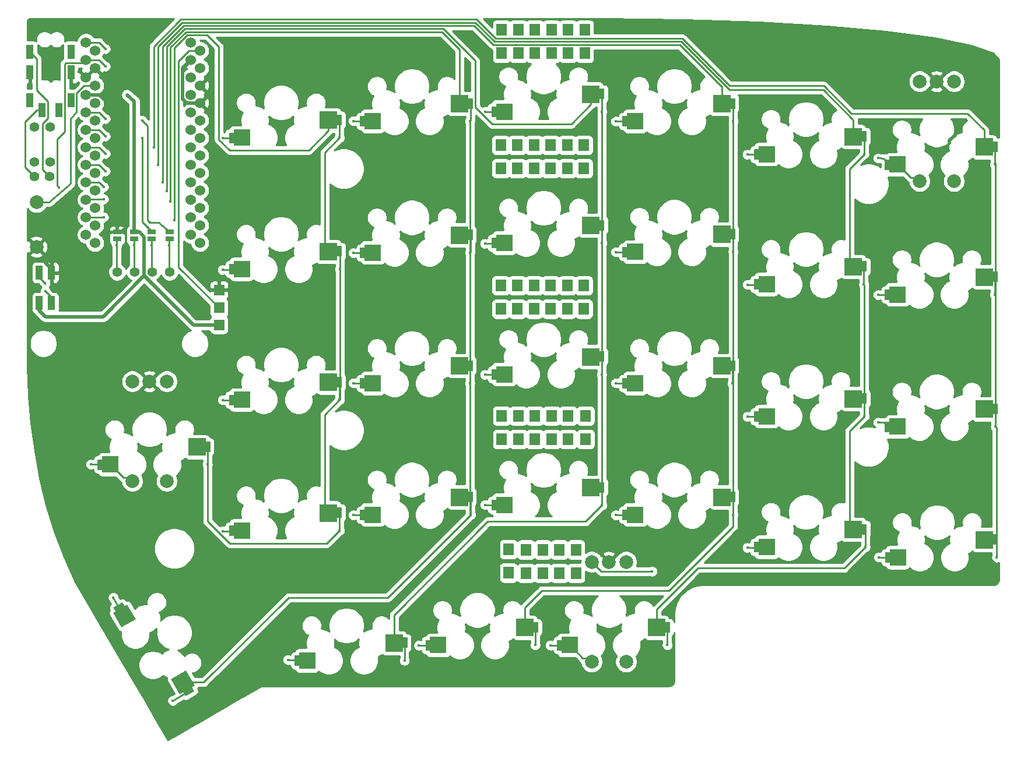
<source format=gbr>
G04 #@! TF.GenerationSoftware,KiCad,Pcbnew,5.1.9*
G04 #@! TF.CreationDate,2021-01-24T14:33:22-08:00*
G04 #@! TF.ProjectId,Lily58_prot_MX,4c696c79-3538-45f7-9072-6f745f4d582e,rev?*
G04 #@! TF.SameCoordinates,Original*
G04 #@! TF.FileFunction,Copper,L2,Bot*
G04 #@! TF.FilePolarity,Positive*
%FSLAX46Y46*%
G04 Gerber Fmt 4.6, Leading zero omitted, Abs format (unit mm)*
G04 Created by KiCad (PCBNEW 5.1.9) date 2021-01-24 14:33:22*
%MOMM*%
%LPD*%
G01*
G04 APERTURE LIST*
G04 #@! TA.AperFunction,SMDPad,CuDef*
%ADD10R,2.400000X2.400000*%
G04 #@! TD*
G04 #@! TA.AperFunction,SMDPad,CuDef*
%ADD11R,2.500000X2.500000*%
G04 #@! TD*
G04 #@! TA.AperFunction,SMDPad,CuDef*
%ADD12R,0.700000X1.500000*%
G04 #@! TD*
G04 #@! TA.AperFunction,ComponentPad*
%ADD13R,1.500000X1.800000*%
G04 #@! TD*
G04 #@! TA.AperFunction,ComponentPad*
%ADD14C,1.524000*%
G04 #@! TD*
G04 #@! TA.AperFunction,SMDPad,CuDef*
%ADD15R,1.000000X2.000000*%
G04 #@! TD*
G04 #@! TA.AperFunction,SMDPad,CuDef*
%ADD16C,0.100000*%
G04 #@! TD*
G04 #@! TA.AperFunction,ComponentPad*
%ADD17R,1.524000X1.524000*%
G04 #@! TD*
G04 #@! TA.AperFunction,ComponentPad*
%ADD18R,1.000000X2.100000*%
G04 #@! TD*
G04 #@! TA.AperFunction,ComponentPad*
%ADD19C,1.397000*%
G04 #@! TD*
G04 #@! TA.AperFunction,SMDPad,CuDef*
%ADD20R,1.143000X0.635000*%
G04 #@! TD*
G04 #@! TA.AperFunction,ComponentPad*
%ADD21C,2.000000*%
G04 #@! TD*
G04 #@! TA.AperFunction,ViaPad*
%ADD22C,0.400000*%
G04 #@! TD*
G04 #@! TA.AperFunction,Conductor*
%ADD23C,0.250000*%
G04 #@! TD*
G04 #@! TA.AperFunction,Conductor*
%ADD24C,0.500000*%
G04 #@! TD*
G04 #@! TA.AperFunction,Conductor*
%ADD25C,0.254000*%
G04 #@! TD*
G04 #@! TA.AperFunction,Conductor*
%ADD26C,0.100000*%
G04 #@! TD*
G04 APERTURE END LIST*
D10*
X152900000Y-70380000D03*
D11*
X165500000Y-67840000D03*
D12*
X151400000Y-70400000D03*
X167100000Y-67800000D03*
D10*
X114800000Y-74180000D03*
D11*
X127400000Y-71640000D03*
D12*
X113300000Y-74200000D03*
X129000000Y-71600000D03*
X148000000Y-50100000D03*
X132300000Y-52700000D03*
D11*
X146400000Y-50140000D03*
D10*
X133800000Y-52680000D03*
X171900000Y-52680000D03*
D11*
X184500000Y-50140000D03*
D12*
X170400000Y-52700000D03*
X186100000Y-50100000D03*
D10*
X114800000Y-55080000D03*
D11*
X127400000Y-52540000D03*
D12*
X113300000Y-55100000D03*
X129000000Y-52500000D03*
X224250000Y-113500000D03*
X208550000Y-116100000D03*
D11*
X222650000Y-113540000D03*
D10*
X210050000Y-116080000D03*
X133800000Y-109880000D03*
D11*
X146400000Y-107340000D03*
D12*
X132300000Y-109900000D03*
X148000000Y-107300000D03*
X129000000Y-109600000D03*
X113300000Y-112200000D03*
D11*
X127400000Y-109640000D03*
D10*
X114800000Y-112180000D03*
D13*
X152400000Y-79981000D03*
X152400000Y-76581000D03*
X154813000Y-76581000D03*
X154813000Y-79981000D03*
X157226000Y-79981000D03*
X157226000Y-76581000D03*
X159639000Y-76581000D03*
X159639000Y-79981000D03*
X162052000Y-79981000D03*
X162052000Y-76581000D03*
X164465000Y-76581000D03*
X164465000Y-79981000D03*
X152527000Y-98904000D03*
X152527000Y-95504000D03*
X154940000Y-95504000D03*
X154940000Y-98904000D03*
X157353000Y-98904000D03*
X157353000Y-95504000D03*
X159766000Y-95504000D03*
X159766000Y-98904000D03*
X162179000Y-98904000D03*
X162179000Y-95504000D03*
X164719000Y-95504000D03*
X164719000Y-98904000D03*
D10*
X171900000Y-109880000D03*
D11*
X184500000Y-107340000D03*
D12*
X170400000Y-109900000D03*
X186100000Y-107300000D03*
D13*
X152400000Y-56163000D03*
X152400000Y-59563000D03*
X154813000Y-59563000D03*
X154813000Y-56163000D03*
X157226000Y-56163000D03*
X157226000Y-59563000D03*
X159639000Y-59563000D03*
X159639000Y-56163000D03*
X162052000Y-56163000D03*
X162052000Y-59563000D03*
X164465000Y-59563000D03*
X164465000Y-56163000D03*
D12*
X224200000Y-75300000D03*
X208500000Y-77900000D03*
D11*
X222600000Y-75340000D03*
D10*
X210000000Y-77880000D03*
D12*
X186100000Y-69100000D03*
X170400000Y-71700000D03*
D11*
X184500000Y-69140000D03*
D10*
X171900000Y-71680000D03*
D12*
X205200000Y-54900000D03*
X189500000Y-57500000D03*
D11*
X203600000Y-54940000D03*
D10*
X191000000Y-57480000D03*
D14*
X107420000Y-41230000D03*
X107420000Y-43770000D03*
X107420000Y-46310000D03*
X107420000Y-48850000D03*
X107420000Y-51390000D03*
X107420000Y-53930000D03*
X107420000Y-56470000D03*
X107420000Y-59010000D03*
X107420000Y-61550000D03*
X107420000Y-64090000D03*
X107420000Y-66630000D03*
X107420000Y-69170000D03*
X92180000Y-69170000D03*
X92180000Y-66630000D03*
X92180000Y-64090000D03*
X92180000Y-61550000D03*
X92180000Y-59010000D03*
X92180000Y-56470000D03*
X92180000Y-53930000D03*
X92180000Y-51390000D03*
X92180000Y-48850000D03*
X92180000Y-46310000D03*
X92180000Y-43770000D03*
X92180000Y-41230000D03*
X108718815Y-52585745D03*
X108718815Y-57665745D03*
X93478815Y-42425745D03*
X108718815Y-44965745D03*
X108718815Y-67825745D03*
X93478815Y-70365745D03*
X108718815Y-60205745D03*
X108718815Y-62745745D03*
X93478815Y-60205745D03*
X93478815Y-65285745D03*
X93478815Y-52585745D03*
X93478815Y-50045745D03*
X93478815Y-44965745D03*
X93478815Y-55125745D03*
X108718815Y-70365745D03*
X93478815Y-62745745D03*
X108718815Y-42425745D03*
X108718815Y-47505745D03*
X93478815Y-67825745D03*
X108718815Y-50045745D03*
X108718815Y-55125745D03*
X93478815Y-57665745D03*
X108718815Y-65285745D03*
X93478815Y-47505745D03*
D13*
X152527000Y-39399000D03*
X152527000Y-42799000D03*
X154940000Y-42799000D03*
X154940000Y-39399000D03*
X159766000Y-42799000D03*
X159766000Y-39399000D03*
X162179000Y-39399000D03*
X162179000Y-42799000D03*
X164592000Y-42799000D03*
X164592000Y-39399000D03*
X157353000Y-39399000D03*
X157353000Y-42799000D03*
D12*
X167100000Y-48710000D03*
X151400000Y-51310000D03*
D11*
X165500000Y-48750000D03*
D10*
X152900000Y-51290000D03*
D15*
X87158800Y-74698500D03*
X85408800Y-74698500D03*
X85408800Y-79098500D03*
X87158800Y-79098500D03*
D12*
X176600000Y-126250000D03*
X160900000Y-128850000D03*
D11*
X175000000Y-126290000D03*
D10*
X162400000Y-128830000D03*
D12*
X109900000Y-100000000D03*
X94200000Y-102600000D03*
D11*
X108300000Y-100040000D03*
D10*
X95700000Y-102580000D03*
D12*
X224200000Y-56400000D03*
X208500000Y-59000000D03*
D11*
X222600000Y-56440000D03*
D10*
X210000000Y-58980000D03*
X114800000Y-93180000D03*
D11*
X127400000Y-90640000D03*
D12*
X113300000Y-93200000D03*
X129000000Y-90600000D03*
X148000000Y-69200000D03*
X132300000Y-71800000D03*
D11*
X146400000Y-69240000D03*
D10*
X133800000Y-71780000D03*
X191000000Y-76380000D03*
D11*
X203600000Y-73840000D03*
D12*
X189500000Y-76400000D03*
X205200000Y-73800000D03*
G04 #@! TA.AperFunction,SMDPad,CuDef*
D16*
G36*
X107909455Y-135539325D02*
G01*
X106610417Y-136289325D01*
X106260417Y-135683107D01*
X107559455Y-134933107D01*
X107909455Y-135539325D01*
G37*
G04 #@! TD.AperFunction*
G04 #@! TA.AperFunction,SMDPad,CuDef*
G36*
X97807789Y-123242726D02*
G01*
X96508751Y-123992726D01*
X96158751Y-123386508D01*
X97457789Y-122636508D01*
X97807789Y-123242726D01*
G37*
G04 #@! TD.AperFunction*
G04 #@! TA.AperFunction,SMDPad,CuDef*
G36*
X104542763Y-133788043D02*
G01*
X106707827Y-132538043D01*
X107957827Y-134703107D01*
X105792763Y-135953107D01*
X104542763Y-133788043D01*
G37*
G04 #@! TD.AperFunction*
G04 #@! TA.AperFunction,SMDPad,CuDef*
G36*
X96111361Y-124164425D02*
G01*
X98189821Y-122964425D01*
X99389821Y-125042885D01*
X97311361Y-126242885D01*
X96111361Y-124164425D01*
G37*
G04 #@! TD.AperFunction*
D10*
X124300000Y-131080000D03*
D11*
X136900000Y-128540000D03*
D12*
X122800000Y-131100000D03*
X138500000Y-128500000D03*
D10*
X171900000Y-90780000D03*
D11*
X184500000Y-88240000D03*
D12*
X170400000Y-90800000D03*
X186100000Y-88200000D03*
X167100000Y-86900000D03*
X151400000Y-89500000D03*
D11*
X165500000Y-86940000D03*
D10*
X152900000Y-89480000D03*
D12*
X205200000Y-93000000D03*
X189500000Y-95600000D03*
D11*
X203600000Y-93040000D03*
D10*
X191000000Y-95580000D03*
X210000000Y-97080000D03*
D11*
X222600000Y-94540000D03*
D12*
X208500000Y-97100000D03*
X224200000Y-94500000D03*
D17*
X111506000Y-77216000D03*
X111506000Y-79816000D03*
X111506000Y-82316000D03*
D18*
X84050000Y-49600000D03*
X88250000Y-51100000D03*
X84050000Y-42600000D03*
X84050000Y-45600000D03*
X90000000Y-42600000D03*
X90000000Y-45600000D03*
X90000000Y-49600000D03*
X85800000Y-51100000D03*
D19*
X96700000Y-74600000D03*
X99240000Y-74600000D03*
X101780000Y-74600000D03*
X104320000Y-74600000D03*
D20*
X104300000Y-69800380D03*
X104300000Y-68799620D03*
X101700000Y-69800380D03*
X101700000Y-68799620D03*
X99200000Y-69800380D03*
X99200000Y-68799620D03*
X96700000Y-69800380D03*
X96700000Y-68799620D03*
D19*
X84700000Y-60700000D03*
X86900000Y-60700000D03*
X84688035Y-58579272D03*
X84688035Y-53499272D03*
X86938035Y-53499272D03*
X86938035Y-58579272D03*
D21*
X85000000Y-70950000D03*
X85000000Y-64450000D03*
D10*
X133800000Y-90780000D03*
D11*
X146400000Y-88240000D03*
D12*
X132300000Y-90800000D03*
X148000000Y-88200000D03*
X167100000Y-105900000D03*
X151400000Y-108500000D03*
D11*
X165500000Y-105940000D03*
D10*
X152900000Y-108480000D03*
D12*
X205200000Y-112000000D03*
X189500000Y-114600000D03*
D11*
X203600000Y-112040000D03*
D10*
X191000000Y-114580000D03*
D12*
X157500000Y-126250000D03*
X141800000Y-128850000D03*
D11*
X155900000Y-126290000D03*
D10*
X143300000Y-128830000D03*
D21*
X103900000Y-90500000D03*
X101400000Y-90500000D03*
X98900000Y-90500000D03*
X103900000Y-105000000D03*
X98900000Y-105000000D03*
D13*
X153543000Y-114935000D03*
X153543000Y-118335000D03*
X156083000Y-118364000D03*
X156083000Y-114964000D03*
X158496000Y-114964000D03*
X158496000Y-118364000D03*
X160909000Y-118364000D03*
X160909000Y-114964000D03*
X163322000Y-118364000D03*
X163322000Y-114964000D03*
D21*
X170600000Y-116750000D03*
X168100000Y-116750000D03*
X165600000Y-116750000D03*
X170600000Y-131250000D03*
X165600000Y-131250000D03*
X218200000Y-46900000D03*
X215700000Y-46900000D03*
X213200000Y-46900000D03*
X218200000Y-61400000D03*
X213200000Y-61400000D03*
D22*
X112000000Y-55104000D03*
X131000000Y-52642000D03*
X150100000Y-51294000D03*
X94996000Y-59944000D03*
X169100000Y-52705000D03*
X94742000Y-62230000D03*
X188200000Y-57517000D03*
X94742000Y-64008000D03*
X94742000Y-66630000D03*
X112000000Y-74281000D03*
X131000000Y-71818000D03*
X150100000Y-70471000D03*
X169100000Y-71691000D03*
X188200000Y-76440000D03*
X207200000Y-77915000D03*
X112000000Y-93204000D03*
X131000000Y-90742000D03*
X150100000Y-89521000D03*
X169100000Y-90742000D03*
X188200000Y-95617000D03*
X207200000Y-96457000D03*
X112000000Y-112254000D03*
X131000000Y-109918000D03*
X150100000Y-108444000D03*
X169100000Y-109918000D03*
X188200000Y-114667000D03*
X207250000Y-116064000D03*
X96139000Y-121920000D03*
X121500000Y-130976000D03*
X140500000Y-128867000D03*
X98126000Y-48850000D03*
X99200000Y-66548000D03*
X86283800Y-81089500D03*
X98044000Y-65786000D03*
X86233000Y-73152000D03*
X108585000Y-79883000D03*
X122174000Y-45085000D03*
X143129000Y-64516000D03*
X123698000Y-102870000D03*
X196596000Y-66802000D03*
X213106000Y-86487000D03*
X190119000Y-41910000D03*
X220472000Y-68834000D03*
X137795000Y-41529000D03*
X101727000Y-110617000D03*
X98171000Y-39624000D03*
X211709000Y-49403000D03*
X220599000Y-88138000D03*
X112776000Y-62230000D03*
X115443000Y-97663000D03*
X174117000Y-83566000D03*
X181102000Y-83312000D03*
X148971000Y-41148000D03*
X207391000Y-108839000D03*
X210566000Y-106807000D03*
X220726000Y-106680000D03*
X120650000Y-58801000D03*
X120396000Y-55626000D03*
X196723000Y-56261000D03*
X207391000Y-53086000D03*
X158369000Y-49784000D03*
X212344000Y-52578000D03*
X107823000Y-107188000D03*
X171577000Y-122174000D03*
X120396000Y-111125000D03*
X158496000Y-106934000D03*
X147447000Y-46736000D03*
X145923000Y-122174000D03*
X155448000Y-102235000D03*
X155575000Y-83058000D03*
X216154000Y-114300000D03*
X136271000Y-45720000D03*
X120650000Y-72644000D03*
X86868000Y-45085000D03*
X172720000Y-45339000D03*
X218440000Y-54229000D03*
X112649000Y-87249000D03*
X120523000Y-92075000D03*
X115189000Y-76200000D03*
X186157000Y-52680000D03*
X186030000Y-90780000D03*
X186130000Y-71680000D03*
X157405000Y-128830000D03*
X186157000Y-109880000D03*
X103296000Y-61550000D03*
X167114000Y-51290000D03*
X167060000Y-89480000D03*
X167110000Y-70380000D03*
X138414000Y-131080000D03*
X167110000Y-108480000D03*
X103886000Y-62865000D03*
X147930000Y-52680000D03*
X147930000Y-71780000D03*
X147930000Y-90780000D03*
X104775000Y-136906000D03*
X148057000Y-109880000D03*
X104457500Y-64325500D03*
X94996000Y-52324000D03*
X101477001Y-67441001D03*
X100322255Y-52585745D03*
X94996000Y-42164000D03*
X86283800Y-77406500D03*
X94996000Y-54864000D03*
X101092000Y-68072000D03*
X100337745Y-55125745D03*
X94996000Y-57404000D03*
X94996000Y-44704000D03*
X88215536Y-62307536D03*
X96647000Y-70739000D03*
X99187000Y-70739000D03*
X101727000Y-70739000D03*
X104267000Y-70739000D03*
X174371000Y-118110000D03*
X224126000Y-77880000D03*
X224230000Y-97080000D03*
X224407000Y-116080000D03*
X224103000Y-58980000D03*
X102026000Y-56470000D03*
X92900000Y-102553000D03*
X205156000Y-57480000D03*
X205105000Y-76380000D03*
X205181000Y-95580000D03*
X205333000Y-114580000D03*
X176582000Y-128830000D03*
X102661000Y-59010000D03*
X129000000Y-55086000D03*
X129020000Y-74180000D03*
X128994000Y-93180000D03*
X128993000Y-112180000D03*
X109819000Y-102580000D03*
X105001147Y-67083853D03*
X159600000Y-128866000D03*
X207200000Y-58051200D03*
X86252050Y-76231750D03*
D23*
X114681000Y-55118000D02*
X112000000Y-55104000D01*
X132242000Y-52642000D02*
X132300000Y-52700000D01*
X131000000Y-52642000D02*
X132242000Y-52642000D01*
X133780000Y-52700000D02*
X133800000Y-52680000D01*
X132300000Y-52700000D02*
X133780000Y-52700000D01*
X151384000Y-51294000D02*
X151400000Y-51310000D01*
X150100000Y-51294000D02*
X151384000Y-51294000D01*
X152880000Y-51310000D02*
X152900000Y-51290000D01*
X151400000Y-51310000D02*
X152880000Y-51310000D01*
X94062000Y-59010000D02*
X92180000Y-59010000D01*
X94996000Y-59944000D02*
X94062000Y-59010000D01*
X171875000Y-52705000D02*
X171900000Y-52680000D01*
X169100000Y-52705000D02*
X171875000Y-52705000D01*
X94062000Y-61550000D02*
X92180000Y-61550000D01*
X94742000Y-62230000D02*
X94062000Y-61550000D01*
X190963000Y-57517000D02*
X191000000Y-57480000D01*
X188200000Y-57517000D02*
X190963000Y-57517000D01*
X94742000Y-64008000D02*
X92262000Y-64008000D01*
X92262000Y-64008000D02*
X92180000Y-64090000D01*
X92180000Y-66630000D02*
X94742000Y-66630000D01*
X114699000Y-74281000D02*
X114800000Y-74180000D01*
X112000000Y-74281000D02*
X114699000Y-74281000D01*
X133762000Y-71818000D02*
X133800000Y-71780000D01*
X131000000Y-71818000D02*
X133762000Y-71818000D01*
X152809000Y-70471000D02*
X152900000Y-70380000D01*
X150100000Y-70471000D02*
X152809000Y-70471000D01*
X171889000Y-71691000D02*
X171900000Y-71680000D01*
X169100000Y-71691000D02*
X171889000Y-71691000D01*
X190940000Y-76440000D02*
X191000000Y-76380000D01*
X188200000Y-76440000D02*
X190940000Y-76440000D01*
X209965000Y-77915000D02*
X210000000Y-77880000D01*
X207200000Y-77915000D02*
X209965000Y-77915000D01*
X114776000Y-93204000D02*
X114800000Y-93180000D01*
X112000000Y-93204000D02*
X114776000Y-93204000D01*
X133762000Y-90742000D02*
X133800000Y-90780000D01*
X131000000Y-90742000D02*
X133762000Y-90742000D01*
X152859000Y-89521000D02*
X152900000Y-89480000D01*
X150100000Y-89521000D02*
X152859000Y-89521000D01*
X171862000Y-90742000D02*
X171900000Y-90780000D01*
X169100000Y-90742000D02*
X171862000Y-90742000D01*
X190963000Y-95617000D02*
X191000000Y-95580000D01*
X188200000Y-95617000D02*
X190963000Y-95617000D01*
X207200000Y-96457000D02*
X208089000Y-96457000D01*
X208500000Y-96868000D02*
X208500000Y-97100000D01*
X208089000Y-96457000D02*
X208500000Y-96868000D01*
X209980000Y-97100000D02*
X210000000Y-97080000D01*
X208500000Y-97100000D02*
X209980000Y-97100000D01*
X114726000Y-112254000D02*
X114800000Y-112180000D01*
X112000000Y-112254000D02*
X114726000Y-112254000D01*
X133762000Y-109918000D02*
X133800000Y-109880000D01*
X131000000Y-109918000D02*
X133762000Y-109918000D01*
X152864000Y-108444000D02*
X152900000Y-108480000D01*
X150100000Y-108444000D02*
X152864000Y-108444000D01*
X171862000Y-109918000D02*
X171900000Y-109880000D01*
X169100000Y-109918000D02*
X171862000Y-109918000D01*
X190913000Y-114667000D02*
X191000000Y-114580000D01*
X188200000Y-114667000D02*
X190913000Y-114667000D01*
X210034000Y-116064000D02*
X210050000Y-116080000D01*
X207250000Y-116064000D02*
X210034000Y-116064000D01*
X96901000Y-123317000D02*
X97750591Y-124603655D01*
X96139000Y-121920000D02*
X96901000Y-123317000D01*
X124196000Y-130976000D02*
X124300000Y-131080000D01*
X121500000Y-130976000D02*
X124196000Y-130976000D01*
X143263000Y-128867000D02*
X143300000Y-128830000D01*
X140500000Y-128867000D02*
X143263000Y-128867000D01*
D24*
X98126000Y-48850000D02*
X99200000Y-49784000D01*
X99200000Y-49784000D02*
X99200000Y-68799620D01*
X85408800Y-79098500D02*
X85408800Y-80214500D01*
X85408800Y-80214500D02*
X86283800Y-81089500D01*
X86283800Y-81089500D02*
X86283800Y-81089500D01*
X107796218Y-82316000D02*
X111506000Y-82316000D01*
X100631499Y-75151281D02*
X107796218Y-82316000D01*
X100631499Y-69532877D02*
X100631499Y-75151281D01*
X99898242Y-68799620D02*
X100631499Y-69532877D01*
X99200000Y-68799620D02*
X99898242Y-68799620D01*
X94693280Y-81089500D02*
X100631499Y-75151281D01*
X86283800Y-81089500D02*
X94693280Y-81089500D01*
X106838239Y-50062001D02*
X108702559Y-50062001D01*
X106207999Y-49431761D02*
X106838239Y-50062001D01*
X108702559Y-50062001D02*
X108718815Y-50045745D01*
X106207999Y-44982001D02*
X106207999Y-49431761D01*
X107420000Y-43770000D02*
X106207999Y-44982001D01*
X98044000Y-52324000D02*
X94060576Y-48833744D01*
X92196256Y-48833744D02*
X92180000Y-48850000D01*
X98044000Y-65786000D02*
X98044000Y-52324000D01*
X94060576Y-48833744D02*
X92196256Y-48833744D01*
X97316380Y-68799620D02*
X96700000Y-68799620D01*
X98044000Y-68072000D02*
X97316380Y-68799620D01*
X98044000Y-65786000D02*
X98044000Y-68072000D01*
X87158800Y-74698500D02*
X87158800Y-74077800D01*
X87158800Y-74077800D02*
X86233000Y-73152000D01*
X86233000Y-73152000D02*
X86233000Y-73152000D01*
X218440000Y-54623999D02*
X217551000Y-55512999D01*
X218440000Y-54229000D02*
X218440000Y-54623999D01*
X217551000Y-55512999D02*
X217551000Y-55880000D01*
D23*
X186060000Y-50140000D02*
X186100000Y-50100000D01*
X184500000Y-50140000D02*
X186060000Y-50140000D01*
X186100000Y-52623000D02*
X186157000Y-52680000D01*
X186100000Y-50100000D02*
X186100000Y-52623000D01*
X186130000Y-69130000D02*
X186100000Y-69100000D01*
X186130000Y-71680000D02*
X186130000Y-69130000D01*
X184540000Y-69100000D02*
X184500000Y-69140000D01*
X186100000Y-69100000D02*
X184540000Y-69100000D01*
X186030000Y-88270000D02*
X186100000Y-88200000D01*
X186030000Y-90780000D02*
X186030000Y-88270000D01*
X184540000Y-88200000D02*
X184500000Y-88240000D01*
X186100000Y-88200000D02*
X184540000Y-88200000D01*
X186157000Y-107357000D02*
X186100000Y-107300000D01*
X186157000Y-109880000D02*
X186157000Y-107357000D01*
X184540000Y-107300000D02*
X184500000Y-107340000D01*
X186100000Y-107300000D02*
X184540000Y-107300000D01*
X157405000Y-126345000D02*
X157500000Y-126250000D01*
X157405000Y-128830000D02*
X157405000Y-126345000D01*
X155940000Y-126250000D02*
X155900000Y-126290000D01*
X157500000Y-126250000D02*
X155940000Y-126250000D01*
X186157000Y-109880000D02*
X186157000Y-111594500D01*
X186157000Y-94488000D02*
X186157000Y-109880000D01*
X186157000Y-52680000D02*
X186157000Y-94488000D01*
X103296000Y-41836008D02*
X103296000Y-61550000D01*
X126053031Y-38792969D02*
X106339039Y-38792969D01*
X133410791Y-38792971D02*
X131121971Y-38792971D01*
X106339039Y-38792969D02*
X103296000Y-41836008D01*
X129990029Y-38792971D02*
X126053031Y-38792969D01*
X131121971Y-38792971D02*
X129990029Y-38792971D01*
X184500000Y-47680998D02*
X184500000Y-50140000D01*
X178393001Y-41573999D02*
X184500000Y-47680998D01*
X151301999Y-41573999D02*
X178393001Y-41573999D01*
X148520971Y-38792971D02*
X151301999Y-41573999D01*
X129990029Y-38792971D02*
X148520971Y-38792971D01*
X155900000Y-126290000D02*
X155900000Y-123373000D01*
X155900000Y-123373000D02*
X158369000Y-120904000D01*
X176847500Y-120904000D02*
X178657250Y-119094250D01*
X158369000Y-120904000D02*
X176847500Y-120904000D01*
X186157000Y-111594500D02*
X178657250Y-119094250D01*
X167060000Y-48750000D02*
X167100000Y-48710000D01*
X165500000Y-48750000D02*
X167060000Y-48750000D01*
X167100000Y-51276000D02*
X167114000Y-51290000D01*
X167100000Y-48710000D02*
X167100000Y-51276000D01*
X167110000Y-67810000D02*
X167100000Y-67800000D01*
X167110000Y-70380000D02*
X167110000Y-67810000D01*
X165540000Y-67800000D02*
X165500000Y-67840000D01*
X167100000Y-67800000D02*
X165540000Y-67800000D01*
X167060000Y-86940000D02*
X167100000Y-86900000D01*
X167060000Y-89480000D02*
X167060000Y-86940000D01*
X165540000Y-86900000D02*
X165500000Y-86940000D01*
X167100000Y-86900000D02*
X165540000Y-86900000D01*
X167110000Y-105910000D02*
X167100000Y-105900000D01*
X167110000Y-108480000D02*
X167110000Y-105910000D01*
X165540000Y-105900000D02*
X165500000Y-105940000D01*
X167100000Y-105900000D02*
X165540000Y-105900000D01*
X138414000Y-128586000D02*
X138500000Y-128500000D01*
X138414000Y-131080000D02*
X138414000Y-128586000D01*
X136940000Y-128500000D02*
X136900000Y-128540000D01*
X138500000Y-128500000D02*
X136940000Y-128500000D01*
X166974588Y-108480000D02*
X167110000Y-108480000D01*
X167110000Y-51294000D02*
X167114000Y-51290000D01*
X167110000Y-108480000D02*
X167110000Y-51294000D01*
X103886000Y-41882418D02*
X106525439Y-39242979D01*
X103886000Y-62865000D02*
X103886000Y-41882418D01*
X144019389Y-39242979D02*
X140970021Y-39242979D01*
X148675001Y-50646003D02*
X148675001Y-43898591D01*
X151143999Y-53115001D02*
X148675001Y-50646003D01*
X148675001Y-43898591D02*
X144019389Y-39242979D01*
X165500000Y-50250000D02*
X162634999Y-53115001D01*
X162634999Y-53115001D02*
X151143999Y-53115001D01*
X165500000Y-48750000D02*
X165500000Y-50250000D01*
X140970021Y-39242979D02*
X144019390Y-39242980D01*
X106525439Y-39242979D02*
X140970021Y-39242979D01*
X136900000Y-124466000D02*
X136900000Y-128540000D01*
X150495000Y-110871000D02*
X136900000Y-124466000D01*
X164719000Y-110871000D02*
X150495000Y-110871000D01*
X167110000Y-108480000D02*
X164719000Y-110871000D01*
X147960000Y-50140000D02*
X148000000Y-50100000D01*
X146400000Y-50140000D02*
X147960000Y-50140000D01*
X148000000Y-52610000D02*
X147930000Y-52680000D01*
X148000000Y-50100000D02*
X148000000Y-52610000D01*
X147960000Y-69240000D02*
X148000000Y-69200000D01*
X146400000Y-69240000D02*
X147960000Y-69240000D01*
X148000000Y-71710000D02*
X147930000Y-71780000D01*
X148000000Y-69200000D02*
X148000000Y-71710000D01*
X147930000Y-88270000D02*
X148000000Y-88200000D01*
X147930000Y-90780000D02*
X147930000Y-88270000D01*
X146440000Y-88200000D02*
X146400000Y-88240000D01*
X148000000Y-88200000D02*
X146440000Y-88200000D01*
X148057000Y-107357000D02*
X148000000Y-107300000D01*
X148057000Y-109880000D02*
X148057000Y-107357000D01*
X146440000Y-107300000D02*
X146400000Y-107340000D01*
X148000000Y-107300000D02*
X146440000Y-107300000D01*
X107084936Y-135080216D02*
X106250295Y-134245575D01*
X107084936Y-135611216D02*
X107084936Y-135080216D01*
X106680000Y-135763000D02*
X107084936Y-135611216D01*
X104775000Y-136906000D02*
X106680000Y-135763000D01*
X106250295Y-134245575D02*
X107693670Y-134245575D01*
X136017000Y-121920000D02*
X148057000Y-109880000D01*
X121602500Y-121920000D02*
X136017000Y-121920000D01*
X109276925Y-134245575D02*
X121602500Y-121920000D01*
X106250295Y-134245575D02*
X109276925Y-134245575D01*
X147930000Y-52680000D02*
X147930000Y-90780000D01*
X147930000Y-109753000D02*
X148057000Y-109880000D01*
X147930000Y-90780000D02*
X147930000Y-109753000D01*
X104457500Y-41947328D02*
X104457500Y-64325500D01*
X106711839Y-39692989D02*
X104457500Y-41947328D01*
X109925399Y-39692989D02*
X109796989Y-39692989D01*
X109796989Y-39692989D02*
X106711839Y-39692989D01*
X146400000Y-42260000D02*
X146400000Y-50140000D01*
X143832989Y-39692989D02*
X146400000Y-42260000D01*
X109796989Y-39692989D02*
X143832989Y-39692989D01*
X94062000Y-51390000D02*
X92180000Y-51390000D01*
X94996000Y-52324000D02*
X94062000Y-51390000D01*
X101477001Y-67441001D02*
X102743000Y-67437000D01*
X102743000Y-67437000D02*
X104300000Y-68799620D01*
X101477001Y-67441001D02*
X101076510Y-67040510D01*
X101076510Y-67040510D02*
X101092000Y-53340000D01*
X101092000Y-53340000D02*
X100322255Y-52585745D01*
X94062000Y-41230000D02*
X92180000Y-41230000D01*
X94996000Y-42164000D02*
X94062000Y-41230000D01*
X87158800Y-79098500D02*
X87158800Y-78281500D01*
X87158800Y-78281500D02*
X86283800Y-77406500D01*
X86283800Y-77406500D02*
X86283800Y-77406500D01*
X107161033Y-42420205D02*
X105632989Y-43948249D01*
X108713275Y-42420205D02*
X107161033Y-42420205D01*
X108718815Y-42425745D02*
X108713275Y-42420205D01*
X105632989Y-73660000D02*
X105632989Y-73660000D01*
X105632989Y-73942989D02*
X105632989Y-73183011D01*
X111506000Y-79816000D02*
X105632989Y-73942989D01*
X105632989Y-73183011D02*
X105632989Y-73660000D01*
X105632989Y-43948249D02*
X105632989Y-73183011D01*
X94062000Y-53930000D02*
X92180000Y-53930000D01*
X94996000Y-54864000D02*
X94062000Y-53930000D01*
X100337745Y-67317745D02*
X100337745Y-67317745D01*
X101700000Y-68799620D02*
X101700000Y-68680000D01*
X100337745Y-67317745D02*
X100337745Y-55125745D01*
X101700000Y-68680000D02*
X100337745Y-67317745D01*
X86850074Y-64450000D02*
X85000000Y-64450000D01*
X89916000Y-61775063D02*
X86850074Y-64450000D01*
X89916000Y-52324000D02*
X89916000Y-61775063D01*
X90825001Y-51308000D02*
X89916000Y-52324000D01*
X90825001Y-48596237D02*
X90825001Y-51308000D01*
X91915493Y-47505745D02*
X90825001Y-48596237D01*
X93478815Y-47505745D02*
X91915493Y-47505745D01*
X94062000Y-56470000D02*
X92180000Y-56470000D01*
X94996000Y-57404000D02*
X94062000Y-56470000D01*
X94062000Y-43770000D02*
X92180000Y-43770000D01*
X94996000Y-44704000D02*
X94062000Y-43770000D01*
X87961536Y-61976000D02*
X88215536Y-62307536D01*
X87961536Y-55294464D02*
X87961536Y-61976000D01*
X89075001Y-44389997D02*
X89075001Y-54180999D01*
X89239999Y-44224999D02*
X89075001Y-44389997D01*
X89075001Y-54180999D02*
X87961536Y-55294464D01*
X91725001Y-44224999D02*
X89239999Y-44224999D01*
X92180000Y-43770000D02*
X91725001Y-44224999D01*
X83362538Y-59362538D02*
X84700000Y-60700000D01*
X83362538Y-52787462D02*
X83362538Y-59362538D01*
X85050000Y-51100000D02*
X83362538Y-52787462D01*
X85800000Y-51100000D02*
X85050000Y-51100000D01*
X85914534Y-59714534D02*
X86900000Y-60700000D01*
X85914534Y-53007991D02*
X85914534Y-59714534D01*
X86625001Y-52297524D02*
X85914534Y-53007991D01*
X86625001Y-49789999D02*
X86625001Y-52297524D01*
X85039999Y-48204997D02*
X86625001Y-49789999D01*
X85039999Y-43589999D02*
X85039999Y-48204997D01*
X84050000Y-42600000D02*
X85039999Y-43589999D01*
X96647000Y-74547000D02*
X96700000Y-74600000D01*
X96647000Y-70739000D02*
X96647000Y-74547000D01*
X96647000Y-69853380D02*
X96700000Y-69800380D01*
X96647000Y-70739000D02*
X96647000Y-69853380D01*
X99187000Y-74547000D02*
X99240000Y-74600000D01*
X99187000Y-70739000D02*
X99187000Y-74547000D01*
X99187000Y-69813380D02*
X99200000Y-69800380D01*
X99187000Y-70739000D02*
X99187000Y-69813380D01*
X101727000Y-74547000D02*
X101780000Y-74600000D01*
X101727000Y-70739000D02*
X101727000Y-74547000D01*
X101727000Y-69827380D02*
X101700000Y-69800380D01*
X101727000Y-70739000D02*
X101727000Y-69827380D01*
X104267000Y-74547000D02*
X104320000Y-74600000D01*
X104267000Y-70739000D02*
X104267000Y-74547000D01*
X104267000Y-69833380D02*
X104300000Y-69800380D01*
X104267000Y-70739000D02*
X104267000Y-69833380D01*
X166960000Y-118110000D02*
X165600000Y-116750000D01*
X174371000Y-118110000D02*
X166960000Y-118110000D01*
X224126000Y-75374000D02*
X224200000Y-75300000D01*
X224126000Y-77880000D02*
X224126000Y-75374000D01*
X222640000Y-75300000D02*
X222600000Y-75340000D01*
X224200000Y-75300000D02*
X222640000Y-75300000D01*
X224230000Y-94530000D02*
X224200000Y-94500000D01*
X224230000Y-97080000D02*
X224230000Y-94530000D01*
X222640000Y-94500000D02*
X222600000Y-94540000D01*
X224200000Y-94500000D02*
X222640000Y-94500000D01*
X224407000Y-113657000D02*
X224250000Y-113500000D01*
X224407000Y-116080000D02*
X224407000Y-113657000D01*
X224210000Y-113540000D02*
X224250000Y-113500000D01*
X222650000Y-113540000D02*
X224210000Y-113540000D01*
X224103000Y-56497000D02*
X224200000Y-56400000D01*
X222640000Y-56400000D02*
X222600000Y-56440000D01*
X224200000Y-56400000D02*
X222640000Y-56400000D01*
X222600000Y-113490000D02*
X222650000Y-113540000D01*
X224407000Y-97257000D02*
X224230000Y-97080000D01*
X224407000Y-116080000D02*
X224407000Y-97257000D01*
X224230000Y-58853000D02*
X224103000Y-58726000D01*
X224230000Y-97080000D02*
X224230000Y-58853000D01*
X224103000Y-58726000D02*
X224103000Y-56497000D01*
X224103000Y-58980000D02*
X224103000Y-58726000D01*
X102026000Y-56470000D02*
X102026000Y-41833192D01*
X102026000Y-41833192D02*
X105711596Y-38147596D01*
X105711596Y-38147596D02*
X105966241Y-37892951D01*
X199311403Y-47555991D02*
X203330411Y-51574999D01*
X185647812Y-47555990D02*
X199311403Y-47555991D01*
X178765802Y-40673980D02*
X185647812Y-47555990D01*
X151674799Y-40673979D02*
X178765802Y-40673980D01*
X148893772Y-37892952D02*
X151674799Y-40673979D01*
X121333363Y-37892953D02*
X148893772Y-37892952D01*
X121333360Y-37892950D02*
X121333363Y-37892953D01*
X220194001Y-51574999D02*
X222600000Y-53980998D01*
X105966242Y-37892950D02*
X121333360Y-37892950D01*
X222600000Y-53980998D02*
X222600000Y-56440000D01*
X203330411Y-51574999D02*
X220194001Y-51574999D01*
X105711596Y-38147596D02*
X105966242Y-37892950D01*
X95673000Y-102553000D02*
X95700000Y-102580000D01*
X92900000Y-102553000D02*
X95673000Y-102553000D01*
X97620000Y-104500000D02*
X98900000Y-104500000D01*
X95700000Y-102580000D02*
X97620000Y-104500000D01*
X205160000Y-54940000D02*
X205200000Y-54900000D01*
X203600000Y-54940000D02*
X205160000Y-54940000D01*
X205200000Y-57436000D02*
X205156000Y-57480000D01*
X205200000Y-54900000D02*
X205200000Y-57436000D01*
X205105000Y-73895000D02*
X205200000Y-73800000D01*
X205105000Y-76380000D02*
X205105000Y-73895000D01*
X203640000Y-73800000D02*
X203600000Y-73840000D01*
X205200000Y-73800000D02*
X203640000Y-73800000D01*
X205181000Y-93019000D02*
X205200000Y-93000000D01*
X205181000Y-95580000D02*
X205181000Y-93019000D01*
X203640000Y-93000000D02*
X203600000Y-93040000D01*
X205200000Y-93000000D02*
X203640000Y-93000000D01*
X205333000Y-112133000D02*
X205200000Y-112000000D01*
X205333000Y-114580000D02*
X205333000Y-112133000D01*
X203640000Y-112000000D02*
X203600000Y-112040000D01*
X205200000Y-112000000D02*
X203640000Y-112000000D01*
X176582000Y-126268000D02*
X176600000Y-126250000D01*
X176582000Y-128830000D02*
X176582000Y-126268000D01*
X175040000Y-126250000D02*
X175000000Y-126290000D01*
X176600000Y-126250000D02*
X175040000Y-126250000D01*
X203600000Y-93040000D02*
X203024799Y-93615201D01*
X175000000Y-123669002D02*
X175000000Y-126290000D01*
X181016202Y-117652800D02*
X175000000Y-123669002D01*
X202260200Y-117652800D02*
X205333000Y-114580000D01*
X181016202Y-117652800D02*
X202260200Y-117652800D01*
X203024799Y-111464799D02*
X203600000Y-112040000D01*
X203024799Y-97736201D02*
X203024799Y-111464799D01*
X205181000Y-95580000D02*
X203024799Y-97736201D01*
X205181000Y-76456000D02*
X205105000Y-76380000D01*
X205181000Y-95580000D02*
X205181000Y-76456000D01*
X203024799Y-73264799D02*
X203600000Y-73840000D01*
X203024799Y-59611201D02*
X203024799Y-73264799D01*
X205156000Y-57480000D02*
X203024799Y-59611201D01*
X102661000Y-59010000D02*
X102661000Y-41834600D01*
X102661000Y-41834600D02*
X106152640Y-38342960D01*
X121146960Y-38342960D02*
X127392040Y-38342960D01*
X106152640Y-38342960D02*
X121146960Y-38342960D01*
X203600000Y-52480998D02*
X199252002Y-48133000D01*
X203600000Y-54940000D02*
X203600000Y-52480998D01*
X199252002Y-48133000D02*
X185588412Y-48133000D01*
X148707372Y-38342962D02*
X143117962Y-38342962D01*
X178579401Y-41123989D02*
X151488399Y-41123989D01*
X151488399Y-41123989D02*
X148707372Y-38342962D01*
X185588412Y-48133000D02*
X178579401Y-41123989D01*
X143117962Y-38342962D02*
X144392192Y-38342962D01*
X127392040Y-38342960D02*
X143117962Y-38342962D01*
X128960000Y-52540000D02*
X129000000Y-52500000D01*
X127400000Y-52540000D02*
X128960000Y-52540000D01*
X129000000Y-52500000D02*
X129000000Y-55086000D01*
X129000000Y-55086000D02*
X129000000Y-55086000D01*
X129020000Y-71620000D02*
X129000000Y-71600000D01*
X129020000Y-74180000D02*
X129020000Y-71620000D01*
X127440000Y-71600000D02*
X127400000Y-71640000D01*
X129000000Y-71600000D02*
X127440000Y-71600000D01*
X128994000Y-90606000D02*
X129000000Y-90600000D01*
X128994000Y-93180000D02*
X128994000Y-90606000D01*
X127440000Y-90600000D02*
X127400000Y-90640000D01*
X129000000Y-90600000D02*
X127440000Y-90600000D01*
X128993000Y-109607000D02*
X129000000Y-109600000D01*
X128993000Y-112180000D02*
X128993000Y-109607000D01*
X127440000Y-109600000D02*
X127400000Y-109640000D01*
X129000000Y-109600000D02*
X127440000Y-109600000D01*
X109819000Y-100081000D02*
X109900000Y-100000000D01*
X109819000Y-102580000D02*
X109819000Y-100081000D01*
X108340000Y-100000000D02*
X108300000Y-100040000D01*
X109900000Y-100000000D02*
X108340000Y-100000000D01*
X127400000Y-71640000D02*
X127304100Y-71640000D01*
X126824799Y-53115201D02*
X127400000Y-52540000D01*
X127304100Y-71640000D02*
X126824799Y-71160699D01*
X109819000Y-110850002D02*
X113014998Y-114046000D01*
X109819000Y-102580000D02*
X109819000Y-110850002D01*
X126824799Y-71064799D02*
X127400000Y-71640000D01*
X126824799Y-57261201D02*
X126824799Y-71064799D01*
X129000000Y-55086000D02*
X126824799Y-57261201D01*
X127127000Y-114046000D02*
X128993000Y-112180000D01*
X113014998Y-114046000D02*
X127127000Y-114046000D01*
X126824799Y-109064799D02*
X127400000Y-109640000D01*
X126824799Y-95349201D02*
X126824799Y-109064799D01*
X128994000Y-93180000D02*
X126824799Y-95349201D01*
X129020000Y-93154000D02*
X128994000Y-93180000D01*
X129020000Y-74180000D02*
X129020000Y-93154000D01*
X106898239Y-40142999D02*
X109738999Y-40142999D01*
X105001147Y-42040091D02*
X106898239Y-40142999D01*
X105001147Y-67083853D02*
X105001147Y-42040091D01*
X127400000Y-54040000D02*
X127400000Y-52540000D01*
X124534999Y-56905001D02*
X127400000Y-54040000D01*
X113023999Y-56905001D02*
X124534999Y-56905001D01*
X111474999Y-55356001D02*
X113023999Y-56905001D01*
X111474999Y-41878999D02*
X111474999Y-55356001D01*
X109738999Y-40142999D02*
X111474999Y-41878999D01*
X162364000Y-128866000D02*
X162400000Y-128830000D01*
X159600000Y-128866000D02*
X162364000Y-128866000D01*
X164320000Y-130750000D02*
X165600000Y-130750000D01*
X162400000Y-128830000D02*
X164320000Y-130750000D01*
X209980000Y-59000000D02*
X210000000Y-58980000D01*
X208500000Y-59000000D02*
X209980000Y-59000000D01*
X211920000Y-60900000D02*
X213200000Y-60900000D01*
X210000000Y-58980000D02*
X211920000Y-60900000D01*
X208076800Y-58064400D02*
X208500000Y-59000000D01*
X207200000Y-58051200D02*
X208076800Y-58064400D01*
X85408800Y-74698500D02*
X85408800Y-75388500D01*
X85408800Y-75388500D02*
X86252050Y-76231750D01*
X86252050Y-76231750D02*
X86283800Y-76263500D01*
D25*
X101514998Y-41269393D02*
X101486000Y-41293191D01*
X101462202Y-41322189D01*
X101462201Y-41322190D01*
X101391026Y-41408916D01*
X101320454Y-41540946D01*
X101305522Y-41590172D01*
X101280943Y-41671203D01*
X101276998Y-41684207D01*
X101262324Y-41833192D01*
X101266001Y-41870524D01*
X101266000Y-52446456D01*
X101101651Y-52285414D01*
X101062222Y-52190224D01*
X100970842Y-52053464D01*
X100854536Y-51937158D01*
X100717776Y-51845778D01*
X100565815Y-51782834D01*
X100404495Y-51750745D01*
X100240015Y-51750745D01*
X100085000Y-51781580D01*
X100085000Y-49796605D01*
X100087127Y-49722148D01*
X100077720Y-49666608D01*
X100072195Y-49610510D01*
X100063192Y-49580831D01*
X100058015Y-49550266D01*
X100037949Y-49497616D01*
X100021589Y-49443687D01*
X100006971Y-49416338D01*
X99995929Y-49387367D01*
X99965978Y-49339645D01*
X99939411Y-49289941D01*
X99919740Y-49265972D01*
X99903257Y-49239709D01*
X99864560Y-49198735D01*
X99828817Y-49155183D01*
X99771235Y-49107927D01*
X98673942Y-48153671D01*
X98567434Y-48078017D01*
X98408346Y-48006732D01*
X98238406Y-47967851D01*
X98064149Y-47962873D01*
X97892267Y-47991984D01*
X97729368Y-48054071D01*
X97581710Y-48146743D01*
X97454970Y-48266442D01*
X97354017Y-48408566D01*
X97282732Y-48567654D01*
X97243851Y-48737594D01*
X97238873Y-48911851D01*
X97267984Y-49083733D01*
X97330071Y-49246632D01*
X97422743Y-49394290D01*
X97512445Y-49489268D01*
X98315000Y-50187208D01*
X98315001Y-67929670D01*
X98274006Y-67951583D01*
X98177315Y-68030935D01*
X98097963Y-68127626D01*
X98038998Y-68237940D01*
X98002688Y-68357638D01*
X97990428Y-68482120D01*
X97990428Y-69117120D01*
X98002688Y-69241602D01*
X98020403Y-69300000D01*
X98002688Y-69358398D01*
X97990428Y-69482880D01*
X97990428Y-70117880D01*
X98002688Y-70242362D01*
X98038998Y-70362060D01*
X98097963Y-70472374D01*
X98177315Y-70569065D01*
X98274006Y-70648417D01*
X98352000Y-70690106D01*
X98352000Y-70821240D01*
X98384089Y-70982560D01*
X98427000Y-71086157D01*
X98427001Y-73539442D01*
X98389943Y-73564203D01*
X98204203Y-73749943D01*
X98058268Y-73968351D01*
X97970000Y-74181448D01*
X97881732Y-73968351D01*
X97735797Y-73749943D01*
X97550057Y-73564203D01*
X97407000Y-73468616D01*
X97407000Y-71086157D01*
X97449911Y-70982560D01*
X97482000Y-70821240D01*
X97482000Y-70717599D01*
X97515680Y-70707382D01*
X97625994Y-70648417D01*
X97722685Y-70569065D01*
X97802037Y-70472374D01*
X97861002Y-70362060D01*
X97897312Y-70242362D01*
X97909572Y-70117880D01*
X97909572Y-69482880D01*
X97897312Y-69358398D01*
X97879597Y-69300000D01*
X97897312Y-69241602D01*
X97909572Y-69117120D01*
X97906500Y-69085370D01*
X97747750Y-68926620D01*
X97577870Y-68926620D01*
X97515680Y-68893378D01*
X97395982Y-68857068D01*
X97271500Y-68844808D01*
X96128500Y-68844808D01*
X96004018Y-68857068D01*
X95884320Y-68893378D01*
X95822130Y-68926620D01*
X95652250Y-68926620D01*
X95493500Y-69085370D01*
X95490428Y-69117120D01*
X95502688Y-69241602D01*
X95520403Y-69300000D01*
X95502688Y-69358398D01*
X95490428Y-69482880D01*
X95490428Y-70117880D01*
X95502688Y-70242362D01*
X95538998Y-70362060D01*
X95597963Y-70472374D01*
X95677315Y-70569065D01*
X95774006Y-70648417D01*
X95812000Y-70668726D01*
X95812000Y-70821240D01*
X95844089Y-70982560D01*
X95887000Y-71086157D01*
X95887001Y-73539442D01*
X95849943Y-73564203D01*
X95664203Y-73749943D01*
X95518268Y-73968351D01*
X95417746Y-74211032D01*
X95366500Y-74468662D01*
X95366500Y-74731338D01*
X95417746Y-74988968D01*
X95518268Y-75231649D01*
X95664203Y-75450057D01*
X95849943Y-75635797D01*
X96068351Y-75781732D01*
X96311032Y-75882254D01*
X96568662Y-75933500D01*
X96831338Y-75933500D01*
X97088968Y-75882254D01*
X97331649Y-75781732D01*
X97550057Y-75635797D01*
X97735797Y-75450057D01*
X97881732Y-75231649D01*
X97970000Y-75018552D01*
X98058268Y-75231649D01*
X98204203Y-75450057D01*
X98389943Y-75635797D01*
X98608351Y-75781732D01*
X98708137Y-75823065D01*
X94326702Y-80204500D01*
X88286432Y-80204500D01*
X88296872Y-80098500D01*
X88296872Y-78098500D01*
X88284612Y-77974018D01*
X88248302Y-77854320D01*
X88189337Y-77744006D01*
X88109985Y-77647315D01*
X88013294Y-77567963D01*
X87902980Y-77508998D01*
X87783282Y-77472688D01*
X87658800Y-77460428D01*
X87412530Y-77460428D01*
X87066679Y-77114577D01*
X87023767Y-77010979D01*
X86932387Y-76874219D01*
X86861418Y-76803250D01*
X86900637Y-76764031D01*
X86992017Y-76627271D01*
X87054961Y-76475310D01*
X87087050Y-76313990D01*
X87087050Y-76149510D01*
X87054961Y-75988190D01*
X87031800Y-75932274D01*
X87031800Y-74825500D01*
X87285800Y-74825500D01*
X87285800Y-76174750D01*
X87444550Y-76333500D01*
X87658800Y-76336572D01*
X87783282Y-76324312D01*
X87902980Y-76288002D01*
X88013294Y-76229037D01*
X88109985Y-76149685D01*
X88189337Y-76052994D01*
X88248302Y-75942680D01*
X88284612Y-75822982D01*
X88296872Y-75698500D01*
X88293800Y-74984250D01*
X88135050Y-74825500D01*
X87285800Y-74825500D01*
X87031800Y-74825500D01*
X87011800Y-74825500D01*
X87011800Y-74571500D01*
X87031800Y-74571500D01*
X87031800Y-73222250D01*
X87285800Y-73222250D01*
X87285800Y-74571500D01*
X88135050Y-74571500D01*
X88293800Y-74412750D01*
X88296872Y-73698500D01*
X88284612Y-73574018D01*
X88248302Y-73454320D01*
X88189337Y-73344006D01*
X88109985Y-73247315D01*
X88013294Y-73167963D01*
X87902980Y-73108998D01*
X87783282Y-73072688D01*
X87658800Y-73060428D01*
X87444550Y-73063500D01*
X87285800Y-73222250D01*
X87031800Y-73222250D01*
X86873050Y-73063500D01*
X86658800Y-73060428D01*
X86534318Y-73072688D01*
X86414620Y-73108998D01*
X86304306Y-73167963D01*
X86283800Y-73184792D01*
X86263294Y-73167963D01*
X86152980Y-73108998D01*
X86033282Y-73072688D01*
X85908800Y-73060428D01*
X84908800Y-73060428D01*
X84784318Y-73072688D01*
X84664620Y-73108998D01*
X84554306Y-73167963D01*
X84457615Y-73247315D01*
X84378263Y-73344006D01*
X84319298Y-73454320D01*
X84282988Y-73574018D01*
X84270728Y-73698500D01*
X84270728Y-75698500D01*
X84282988Y-75822982D01*
X84319298Y-75942680D01*
X84378263Y-76052994D01*
X84457615Y-76149685D01*
X84554306Y-76229037D01*
X84664620Y-76288002D01*
X84784318Y-76324312D01*
X84908800Y-76336572D01*
X85282071Y-76336572D01*
X85469172Y-76523673D01*
X85512083Y-76627271D01*
X85603463Y-76764031D01*
X85674432Y-76835000D01*
X85635213Y-76874219D01*
X85543833Y-77010979D01*
X85480889Y-77162940D01*
X85448800Y-77324260D01*
X85448800Y-77460428D01*
X84908800Y-77460428D01*
X84784318Y-77472688D01*
X84664620Y-77508998D01*
X84554306Y-77567963D01*
X84457615Y-77647315D01*
X84378263Y-77744006D01*
X84319298Y-77854320D01*
X84282988Y-77974018D01*
X84270728Y-78098500D01*
X84270728Y-80098500D01*
X84282988Y-80222982D01*
X84319298Y-80342680D01*
X84378263Y-80452994D01*
X84457615Y-80549685D01*
X84554306Y-80629037D01*
X84655915Y-80683349D01*
X84669390Y-80708559D01*
X84752268Y-80809546D01*
X84752271Y-80809549D01*
X84779984Y-80843317D01*
X84813751Y-80871029D01*
X85627270Y-81684549D01*
X85654983Y-81718317D01*
X85688751Y-81746030D01*
X85688753Y-81746032D01*
X85722302Y-81773565D01*
X85789741Y-81828911D01*
X85943487Y-81911089D01*
X86110310Y-81961695D01*
X86240323Y-81974500D01*
X86240331Y-81974500D01*
X86283800Y-81978781D01*
X86327269Y-81974500D01*
X94649811Y-81974500D01*
X94693280Y-81978781D01*
X94736749Y-81974500D01*
X94736757Y-81974500D01*
X94866770Y-81961695D01*
X95033593Y-81911089D01*
X95187339Y-81828911D01*
X95322097Y-81718317D01*
X95349814Y-81684544D01*
X100631499Y-76402859D01*
X107139688Y-82911049D01*
X107167401Y-82944817D01*
X107201169Y-82972530D01*
X107201171Y-82972532D01*
X107302159Y-83055411D01*
X107343936Y-83077741D01*
X107039855Y-83203696D01*
X106707863Y-83425526D01*
X106425526Y-83707863D01*
X106203696Y-84039855D01*
X106050896Y-84408746D01*
X105973000Y-84800358D01*
X105973000Y-85199642D01*
X106050896Y-85591254D01*
X106203696Y-85960145D01*
X106425526Y-86292137D01*
X106707863Y-86574474D01*
X107039855Y-86796304D01*
X107408746Y-86949104D01*
X107800358Y-87027000D01*
X108199642Y-87027000D01*
X108591254Y-86949104D01*
X108960145Y-86796304D01*
X109292137Y-86574474D01*
X109574474Y-86292137D01*
X109796304Y-85960145D01*
X109949104Y-85591254D01*
X110027000Y-85199642D01*
X110027000Y-84800358D01*
X109949104Y-84408746D01*
X109796304Y-84039855D01*
X109574474Y-83707863D01*
X109292137Y-83425526D01*
X108960145Y-83203696D01*
X108953636Y-83201000D01*
X110118042Y-83201000D01*
X110118188Y-83202482D01*
X110154498Y-83322180D01*
X110213463Y-83432494D01*
X110292815Y-83529185D01*
X110389506Y-83608537D01*
X110499820Y-83667502D01*
X110619518Y-83703812D01*
X110744000Y-83716072D01*
X112268000Y-83716072D01*
X112392482Y-83703812D01*
X112512180Y-83667502D01*
X112622494Y-83608537D01*
X112719185Y-83529185D01*
X112798537Y-83432494D01*
X112857502Y-83322180D01*
X112893812Y-83202482D01*
X112906072Y-83078000D01*
X112906072Y-81554000D01*
X112893812Y-81429518D01*
X112857502Y-81309820D01*
X112798537Y-81199506D01*
X112719185Y-81102815D01*
X112674326Y-81066000D01*
X112719185Y-81029185D01*
X112798537Y-80932494D01*
X112857502Y-80822180D01*
X112893812Y-80702482D01*
X112906072Y-80578000D01*
X112906072Y-79054000D01*
X112893812Y-78929518D01*
X112857502Y-78809820D01*
X112798537Y-78699506D01*
X112719185Y-78602815D01*
X112622494Y-78523463D01*
X112608532Y-78516000D01*
X112622494Y-78508537D01*
X112719185Y-78429185D01*
X112798537Y-78332494D01*
X112857502Y-78222180D01*
X112893812Y-78102482D01*
X112906072Y-77978000D01*
X112903000Y-77501750D01*
X112744250Y-77343000D01*
X111633000Y-77343000D01*
X111633000Y-77363000D01*
X111379000Y-77363000D01*
X111379000Y-77343000D01*
X110267750Y-77343000D01*
X110187776Y-77422974D01*
X109218802Y-76454000D01*
X110105928Y-76454000D01*
X110109000Y-76930250D01*
X110267750Y-77089000D01*
X111379000Y-77089000D01*
X111379000Y-75977750D01*
X111633000Y-75977750D01*
X111633000Y-77089000D01*
X112744250Y-77089000D01*
X112903000Y-76930250D01*
X112906072Y-76454000D01*
X112893812Y-76329518D01*
X112857502Y-76209820D01*
X112798537Y-76099506D01*
X112719185Y-76002815D01*
X112622494Y-75923463D01*
X112512180Y-75864498D01*
X112392482Y-75828188D01*
X112268000Y-75815928D01*
X111791750Y-75819000D01*
X111633000Y-75977750D01*
X111379000Y-75977750D01*
X111220250Y-75819000D01*
X110744000Y-75815928D01*
X110619518Y-75828188D01*
X110499820Y-75864498D01*
X110389506Y-75923463D01*
X110292815Y-76002815D01*
X110213463Y-76099506D01*
X110154498Y-76209820D01*
X110118188Y-76329518D01*
X110105928Y-76454000D01*
X109218802Y-76454000D01*
X106393592Y-73628791D01*
X106392989Y-73622667D01*
X106392989Y-70118644D01*
X106529465Y-70255120D01*
X106758273Y-70408005D01*
X107012510Y-70513314D01*
X107282408Y-70567000D01*
X107334478Y-70567000D01*
X107375501Y-70773235D01*
X107480810Y-71027472D01*
X107633695Y-71256280D01*
X107828280Y-71450865D01*
X108057088Y-71603750D01*
X108311325Y-71709059D01*
X108581223Y-71762745D01*
X108856407Y-71762745D01*
X109126305Y-71709059D01*
X109380542Y-71603750D01*
X109609350Y-71450865D01*
X109803935Y-71256280D01*
X109956820Y-71027472D01*
X110062129Y-70773235D01*
X110115815Y-70503337D01*
X110115815Y-70228153D01*
X110062129Y-69958255D01*
X109956820Y-69704018D01*
X109803935Y-69475210D01*
X109609350Y-69280625D01*
X109380542Y-69127740D01*
X109303300Y-69095745D01*
X109380542Y-69063750D01*
X109609350Y-68910865D01*
X109803935Y-68716280D01*
X109956820Y-68487472D01*
X110062129Y-68233235D01*
X110115815Y-67963337D01*
X110115815Y-67688153D01*
X110062129Y-67418255D01*
X109956820Y-67164018D01*
X109803935Y-66935210D01*
X109609350Y-66740625D01*
X109380542Y-66587740D01*
X109303300Y-66555745D01*
X109380542Y-66523750D01*
X109609350Y-66370865D01*
X109803935Y-66176280D01*
X109956820Y-65947472D01*
X110062129Y-65693235D01*
X110115815Y-65423337D01*
X110115815Y-65148153D01*
X110062129Y-64878255D01*
X109956820Y-64624018D01*
X109803935Y-64395210D01*
X109609350Y-64200625D01*
X109380542Y-64047740D01*
X109303300Y-64015745D01*
X109380542Y-63983750D01*
X109609350Y-63830865D01*
X109803935Y-63636280D01*
X109956820Y-63407472D01*
X110062129Y-63153235D01*
X110115815Y-62883337D01*
X110115815Y-62608153D01*
X110062129Y-62338255D01*
X109956820Y-62084018D01*
X109803935Y-61855210D01*
X109609350Y-61660625D01*
X109380542Y-61507740D01*
X109303300Y-61475745D01*
X109380542Y-61443750D01*
X109609350Y-61290865D01*
X109803935Y-61096280D01*
X109956820Y-60867472D01*
X110062129Y-60613235D01*
X110115815Y-60343337D01*
X110115815Y-60068153D01*
X110062129Y-59798255D01*
X109956820Y-59544018D01*
X109803935Y-59315210D01*
X109609350Y-59120625D01*
X109380542Y-58967740D01*
X109303300Y-58935745D01*
X109380542Y-58903750D01*
X109609350Y-58750865D01*
X109803935Y-58556280D01*
X109956820Y-58327472D01*
X110062129Y-58073235D01*
X110115815Y-57803337D01*
X110115815Y-57528153D01*
X110062129Y-57258255D01*
X109956820Y-57004018D01*
X109803935Y-56775210D01*
X109609350Y-56580625D01*
X109380542Y-56427740D01*
X109303300Y-56395745D01*
X109380542Y-56363750D01*
X109609350Y-56210865D01*
X109803935Y-56016280D01*
X109956820Y-55787472D01*
X110062129Y-55533235D01*
X110115815Y-55263337D01*
X110115815Y-54988153D01*
X110062129Y-54718255D01*
X109956820Y-54464018D01*
X109803935Y-54235210D01*
X109609350Y-54040625D01*
X109380542Y-53887740D01*
X109303300Y-53855745D01*
X109380542Y-53823750D01*
X109609350Y-53670865D01*
X109803935Y-53476280D01*
X109956820Y-53247472D01*
X110062129Y-52993235D01*
X110115815Y-52723337D01*
X110115815Y-52448153D01*
X110062129Y-52178255D01*
X109956820Y-51924018D01*
X109803935Y-51695210D01*
X109609350Y-51500625D01*
X109380542Y-51347740D01*
X109308872Y-51318053D01*
X109321838Y-51313381D01*
X109437795Y-51251401D01*
X109504775Y-51011310D01*
X108718815Y-50225350D01*
X108704673Y-50239493D01*
X108525068Y-50059888D01*
X108539210Y-50045745D01*
X108898420Y-50045745D01*
X109684380Y-50831705D01*
X109924471Y-50764725D01*
X110041571Y-50515697D01*
X110107838Y-50248610D01*
X110120725Y-49973728D01*
X110079737Y-49701612D01*
X109986451Y-49442722D01*
X109924471Y-49326765D01*
X109684380Y-49259785D01*
X108898420Y-50045745D01*
X108539210Y-50045745D01*
X108525068Y-50031603D01*
X108704673Y-49851998D01*
X108718815Y-49866140D01*
X109504775Y-49080180D01*
X109437795Y-48840089D01*
X109307171Y-48778666D01*
X109321838Y-48773381D01*
X109437795Y-48711401D01*
X109504775Y-48471310D01*
X108718815Y-47685350D01*
X108704673Y-47699493D01*
X108525068Y-47519888D01*
X108539210Y-47505745D01*
X108898420Y-47505745D01*
X109684380Y-48291705D01*
X109924471Y-48224725D01*
X110041571Y-47975697D01*
X110107838Y-47708610D01*
X110120725Y-47433728D01*
X110079737Y-47161612D01*
X109986451Y-46902722D01*
X109924471Y-46786765D01*
X109684380Y-46719785D01*
X108898420Y-47505745D01*
X108539210Y-47505745D01*
X108525068Y-47491603D01*
X108704673Y-47311998D01*
X108718815Y-47326140D01*
X109504775Y-46540180D01*
X109437795Y-46300089D01*
X109302055Y-46236260D01*
X109380542Y-46203750D01*
X109609350Y-46050865D01*
X109803935Y-45856280D01*
X109956820Y-45627472D01*
X110062129Y-45373235D01*
X110115815Y-45103337D01*
X110115815Y-44828153D01*
X110062129Y-44558255D01*
X109956820Y-44304018D01*
X109803935Y-44075210D01*
X109609350Y-43880625D01*
X109380542Y-43727740D01*
X109303300Y-43695745D01*
X109380542Y-43663750D01*
X109609350Y-43510865D01*
X109803935Y-43316280D01*
X109956820Y-43087472D01*
X110062129Y-42833235D01*
X110115815Y-42563337D01*
X110115815Y-42288153D01*
X110062129Y-42018255D01*
X109956820Y-41764018D01*
X109803935Y-41535210D01*
X109609350Y-41340625D01*
X109380542Y-41187740D01*
X109126305Y-41082431D01*
X108856407Y-41028745D01*
X108804337Y-41028745D01*
X108779324Y-40902999D01*
X109424198Y-40902999D01*
X110714999Y-42193801D01*
X110715000Y-55318669D01*
X110711323Y-55356001D01*
X110715000Y-55393334D01*
X110725997Y-55504987D01*
X110730935Y-55521266D01*
X110769453Y-55648247D01*
X110840025Y-55780277D01*
X110911200Y-55867003D01*
X110934999Y-55896002D01*
X110963997Y-55919800D01*
X112460200Y-57416004D01*
X112483998Y-57445002D01*
X112599723Y-57539975D01*
X112731752Y-57610547D01*
X112875013Y-57654004D01*
X112986666Y-57665001D01*
X112986676Y-57665001D01*
X113023999Y-57668677D01*
X113061322Y-57665001D01*
X124497677Y-57665001D01*
X124534999Y-57668677D01*
X124572321Y-57665001D01*
X124572332Y-57665001D01*
X124683985Y-57654004D01*
X124827246Y-57610547D01*
X124959275Y-57539975D01*
X125075000Y-57445002D01*
X125098803Y-57415998D01*
X127911004Y-54603798D01*
X127940001Y-54580001D01*
X128034974Y-54464276D01*
X128054326Y-54428072D01*
X128240001Y-54428072D01*
X128240001Y-54738841D01*
X128217122Y-54794076D01*
X126313802Y-56697397D01*
X126284798Y-56721200D01*
X126236951Y-56779502D01*
X126189825Y-56836925D01*
X126134730Y-56940000D01*
X126119253Y-56968955D01*
X126075796Y-57112216D01*
X126064799Y-57223869D01*
X126064799Y-57223879D01*
X126061123Y-57261201D01*
X126064799Y-57298523D01*
X126064800Y-67693459D01*
X126013158Y-67672068D01*
X125726260Y-67615000D01*
X125433740Y-67615000D01*
X125146842Y-67672068D01*
X124876589Y-67784010D01*
X124633368Y-67946525D01*
X124426525Y-68153368D01*
X124264010Y-68396589D01*
X124152068Y-68666842D01*
X124095000Y-68953740D01*
X124095000Y-69246260D01*
X124146467Y-69505001D01*
X124099721Y-69505001D01*
X123687244Y-69587048D01*
X123298698Y-69747989D01*
X123001421Y-69946623D01*
X123033739Y-69868601D01*
X123135000Y-69359525D01*
X123135000Y-68840475D01*
X123033739Y-68331399D01*
X122835107Y-67851859D01*
X122546738Y-67420285D01*
X122179715Y-67053262D01*
X121748141Y-66764893D01*
X121268601Y-66566261D01*
X120759525Y-66465000D01*
X120240475Y-66465000D01*
X119731399Y-66566261D01*
X119251859Y-66764893D01*
X118820285Y-67053262D01*
X118453262Y-67420285D01*
X118164893Y-67851859D01*
X117966261Y-68331399D01*
X117865000Y-68840475D01*
X117865000Y-69359525D01*
X117966261Y-69868601D01*
X117998578Y-69946621D01*
X117701302Y-69747988D01*
X117312756Y-69587047D01*
X116900279Y-69505000D01*
X116853533Y-69505000D01*
X116905000Y-69246260D01*
X116905000Y-68953740D01*
X116847932Y-68666842D01*
X116735990Y-68396589D01*
X116573475Y-68153368D01*
X116366632Y-67946525D01*
X116123411Y-67784010D01*
X115853158Y-67672068D01*
X115566260Y-67615000D01*
X115273740Y-67615000D01*
X114986842Y-67672068D01*
X114716589Y-67784010D01*
X114473368Y-67946525D01*
X114266525Y-68153368D01*
X114104010Y-68396589D01*
X113992068Y-68666842D01*
X113935000Y-68953740D01*
X113935000Y-69246260D01*
X113992068Y-69533158D01*
X114104010Y-69803411D01*
X114266525Y-70046632D01*
X114473368Y-70253475D01*
X114716589Y-70415990D01*
X114891661Y-70488507D01*
X114797988Y-70628698D01*
X114637047Y-71017244D01*
X114555000Y-71429721D01*
X114555000Y-71850279D01*
X114637047Y-72262756D01*
X114669841Y-72341928D01*
X113600000Y-72341928D01*
X113475518Y-72354188D01*
X113355820Y-72390498D01*
X113245506Y-72449463D01*
X113148815Y-72528815D01*
X113069463Y-72625506D01*
X113010498Y-72735820D01*
X112987411Y-72811928D01*
X112950000Y-72811928D01*
X112825518Y-72824188D01*
X112705820Y-72860498D01*
X112595506Y-72919463D01*
X112498815Y-72998815D01*
X112419463Y-73095506D01*
X112360498Y-73205820D01*
X112324188Y-73325518D01*
X112311928Y-73450000D01*
X112311928Y-73506408D01*
X112243560Y-73478089D01*
X112082240Y-73446000D01*
X111917760Y-73446000D01*
X111756440Y-73478089D01*
X111604479Y-73541033D01*
X111467719Y-73632413D01*
X111351413Y-73748719D01*
X111260033Y-73885479D01*
X111197089Y-74037440D01*
X111165000Y-74198760D01*
X111165000Y-74363240D01*
X111197089Y-74524560D01*
X111260033Y-74676521D01*
X111351413Y-74813281D01*
X111467719Y-74929587D01*
X111604479Y-75020967D01*
X111756440Y-75083911D01*
X111917760Y-75116000D01*
X112082240Y-75116000D01*
X112243560Y-75083911D01*
X112321920Y-75051453D01*
X112324188Y-75074482D01*
X112360498Y-75194180D01*
X112419463Y-75304494D01*
X112498815Y-75401185D01*
X112595506Y-75480537D01*
X112705820Y-75539502D01*
X112825518Y-75575812D01*
X112950000Y-75588072D01*
X112999545Y-75588072D01*
X113010498Y-75624180D01*
X113069463Y-75734494D01*
X113148815Y-75831185D01*
X113245506Y-75910537D01*
X113355820Y-75969502D01*
X113475518Y-76005812D01*
X113600000Y-76018072D01*
X116000000Y-76018072D01*
X116124482Y-76005812D01*
X116244180Y-75969502D01*
X116354494Y-75910537D01*
X116451185Y-75831185D01*
X116514585Y-75753931D01*
X116599017Y-75838363D01*
X116948698Y-76072012D01*
X117337244Y-76232953D01*
X117749721Y-76315000D01*
X118170279Y-76315000D01*
X118582756Y-76232953D01*
X118971302Y-76072012D01*
X119320983Y-75838363D01*
X119618363Y-75540983D01*
X119852012Y-75191302D01*
X120012953Y-74802756D01*
X120095000Y-74390279D01*
X120095000Y-73969721D01*
X120012953Y-73557244D01*
X119852012Y-73168698D01*
X119618363Y-72819017D01*
X119320983Y-72521637D01*
X118971302Y-72287988D01*
X118755698Y-72198682D01*
X118825000Y-71850279D01*
X118825000Y-71429721D01*
X118755905Y-71082358D01*
X118820285Y-71146738D01*
X119251859Y-71435107D01*
X119731399Y-71633739D01*
X120240475Y-71735000D01*
X120759525Y-71735000D01*
X121268601Y-71633739D01*
X121748141Y-71435107D01*
X122179715Y-71146738D01*
X122244095Y-71082358D01*
X122175000Y-71429722D01*
X122175000Y-71850280D01*
X122244302Y-72198682D01*
X122028698Y-72287988D01*
X121679017Y-72521637D01*
X121381637Y-72819017D01*
X121147988Y-73168698D01*
X120987047Y-73557244D01*
X120905000Y-73969721D01*
X120905000Y-74390279D01*
X120987047Y-74802756D01*
X121147988Y-75191302D01*
X121381637Y-75540983D01*
X121679017Y-75838363D01*
X122028698Y-76072012D01*
X122417244Y-76232953D01*
X122829721Y-76315000D01*
X123250279Y-76315000D01*
X123662756Y-76232953D01*
X124051302Y-76072012D01*
X124400983Y-75838363D01*
X124698363Y-75540983D01*
X124932012Y-75191302D01*
X125092953Y-74802756D01*
X125175000Y-74390279D01*
X125175000Y-73969721D01*
X125105698Y-73621319D01*
X125321302Y-73532013D01*
X125666262Y-73301519D01*
X125698815Y-73341185D01*
X125795506Y-73420537D01*
X125905820Y-73479502D01*
X126025518Y-73515812D01*
X126150000Y-73528072D01*
X128260000Y-73528072D01*
X128260000Y-73832843D01*
X128217089Y-73936440D01*
X128185000Y-74097760D01*
X128185000Y-74262240D01*
X128217089Y-74423560D01*
X128260000Y-74527157D01*
X128260001Y-88751928D01*
X126917315Y-88751928D01*
X127007932Y-88533158D01*
X127065000Y-88246260D01*
X127065000Y-87953740D01*
X127007932Y-87666842D01*
X126895990Y-87396589D01*
X126733475Y-87153368D01*
X126526632Y-86946525D01*
X126283411Y-86784010D01*
X126013158Y-86672068D01*
X125726260Y-86615000D01*
X125433740Y-86615000D01*
X125146842Y-86672068D01*
X124876589Y-86784010D01*
X124633368Y-86946525D01*
X124426525Y-87153368D01*
X124264010Y-87396589D01*
X124152068Y-87666842D01*
X124095000Y-87953740D01*
X124095000Y-88246260D01*
X124146467Y-88505001D01*
X124099721Y-88505001D01*
X123687244Y-88587048D01*
X123298698Y-88747989D01*
X123001421Y-88946623D01*
X123033739Y-88868601D01*
X123135000Y-88359525D01*
X123135000Y-87840475D01*
X123033739Y-87331399D01*
X122835107Y-86851859D01*
X122546738Y-86420285D01*
X122179715Y-86053262D01*
X121748141Y-85764893D01*
X121268601Y-85566261D01*
X120759525Y-85465000D01*
X120240475Y-85465000D01*
X119731399Y-85566261D01*
X119251859Y-85764893D01*
X118820285Y-86053262D01*
X118453262Y-86420285D01*
X118164893Y-86851859D01*
X117966261Y-87331399D01*
X117865000Y-87840475D01*
X117865000Y-88359525D01*
X117966261Y-88868601D01*
X117998578Y-88946621D01*
X117701302Y-88747988D01*
X117312756Y-88587047D01*
X116900279Y-88505000D01*
X116853533Y-88505000D01*
X116905000Y-88246260D01*
X116905000Y-87953740D01*
X116847932Y-87666842D01*
X116735990Y-87396589D01*
X116573475Y-87153368D01*
X116366632Y-86946525D01*
X116123411Y-86784010D01*
X115853158Y-86672068D01*
X115566260Y-86615000D01*
X115273740Y-86615000D01*
X114986842Y-86672068D01*
X114716589Y-86784010D01*
X114473368Y-86946525D01*
X114266525Y-87153368D01*
X114104010Y-87396589D01*
X113992068Y-87666842D01*
X113935000Y-87953740D01*
X113935000Y-88246260D01*
X113992068Y-88533158D01*
X114104010Y-88803411D01*
X114266525Y-89046632D01*
X114473368Y-89253475D01*
X114716589Y-89415990D01*
X114891661Y-89488507D01*
X114797988Y-89628698D01*
X114637047Y-90017244D01*
X114555000Y-90429721D01*
X114555000Y-90850279D01*
X114637047Y-91262756D01*
X114669841Y-91341928D01*
X113600000Y-91341928D01*
X113475518Y-91354188D01*
X113355820Y-91390498D01*
X113245506Y-91449463D01*
X113148815Y-91528815D01*
X113069463Y-91625506D01*
X113010498Y-91735820D01*
X112987411Y-91811928D01*
X112950000Y-91811928D01*
X112825518Y-91824188D01*
X112705820Y-91860498D01*
X112595506Y-91919463D01*
X112498815Y-91998815D01*
X112419463Y-92095506D01*
X112360498Y-92205820D01*
X112324188Y-92325518D01*
X112313877Y-92430215D01*
X112243560Y-92401089D01*
X112082240Y-92369000D01*
X111917760Y-92369000D01*
X111756440Y-92401089D01*
X111604479Y-92464033D01*
X111467719Y-92555413D01*
X111351413Y-92671719D01*
X111260033Y-92808479D01*
X111197089Y-92960440D01*
X111165000Y-93121760D01*
X111165000Y-93286240D01*
X111197089Y-93447560D01*
X111260033Y-93599521D01*
X111351413Y-93736281D01*
X111467719Y-93852587D01*
X111604479Y-93943967D01*
X111756440Y-94006911D01*
X111917760Y-94039000D01*
X112082240Y-94039000D01*
X112243560Y-94006911D01*
X112314634Y-93977471D01*
X112324188Y-94074482D01*
X112360498Y-94194180D01*
X112419463Y-94304494D01*
X112498815Y-94401185D01*
X112595506Y-94480537D01*
X112705820Y-94539502D01*
X112825518Y-94575812D01*
X112950000Y-94588072D01*
X112999545Y-94588072D01*
X113010498Y-94624180D01*
X113069463Y-94734494D01*
X113148815Y-94831185D01*
X113245506Y-94910537D01*
X113355820Y-94969502D01*
X113475518Y-95005812D01*
X113600000Y-95018072D01*
X116000000Y-95018072D01*
X116124482Y-95005812D01*
X116244180Y-94969502D01*
X116354494Y-94910537D01*
X116451185Y-94831185D01*
X116514585Y-94753931D01*
X116599017Y-94838363D01*
X116948698Y-95072012D01*
X117337244Y-95232953D01*
X117749721Y-95315000D01*
X118170279Y-95315000D01*
X118582756Y-95232953D01*
X118971302Y-95072012D01*
X119320983Y-94838363D01*
X119618363Y-94540983D01*
X119852012Y-94191302D01*
X120012953Y-93802756D01*
X120095000Y-93390279D01*
X120095000Y-92969721D01*
X120012953Y-92557244D01*
X119852012Y-92168698D01*
X119618363Y-91819017D01*
X119320983Y-91521637D01*
X118971302Y-91287988D01*
X118755698Y-91198682D01*
X118825000Y-90850279D01*
X118825000Y-90429721D01*
X118755905Y-90082358D01*
X118820285Y-90146738D01*
X119251859Y-90435107D01*
X119731399Y-90633739D01*
X120240475Y-90735000D01*
X120759525Y-90735000D01*
X121268601Y-90633739D01*
X121748141Y-90435107D01*
X122179715Y-90146738D01*
X122244095Y-90082358D01*
X122175000Y-90429722D01*
X122175000Y-90850280D01*
X122244302Y-91198682D01*
X122028698Y-91287988D01*
X121679017Y-91521637D01*
X121381637Y-91819017D01*
X121147988Y-92168698D01*
X120987047Y-92557244D01*
X120905000Y-92969721D01*
X120905000Y-93390279D01*
X120987047Y-93802756D01*
X121147988Y-94191302D01*
X121381637Y-94540983D01*
X121679017Y-94838363D01*
X122028698Y-95072012D01*
X122417244Y-95232953D01*
X122829721Y-95315000D01*
X123250279Y-95315000D01*
X123662756Y-95232953D01*
X124051302Y-95072012D01*
X124400983Y-94838363D01*
X124698363Y-94540983D01*
X124932012Y-94191302D01*
X125092953Y-93802756D01*
X125175000Y-93390279D01*
X125175000Y-92969721D01*
X125105698Y-92621319D01*
X125321302Y-92532013D01*
X125666262Y-92301519D01*
X125698815Y-92341185D01*
X125795506Y-92420537D01*
X125905820Y-92479502D01*
X126025518Y-92515812D01*
X126150000Y-92528072D01*
X128234000Y-92528072D01*
X128234000Y-92832843D01*
X128211122Y-92888075D01*
X126313801Y-94785397D01*
X126284798Y-94809200D01*
X126251315Y-94850000D01*
X126189825Y-94924925D01*
X126166580Y-94968413D01*
X126119253Y-95056955D01*
X126075796Y-95200216D01*
X126064799Y-95311869D01*
X126064799Y-95311879D01*
X126061123Y-95349201D01*
X126064799Y-95386523D01*
X126064800Y-105693459D01*
X126013158Y-105672068D01*
X125726260Y-105615000D01*
X125433740Y-105615000D01*
X125146842Y-105672068D01*
X124876589Y-105784010D01*
X124633368Y-105946525D01*
X124426525Y-106153368D01*
X124264010Y-106396589D01*
X124152068Y-106666842D01*
X124095000Y-106953740D01*
X124095000Y-107246260D01*
X124146467Y-107505001D01*
X124099721Y-107505001D01*
X123687244Y-107587048D01*
X123298698Y-107747989D01*
X123001421Y-107946623D01*
X123033739Y-107868601D01*
X123135000Y-107359525D01*
X123135000Y-106840475D01*
X123033739Y-106331399D01*
X122835107Y-105851859D01*
X122546738Y-105420285D01*
X122179715Y-105053262D01*
X121748141Y-104764893D01*
X121268601Y-104566261D01*
X120759525Y-104465000D01*
X120240475Y-104465000D01*
X119731399Y-104566261D01*
X119251859Y-104764893D01*
X118820285Y-105053262D01*
X118453262Y-105420285D01*
X118164893Y-105851859D01*
X117966261Y-106331399D01*
X117865000Y-106840475D01*
X117865000Y-107359525D01*
X117966261Y-107868601D01*
X117998578Y-107946621D01*
X117701302Y-107747988D01*
X117312756Y-107587047D01*
X116900279Y-107505000D01*
X116853533Y-107505000D01*
X116905000Y-107246260D01*
X116905000Y-106953740D01*
X116847932Y-106666842D01*
X116735990Y-106396589D01*
X116573475Y-106153368D01*
X116366632Y-105946525D01*
X116123411Y-105784010D01*
X115853158Y-105672068D01*
X115566260Y-105615000D01*
X115273740Y-105615000D01*
X114986842Y-105672068D01*
X114716589Y-105784010D01*
X114473368Y-105946525D01*
X114266525Y-106153368D01*
X114104010Y-106396589D01*
X113992068Y-106666842D01*
X113935000Y-106953740D01*
X113935000Y-107246260D01*
X113992068Y-107533158D01*
X114104010Y-107803411D01*
X114266525Y-108046632D01*
X114473368Y-108253475D01*
X114716589Y-108415990D01*
X114891661Y-108488507D01*
X114797988Y-108628698D01*
X114637047Y-109017244D01*
X114555000Y-109429721D01*
X114555000Y-109850279D01*
X114637047Y-110262756D01*
X114669841Y-110341928D01*
X113600000Y-110341928D01*
X113475518Y-110354188D01*
X113355820Y-110390498D01*
X113245506Y-110449463D01*
X113148815Y-110528815D01*
X113069463Y-110625506D01*
X113010498Y-110735820D01*
X112987411Y-110811928D01*
X112950000Y-110811928D01*
X112825518Y-110824188D01*
X112705820Y-110860498D01*
X112595506Y-110919463D01*
X112498815Y-110998815D01*
X112419463Y-111095506D01*
X112360498Y-111205820D01*
X112324188Y-111325518D01*
X112311928Y-111450000D01*
X112311928Y-111479408D01*
X112243560Y-111451089D01*
X112082240Y-111419000D01*
X111917760Y-111419000D01*
X111756440Y-111451089D01*
X111604479Y-111514033D01*
X111576516Y-111532717D01*
X110579000Y-110535201D01*
X110579000Y-102927157D01*
X110621911Y-102823560D01*
X110654000Y-102662240D01*
X110654000Y-102497760D01*
X110621911Y-102336440D01*
X110579000Y-102232843D01*
X110579000Y-101294164D01*
X110604494Y-101280537D01*
X110701185Y-101201185D01*
X110780537Y-101104494D01*
X110839502Y-100994180D01*
X110875812Y-100874482D01*
X110888072Y-100750000D01*
X110888072Y-99250000D01*
X110875812Y-99125518D01*
X110839502Y-99005820D01*
X110780537Y-98895506D01*
X110701185Y-98798815D01*
X110604494Y-98719463D01*
X110494180Y-98660498D01*
X110374482Y-98624188D01*
X110250000Y-98611928D01*
X110159556Y-98611928D01*
X110139502Y-98545820D01*
X110080537Y-98435506D01*
X110001185Y-98338815D01*
X109904494Y-98259463D01*
X109794180Y-98200498D01*
X109674482Y-98164188D01*
X109550000Y-98151928D01*
X107817315Y-98151928D01*
X107907932Y-97933158D01*
X107965000Y-97646260D01*
X107965000Y-97353740D01*
X107907932Y-97066842D01*
X107795990Y-96796589D01*
X107633475Y-96553368D01*
X107426632Y-96346525D01*
X107183411Y-96184010D01*
X106913158Y-96072068D01*
X106626260Y-96015000D01*
X106333740Y-96015000D01*
X106046842Y-96072068D01*
X105776589Y-96184010D01*
X105533368Y-96346525D01*
X105326525Y-96553368D01*
X105164010Y-96796589D01*
X105052068Y-97066842D01*
X104995000Y-97353740D01*
X104995000Y-97646260D01*
X105046467Y-97905001D01*
X104999721Y-97905001D01*
X104587244Y-97987048D01*
X104198698Y-98147989D01*
X103901421Y-98346623D01*
X103933739Y-98268601D01*
X104035000Y-97759525D01*
X104035000Y-97240475D01*
X103933739Y-96731399D01*
X103735107Y-96251859D01*
X103446738Y-95820285D01*
X103079715Y-95453262D01*
X102648141Y-95164893D01*
X102168601Y-94966261D01*
X101659525Y-94865000D01*
X101140475Y-94865000D01*
X100631399Y-94966261D01*
X100151859Y-95164893D01*
X99720285Y-95453262D01*
X99353262Y-95820285D01*
X99064893Y-96251859D01*
X98866261Y-96731399D01*
X98765000Y-97240475D01*
X98765000Y-97759525D01*
X98866261Y-98268601D01*
X98898578Y-98346621D01*
X98601302Y-98147988D01*
X98212756Y-97987047D01*
X97800279Y-97905000D01*
X97753533Y-97905000D01*
X97805000Y-97646260D01*
X97805000Y-97353740D01*
X97747932Y-97066842D01*
X97635990Y-96796589D01*
X97473475Y-96553368D01*
X97266632Y-96346525D01*
X97023411Y-96184010D01*
X96753158Y-96072068D01*
X96466260Y-96015000D01*
X96173740Y-96015000D01*
X95886842Y-96072068D01*
X95616589Y-96184010D01*
X95373368Y-96346525D01*
X95166525Y-96553368D01*
X95004010Y-96796589D01*
X94892068Y-97066842D01*
X94835000Y-97353740D01*
X94835000Y-97646260D01*
X94892068Y-97933158D01*
X95004010Y-98203411D01*
X95166525Y-98446632D01*
X95373368Y-98653475D01*
X95616589Y-98815990D01*
X95791661Y-98888507D01*
X95697988Y-99028698D01*
X95537047Y-99417244D01*
X95455000Y-99829721D01*
X95455000Y-100250279D01*
X95537047Y-100662756D01*
X95569841Y-100741928D01*
X94500000Y-100741928D01*
X94375518Y-100754188D01*
X94255820Y-100790498D01*
X94145506Y-100849463D01*
X94048815Y-100928815D01*
X93969463Y-101025506D01*
X93910498Y-101135820D01*
X93887411Y-101211928D01*
X93850000Y-101211928D01*
X93725518Y-101224188D01*
X93605820Y-101260498D01*
X93495506Y-101319463D01*
X93398815Y-101398815D01*
X93319463Y-101495506D01*
X93260498Y-101605820D01*
X93224188Y-101725518D01*
X93218703Y-101781214D01*
X93143560Y-101750089D01*
X92982240Y-101718000D01*
X92817760Y-101718000D01*
X92656440Y-101750089D01*
X92504479Y-101813033D01*
X92367719Y-101904413D01*
X92251413Y-102020719D01*
X92160033Y-102157479D01*
X92097089Y-102309440D01*
X92065000Y-102470760D01*
X92065000Y-102635240D01*
X92097089Y-102796560D01*
X92160033Y-102948521D01*
X92251413Y-103085281D01*
X92367719Y-103201587D01*
X92504479Y-103292967D01*
X92656440Y-103355911D01*
X92817760Y-103388000D01*
X92982240Y-103388000D01*
X93143560Y-103355911D01*
X93211928Y-103327592D01*
X93211928Y-103350000D01*
X93224188Y-103474482D01*
X93260498Y-103594180D01*
X93319463Y-103704494D01*
X93398815Y-103801185D01*
X93495506Y-103880537D01*
X93605820Y-103939502D01*
X93725518Y-103975812D01*
X93850000Y-103988072D01*
X93899545Y-103988072D01*
X93910498Y-104024180D01*
X93969463Y-104134494D01*
X94048815Y-104231185D01*
X94145506Y-104310537D01*
X94255820Y-104369502D01*
X94375518Y-104405812D01*
X94500000Y-104418072D01*
X96463270Y-104418072D01*
X97056201Y-105011003D01*
X97079999Y-105040001D01*
X97108997Y-105063799D01*
X97195723Y-105134974D01*
X97267442Y-105173309D01*
X97327832Y-105476912D01*
X97451082Y-105774463D01*
X97630013Y-106042252D01*
X97857748Y-106269987D01*
X98125537Y-106448918D01*
X98423088Y-106572168D01*
X98738967Y-106635000D01*
X99061033Y-106635000D01*
X99376912Y-106572168D01*
X99674463Y-106448918D01*
X99942252Y-106269987D01*
X100169987Y-106042252D01*
X100348918Y-105774463D01*
X100472168Y-105476912D01*
X100535000Y-105161033D01*
X100535000Y-104838967D01*
X100472168Y-104523088D01*
X100348918Y-104225537D01*
X100302812Y-104156534D01*
X100518363Y-103940983D01*
X100752012Y-103591302D01*
X100912953Y-103202756D01*
X100995000Y-102790279D01*
X100995000Y-102369721D01*
X100912953Y-101957244D01*
X100752012Y-101568698D01*
X100518363Y-101219017D01*
X100220983Y-100921637D01*
X99871302Y-100687988D01*
X99655698Y-100598682D01*
X99725000Y-100250279D01*
X99725000Y-99829721D01*
X99655905Y-99482358D01*
X99720285Y-99546738D01*
X100151859Y-99835107D01*
X100631399Y-100033739D01*
X101140475Y-100135000D01*
X101659525Y-100135000D01*
X102168601Y-100033739D01*
X102648141Y-99835107D01*
X103079715Y-99546738D01*
X103144095Y-99482358D01*
X103075000Y-99829722D01*
X103075000Y-100250280D01*
X103144302Y-100598682D01*
X102928698Y-100687988D01*
X102579017Y-100921637D01*
X102281637Y-101219017D01*
X102047988Y-101568698D01*
X101887047Y-101957244D01*
X101805000Y-102369721D01*
X101805000Y-102790279D01*
X101887047Y-103202756D01*
X102047988Y-103591302D01*
X102281637Y-103940983D01*
X102497188Y-104156534D01*
X102451082Y-104225537D01*
X102327832Y-104523088D01*
X102265000Y-104838967D01*
X102265000Y-105161033D01*
X102327832Y-105476912D01*
X102451082Y-105774463D01*
X102630013Y-106042252D01*
X102857748Y-106269987D01*
X103125537Y-106448918D01*
X103423088Y-106572168D01*
X103738967Y-106635000D01*
X104061033Y-106635000D01*
X104376912Y-106572168D01*
X104674463Y-106448918D01*
X104942252Y-106269987D01*
X105169987Y-106042252D01*
X105348918Y-105774463D01*
X105472168Y-105476912D01*
X105535000Y-105161033D01*
X105535000Y-104838967D01*
X105472168Y-104523088D01*
X105348918Y-104225537D01*
X105334855Y-104204491D01*
X105598363Y-103940983D01*
X105832012Y-103591302D01*
X105992953Y-103202756D01*
X106075000Y-102790279D01*
X106075000Y-102369721D01*
X106005698Y-102021319D01*
X106221302Y-101932013D01*
X106566262Y-101701519D01*
X106598815Y-101741185D01*
X106695506Y-101820537D01*
X106805820Y-101879502D01*
X106925518Y-101915812D01*
X107050000Y-101928072D01*
X109059000Y-101928072D01*
X109059000Y-102232843D01*
X109016089Y-102336440D01*
X108984000Y-102497760D01*
X108984000Y-102662240D01*
X109016089Y-102823560D01*
X109059000Y-102927157D01*
X109059001Y-110812670D01*
X109055324Y-110850002D01*
X109059001Y-110887335D01*
X109069998Y-110998988D01*
X109074698Y-111014482D01*
X109113454Y-111142248D01*
X109184026Y-111274278D01*
X109238936Y-111341185D01*
X109279000Y-111390003D01*
X109307998Y-111413801D01*
X112451199Y-114557003D01*
X112474997Y-114586001D01*
X112590722Y-114680974D01*
X112722751Y-114751546D01*
X112866012Y-114795003D01*
X112977665Y-114806000D01*
X112977673Y-114806000D01*
X113014998Y-114809676D01*
X113052323Y-114806000D01*
X127089678Y-114806000D01*
X127127000Y-114809676D01*
X127164322Y-114806000D01*
X127164333Y-114806000D01*
X127275986Y-114795003D01*
X127419247Y-114751546D01*
X127551276Y-114680974D01*
X127667001Y-114586001D01*
X127690804Y-114556997D01*
X129284924Y-112962878D01*
X129388521Y-112919967D01*
X129525281Y-112828587D01*
X129641587Y-112712281D01*
X129732967Y-112575521D01*
X129795911Y-112423560D01*
X129828000Y-112262240D01*
X129828000Y-112097760D01*
X129795911Y-111936440D01*
X129753000Y-111832843D01*
X129753000Y-110840729D01*
X129801185Y-110801185D01*
X129880537Y-110704494D01*
X129939502Y-110594180D01*
X129975812Y-110474482D01*
X129988072Y-110350000D01*
X129988072Y-108850000D01*
X129975812Y-108725518D01*
X129939502Y-108605820D01*
X129880537Y-108495506D01*
X129801185Y-108398815D01*
X129704494Y-108319463D01*
X129594180Y-108260498D01*
X129474482Y-108224188D01*
X129350000Y-108211928D01*
X129259556Y-108211928D01*
X129239502Y-108145820D01*
X129180537Y-108035506D01*
X129101185Y-107938815D01*
X129004494Y-107859463D01*
X128894180Y-107800498D01*
X128774482Y-107764188D01*
X128650000Y-107751928D01*
X127584799Y-107751928D01*
X127584799Y-99806509D01*
X127697046Y-99918756D01*
X128185978Y-100245450D01*
X128729249Y-100470480D01*
X129305983Y-100585200D01*
X129894017Y-100585200D01*
X130470751Y-100470480D01*
X131014022Y-100245450D01*
X131502954Y-99918756D01*
X131918756Y-99502954D01*
X132245450Y-99014022D01*
X132470480Y-98470751D01*
X132585200Y-97894017D01*
X132585200Y-97305983D01*
X132470480Y-96729249D01*
X132245450Y-96185978D01*
X131918756Y-95697046D01*
X131502954Y-95281244D01*
X131014022Y-94954550D01*
X130470751Y-94729520D01*
X129894017Y-94614800D01*
X129305983Y-94614800D01*
X128729249Y-94729520D01*
X128370813Y-94877989D01*
X129285925Y-93962878D01*
X129389521Y-93919967D01*
X129526281Y-93828587D01*
X129642587Y-93712281D01*
X129733967Y-93575521D01*
X129796911Y-93423560D01*
X129829000Y-93262240D01*
X129829000Y-93097760D01*
X129796911Y-92936440D01*
X129780000Y-92895613D01*
X129780000Y-91818571D01*
X129801185Y-91801185D01*
X129880537Y-91704494D01*
X129939502Y-91594180D01*
X129975812Y-91474482D01*
X129988072Y-91350000D01*
X129988072Y-89850000D01*
X129975812Y-89725518D01*
X129939502Y-89605820D01*
X129880537Y-89495506D01*
X129801185Y-89398815D01*
X129780000Y-89381429D01*
X129780000Y-74527157D01*
X129822911Y-74423560D01*
X129855000Y-74262240D01*
X129855000Y-74097760D01*
X129822911Y-73936440D01*
X129780000Y-73832843D01*
X129780000Y-72818571D01*
X129801185Y-72801185D01*
X129880537Y-72704494D01*
X129939502Y-72594180D01*
X129975812Y-72474482D01*
X129988072Y-72350000D01*
X129988072Y-70850000D01*
X129975812Y-70725518D01*
X129939502Y-70605820D01*
X129880537Y-70495506D01*
X129801185Y-70398815D01*
X129704494Y-70319463D01*
X129594180Y-70260498D01*
X129474482Y-70224188D01*
X129350000Y-70211928D01*
X129259556Y-70211928D01*
X129239502Y-70145820D01*
X129180537Y-70035506D01*
X129101185Y-69938815D01*
X129004494Y-69859463D01*
X128894180Y-69800498D01*
X128774482Y-69764188D01*
X128650000Y-69751928D01*
X127584799Y-69751928D01*
X127584799Y-61806509D01*
X127697046Y-61918756D01*
X128185978Y-62245450D01*
X128729249Y-62470480D01*
X129305983Y-62585200D01*
X129894017Y-62585200D01*
X130470751Y-62470480D01*
X131014022Y-62245450D01*
X131502954Y-61918756D01*
X131918756Y-61502954D01*
X132245450Y-61014022D01*
X132470480Y-60470751D01*
X132585200Y-59894017D01*
X132585200Y-59305983D01*
X132470480Y-58729249D01*
X132245450Y-58185978D01*
X131918756Y-57697046D01*
X131502954Y-57281244D01*
X131014022Y-56954550D01*
X130470751Y-56729520D01*
X129894017Y-56614800D01*
X129305983Y-56614800D01*
X128729249Y-56729520D01*
X128220587Y-56940215D01*
X129291924Y-55868878D01*
X129395521Y-55825967D01*
X129532281Y-55734587D01*
X129648587Y-55618281D01*
X129739967Y-55481521D01*
X129802911Y-55329560D01*
X129835000Y-55168240D01*
X129835000Y-55003760D01*
X129802911Y-54842440D01*
X129760000Y-54738843D01*
X129760000Y-53734985D01*
X129801185Y-53701185D01*
X129880537Y-53604494D01*
X129939502Y-53494180D01*
X129975812Y-53374482D01*
X129988072Y-53250000D01*
X129988072Y-51750000D01*
X129975812Y-51625518D01*
X129939502Y-51505820D01*
X129880537Y-51395506D01*
X129801185Y-51298815D01*
X129704494Y-51219463D01*
X129594180Y-51160498D01*
X129474482Y-51124188D01*
X129350000Y-51111928D01*
X129259556Y-51111928D01*
X129239502Y-51045820D01*
X129180537Y-50935506D01*
X129101185Y-50838815D01*
X129004494Y-50759463D01*
X128894180Y-50700498D01*
X128774482Y-50664188D01*
X128650000Y-50651928D01*
X126917315Y-50651928D01*
X127007932Y-50433158D01*
X127065000Y-50146260D01*
X127065000Y-49853740D01*
X127007932Y-49566842D01*
X126895990Y-49296589D01*
X126733475Y-49053368D01*
X126526632Y-48846525D01*
X126283411Y-48684010D01*
X126013158Y-48572068D01*
X125726260Y-48515000D01*
X125433740Y-48515000D01*
X125146842Y-48572068D01*
X124876589Y-48684010D01*
X124633368Y-48846525D01*
X124426525Y-49053368D01*
X124264010Y-49296589D01*
X124152068Y-49566842D01*
X124095000Y-49853740D01*
X124095000Y-50146260D01*
X124146467Y-50405001D01*
X124099721Y-50405001D01*
X123687244Y-50487048D01*
X123298698Y-50647989D01*
X123001421Y-50846623D01*
X123033739Y-50768601D01*
X123135000Y-50259525D01*
X123135000Y-49740475D01*
X123033739Y-49231399D01*
X122835107Y-48751859D01*
X122546738Y-48320285D01*
X122179715Y-47953262D01*
X121748141Y-47664893D01*
X121268601Y-47466261D01*
X120759525Y-47365000D01*
X120240475Y-47365000D01*
X119731399Y-47466261D01*
X119251859Y-47664893D01*
X118820285Y-47953262D01*
X118453262Y-48320285D01*
X118164893Y-48751859D01*
X117966261Y-49231399D01*
X117865000Y-49740475D01*
X117865000Y-50259525D01*
X117966261Y-50768601D01*
X117998578Y-50846621D01*
X117701302Y-50647988D01*
X117312756Y-50487047D01*
X116900279Y-50405000D01*
X116853533Y-50405000D01*
X116905000Y-50146260D01*
X116905000Y-49853740D01*
X116847932Y-49566842D01*
X116735990Y-49296589D01*
X116573475Y-49053368D01*
X116366632Y-48846525D01*
X116123411Y-48684010D01*
X115853158Y-48572068D01*
X115566260Y-48515000D01*
X115273740Y-48515000D01*
X114986842Y-48572068D01*
X114716589Y-48684010D01*
X114473368Y-48846525D01*
X114266525Y-49053368D01*
X114104010Y-49296589D01*
X113992068Y-49566842D01*
X113935000Y-49853740D01*
X113935000Y-50146260D01*
X113992068Y-50433158D01*
X114104010Y-50703411D01*
X114266525Y-50946632D01*
X114473368Y-51153475D01*
X114716589Y-51315990D01*
X114891661Y-51388507D01*
X114797988Y-51528698D01*
X114637047Y-51917244D01*
X114555000Y-52329721D01*
X114555000Y-52750279D01*
X114637047Y-53162756D01*
X114669841Y-53241928D01*
X113600000Y-53241928D01*
X113475518Y-53254188D01*
X113355820Y-53290498D01*
X113245506Y-53349463D01*
X113148815Y-53428815D01*
X113069463Y-53525506D01*
X113010498Y-53635820D01*
X112987411Y-53711928D01*
X112950000Y-53711928D01*
X112825518Y-53724188D01*
X112705820Y-53760498D01*
X112595506Y-53819463D01*
X112498815Y-53898815D01*
X112419463Y-53995506D01*
X112360498Y-54105820D01*
X112324188Y-54225518D01*
X112313877Y-54330215D01*
X112243560Y-54301089D01*
X112234999Y-54299386D01*
X112234999Y-41916324D01*
X112238675Y-41878999D01*
X112234999Y-41841674D01*
X112234999Y-41841666D01*
X112224002Y-41730013D01*
X112180545Y-41586752D01*
X112109973Y-41454723D01*
X112015000Y-41338998D01*
X111986003Y-41315201D01*
X111123790Y-40452989D01*
X143518188Y-40452989D01*
X145640000Y-42574802D01*
X145640001Y-46559894D01*
X145526632Y-46446525D01*
X145283411Y-46284010D01*
X145013158Y-46172068D01*
X144726260Y-46115000D01*
X144433740Y-46115000D01*
X144146842Y-46172068D01*
X143876589Y-46284010D01*
X143633368Y-46446525D01*
X143426525Y-46653368D01*
X143264010Y-46896589D01*
X143152068Y-47166842D01*
X143095000Y-47453740D01*
X143095000Y-47746260D01*
X143146467Y-48005001D01*
X143099721Y-48005001D01*
X142687244Y-48087048D01*
X142298698Y-48247989D01*
X142001421Y-48446623D01*
X142033739Y-48368601D01*
X142135000Y-47859525D01*
X142135000Y-47340475D01*
X142033739Y-46831399D01*
X141835107Y-46351859D01*
X141546738Y-45920285D01*
X141179715Y-45553262D01*
X140748141Y-45264893D01*
X140268601Y-45066261D01*
X139759525Y-44965000D01*
X139240475Y-44965000D01*
X138731399Y-45066261D01*
X138251859Y-45264893D01*
X137820285Y-45553262D01*
X137453262Y-45920285D01*
X137164893Y-46351859D01*
X136966261Y-46831399D01*
X136865000Y-47340475D01*
X136865000Y-47859525D01*
X136966261Y-48368601D01*
X136998578Y-48446621D01*
X136701302Y-48247988D01*
X136312756Y-48087047D01*
X135900279Y-48005000D01*
X135853533Y-48005000D01*
X135905000Y-47746260D01*
X135905000Y-47453740D01*
X135847932Y-47166842D01*
X135735990Y-46896589D01*
X135573475Y-46653368D01*
X135366632Y-46446525D01*
X135123411Y-46284010D01*
X134853158Y-46172068D01*
X134566260Y-46115000D01*
X134273740Y-46115000D01*
X133986842Y-46172068D01*
X133716589Y-46284010D01*
X133473368Y-46446525D01*
X133266525Y-46653368D01*
X133104010Y-46896589D01*
X132992068Y-47166842D01*
X132935000Y-47453740D01*
X132935000Y-47746260D01*
X132992068Y-48033158D01*
X133104010Y-48303411D01*
X133266525Y-48546632D01*
X133473368Y-48753475D01*
X133716589Y-48915990D01*
X133891661Y-48988507D01*
X133797988Y-49128698D01*
X133637047Y-49517244D01*
X133555000Y-49929721D01*
X133555000Y-50350279D01*
X133637047Y-50762756D01*
X133669841Y-50841928D01*
X132600000Y-50841928D01*
X132475518Y-50854188D01*
X132355820Y-50890498D01*
X132245506Y-50949463D01*
X132148815Y-51028815D01*
X132069463Y-51125506D01*
X132010498Y-51235820D01*
X131987411Y-51311928D01*
X131950000Y-51311928D01*
X131825518Y-51324188D01*
X131705820Y-51360498D01*
X131595506Y-51419463D01*
X131498815Y-51498815D01*
X131419463Y-51595506D01*
X131360498Y-51705820D01*
X131324188Y-51825518D01*
X131319744Y-51870645D01*
X131243560Y-51839089D01*
X131082240Y-51807000D01*
X130917760Y-51807000D01*
X130756440Y-51839089D01*
X130604479Y-51902033D01*
X130467719Y-51993413D01*
X130351413Y-52109719D01*
X130260033Y-52246479D01*
X130197089Y-52398440D01*
X130165000Y-52559760D01*
X130165000Y-52724240D01*
X130197089Y-52885560D01*
X130260033Y-53037521D01*
X130351413Y-53174281D01*
X130467719Y-53290587D01*
X130604479Y-53381967D01*
X130756440Y-53444911D01*
X130917760Y-53477000D01*
X131082240Y-53477000D01*
X131243560Y-53444911D01*
X131311928Y-53416592D01*
X131311928Y-53450000D01*
X131324188Y-53574482D01*
X131360498Y-53694180D01*
X131419463Y-53804494D01*
X131498815Y-53901185D01*
X131595506Y-53980537D01*
X131705820Y-54039502D01*
X131825518Y-54075812D01*
X131950000Y-54088072D01*
X131999545Y-54088072D01*
X132010498Y-54124180D01*
X132069463Y-54234494D01*
X132148815Y-54331185D01*
X132245506Y-54410537D01*
X132355820Y-54469502D01*
X132475518Y-54505812D01*
X132600000Y-54518072D01*
X135000000Y-54518072D01*
X135124482Y-54505812D01*
X135244180Y-54469502D01*
X135354494Y-54410537D01*
X135451185Y-54331185D01*
X135514585Y-54253931D01*
X135599017Y-54338363D01*
X135948698Y-54572012D01*
X136337244Y-54732953D01*
X136749721Y-54815000D01*
X137170279Y-54815000D01*
X137582756Y-54732953D01*
X137971302Y-54572012D01*
X138320983Y-54338363D01*
X138618363Y-54040983D01*
X138852012Y-53691302D01*
X139012953Y-53302756D01*
X139095000Y-52890279D01*
X139095000Y-52469721D01*
X139012953Y-52057244D01*
X138852012Y-51668698D01*
X138618363Y-51319017D01*
X138320983Y-51021637D01*
X137971302Y-50787988D01*
X137755698Y-50698682D01*
X137825000Y-50350279D01*
X137825000Y-49929721D01*
X137755905Y-49582358D01*
X137820285Y-49646738D01*
X138251859Y-49935107D01*
X138731399Y-50133739D01*
X139240475Y-50235000D01*
X139759525Y-50235000D01*
X140268601Y-50133739D01*
X140748141Y-49935107D01*
X141179715Y-49646738D01*
X141244095Y-49582358D01*
X141175000Y-49929722D01*
X141175000Y-50350280D01*
X141244302Y-50698682D01*
X141028698Y-50787988D01*
X140679017Y-51021637D01*
X140381637Y-51319017D01*
X140147988Y-51668698D01*
X139987047Y-52057244D01*
X139905000Y-52469721D01*
X139905000Y-52890279D01*
X139987047Y-53302756D01*
X140147988Y-53691302D01*
X140381637Y-54040983D01*
X140679017Y-54338363D01*
X141028698Y-54572012D01*
X141417244Y-54732953D01*
X141829721Y-54815000D01*
X142250279Y-54815000D01*
X142662756Y-54732953D01*
X143051302Y-54572012D01*
X143400983Y-54338363D01*
X143698363Y-54040983D01*
X143932012Y-53691302D01*
X144092953Y-53302756D01*
X144175000Y-52890279D01*
X144175000Y-52469721D01*
X144105698Y-52121319D01*
X144321302Y-52032013D01*
X144666262Y-51801519D01*
X144698815Y-51841185D01*
X144795506Y-51920537D01*
X144905820Y-51979502D01*
X145025518Y-52015812D01*
X145150000Y-52028072D01*
X147240001Y-52028072D01*
X147240001Y-52209697D01*
X147190033Y-52284479D01*
X147127089Y-52436440D01*
X147095000Y-52597760D01*
X147095000Y-52762240D01*
X147127089Y-52923560D01*
X147170000Y-53027157D01*
X147170000Y-67351928D01*
X145917315Y-67351928D01*
X146007932Y-67133158D01*
X146065000Y-66846260D01*
X146065000Y-66553740D01*
X146007932Y-66266842D01*
X145895990Y-65996589D01*
X145733475Y-65753368D01*
X145526632Y-65546525D01*
X145283411Y-65384010D01*
X145013158Y-65272068D01*
X144726260Y-65215000D01*
X144433740Y-65215000D01*
X144146842Y-65272068D01*
X143876589Y-65384010D01*
X143633368Y-65546525D01*
X143426525Y-65753368D01*
X143264010Y-65996589D01*
X143152068Y-66266842D01*
X143095000Y-66553740D01*
X143095000Y-66846260D01*
X143146467Y-67105001D01*
X143099721Y-67105001D01*
X142687244Y-67187048D01*
X142298698Y-67347989D01*
X142001421Y-67546623D01*
X142033739Y-67468601D01*
X142135000Y-66959525D01*
X142135000Y-66440475D01*
X142033739Y-65931399D01*
X141835107Y-65451859D01*
X141546738Y-65020285D01*
X141179715Y-64653262D01*
X140748141Y-64364893D01*
X140268601Y-64166261D01*
X139759525Y-64065000D01*
X139240475Y-64065000D01*
X138731399Y-64166261D01*
X138251859Y-64364893D01*
X137820285Y-64653262D01*
X137453262Y-65020285D01*
X137164893Y-65451859D01*
X136966261Y-65931399D01*
X136865000Y-66440475D01*
X136865000Y-66959525D01*
X136966261Y-67468601D01*
X136998578Y-67546621D01*
X136701302Y-67347988D01*
X136312756Y-67187047D01*
X135900279Y-67105000D01*
X135853533Y-67105000D01*
X135905000Y-66846260D01*
X135905000Y-66553740D01*
X135847932Y-66266842D01*
X135735990Y-65996589D01*
X135573475Y-65753368D01*
X135366632Y-65546525D01*
X135123411Y-65384010D01*
X134853158Y-65272068D01*
X134566260Y-65215000D01*
X134273740Y-65215000D01*
X133986842Y-65272068D01*
X133716589Y-65384010D01*
X133473368Y-65546525D01*
X133266525Y-65753368D01*
X133104010Y-65996589D01*
X132992068Y-66266842D01*
X132935000Y-66553740D01*
X132935000Y-66846260D01*
X132992068Y-67133158D01*
X133104010Y-67403411D01*
X133266525Y-67646632D01*
X133473368Y-67853475D01*
X133716589Y-68015990D01*
X133891661Y-68088507D01*
X133797988Y-68228698D01*
X133637047Y-68617244D01*
X133555000Y-69029721D01*
X133555000Y-69450279D01*
X133637047Y-69862756D01*
X133669841Y-69941928D01*
X132600000Y-69941928D01*
X132475518Y-69954188D01*
X132355820Y-69990498D01*
X132245506Y-70049463D01*
X132148815Y-70128815D01*
X132069463Y-70225506D01*
X132010498Y-70335820D01*
X131987411Y-70411928D01*
X131950000Y-70411928D01*
X131825518Y-70424188D01*
X131705820Y-70460498D01*
X131595506Y-70519463D01*
X131498815Y-70598815D01*
X131419463Y-70695506D01*
X131360498Y-70805820D01*
X131324188Y-70925518D01*
X131312552Y-71043666D01*
X131243560Y-71015089D01*
X131082240Y-70983000D01*
X130917760Y-70983000D01*
X130756440Y-71015089D01*
X130604479Y-71078033D01*
X130467719Y-71169413D01*
X130351413Y-71285719D01*
X130260033Y-71422479D01*
X130197089Y-71574440D01*
X130165000Y-71735760D01*
X130165000Y-71900240D01*
X130197089Y-72061560D01*
X130260033Y-72213521D01*
X130351413Y-72350281D01*
X130467719Y-72466587D01*
X130604479Y-72557967D01*
X130756440Y-72620911D01*
X130917760Y-72653000D01*
X131082240Y-72653000D01*
X131243560Y-72620911D01*
X131315958Y-72590923D01*
X131324188Y-72674482D01*
X131360498Y-72794180D01*
X131419463Y-72904494D01*
X131498815Y-73001185D01*
X131595506Y-73080537D01*
X131705820Y-73139502D01*
X131825518Y-73175812D01*
X131950000Y-73188072D01*
X131999545Y-73188072D01*
X132010498Y-73224180D01*
X132069463Y-73334494D01*
X132148815Y-73431185D01*
X132245506Y-73510537D01*
X132355820Y-73569502D01*
X132475518Y-73605812D01*
X132600000Y-73618072D01*
X135000000Y-73618072D01*
X135124482Y-73605812D01*
X135244180Y-73569502D01*
X135354494Y-73510537D01*
X135451185Y-73431185D01*
X135514585Y-73353931D01*
X135599017Y-73438363D01*
X135948698Y-73672012D01*
X136337244Y-73832953D01*
X136749721Y-73915000D01*
X137170279Y-73915000D01*
X137582756Y-73832953D01*
X137971302Y-73672012D01*
X138320983Y-73438363D01*
X138618363Y-73140983D01*
X138852012Y-72791302D01*
X139012953Y-72402756D01*
X139095000Y-71990279D01*
X139095000Y-71569721D01*
X139012953Y-71157244D01*
X138852012Y-70768698D01*
X138618363Y-70419017D01*
X138320983Y-70121637D01*
X137971302Y-69887988D01*
X137755698Y-69798682D01*
X137825000Y-69450279D01*
X137825000Y-69029721D01*
X137755905Y-68682358D01*
X137820285Y-68746738D01*
X138251859Y-69035107D01*
X138731399Y-69233739D01*
X139240475Y-69335000D01*
X139759525Y-69335000D01*
X140268601Y-69233739D01*
X140748141Y-69035107D01*
X141179715Y-68746738D01*
X141244095Y-68682358D01*
X141175000Y-69029722D01*
X141175000Y-69450280D01*
X141244302Y-69798682D01*
X141028698Y-69887988D01*
X140679017Y-70121637D01*
X140381637Y-70419017D01*
X140147988Y-70768698D01*
X139987047Y-71157244D01*
X139905000Y-71569721D01*
X139905000Y-71990279D01*
X139987047Y-72402756D01*
X140147988Y-72791302D01*
X140381637Y-73140983D01*
X140679017Y-73438363D01*
X141028698Y-73672012D01*
X141417244Y-73832953D01*
X141829721Y-73915000D01*
X142250279Y-73915000D01*
X142662756Y-73832953D01*
X143051302Y-73672012D01*
X143400983Y-73438363D01*
X143698363Y-73140983D01*
X143932012Y-72791302D01*
X144092953Y-72402756D01*
X144175000Y-71990279D01*
X144175000Y-71569721D01*
X144105698Y-71221319D01*
X144321302Y-71132013D01*
X144666262Y-70901519D01*
X144698815Y-70941185D01*
X144795506Y-71020537D01*
X144905820Y-71079502D01*
X145025518Y-71115812D01*
X145150000Y-71128072D01*
X147170000Y-71128072D01*
X147170000Y-71432842D01*
X147127089Y-71536440D01*
X147095000Y-71697760D01*
X147095000Y-71862240D01*
X147127089Y-72023560D01*
X147170001Y-72127158D01*
X147170001Y-86351928D01*
X145917315Y-86351928D01*
X146007932Y-86133158D01*
X146065000Y-85846260D01*
X146065000Y-85553740D01*
X146007932Y-85266842D01*
X145895990Y-84996589D01*
X145733475Y-84753368D01*
X145526632Y-84546525D01*
X145283411Y-84384010D01*
X145013158Y-84272068D01*
X144726260Y-84215000D01*
X144433740Y-84215000D01*
X144146842Y-84272068D01*
X143876589Y-84384010D01*
X143633368Y-84546525D01*
X143426525Y-84753368D01*
X143264010Y-84996589D01*
X143152068Y-85266842D01*
X143095000Y-85553740D01*
X143095000Y-85846260D01*
X143146467Y-86105001D01*
X143099721Y-86105001D01*
X142687244Y-86187048D01*
X142298698Y-86347989D01*
X142001421Y-86546623D01*
X142033739Y-86468601D01*
X142135000Y-85959525D01*
X142135000Y-85440475D01*
X142033739Y-84931399D01*
X141835107Y-84451859D01*
X141546738Y-84020285D01*
X141179715Y-83653262D01*
X140748141Y-83364893D01*
X140268601Y-83166261D01*
X139759525Y-83065000D01*
X139240475Y-83065000D01*
X138731399Y-83166261D01*
X138251859Y-83364893D01*
X137820285Y-83653262D01*
X137453262Y-84020285D01*
X137164893Y-84451859D01*
X136966261Y-84931399D01*
X136865000Y-85440475D01*
X136865000Y-85959525D01*
X136966261Y-86468601D01*
X136998578Y-86546621D01*
X136701302Y-86347988D01*
X136312756Y-86187047D01*
X135900279Y-86105000D01*
X135853533Y-86105000D01*
X135905000Y-85846260D01*
X135905000Y-85553740D01*
X135847932Y-85266842D01*
X135735990Y-84996589D01*
X135573475Y-84753368D01*
X135366632Y-84546525D01*
X135123411Y-84384010D01*
X134853158Y-84272068D01*
X134566260Y-84215000D01*
X134273740Y-84215000D01*
X133986842Y-84272068D01*
X133716589Y-84384010D01*
X133473368Y-84546525D01*
X133266525Y-84753368D01*
X133104010Y-84996589D01*
X132992068Y-85266842D01*
X132935000Y-85553740D01*
X132935000Y-85846260D01*
X132992068Y-86133158D01*
X133104010Y-86403411D01*
X133266525Y-86646632D01*
X133473368Y-86853475D01*
X133716589Y-87015990D01*
X133891661Y-87088507D01*
X133797988Y-87228698D01*
X133637047Y-87617244D01*
X133555000Y-88029721D01*
X133555000Y-88450279D01*
X133637047Y-88862756D01*
X133669841Y-88941928D01*
X132600000Y-88941928D01*
X132475518Y-88954188D01*
X132355820Y-88990498D01*
X132245506Y-89049463D01*
X132148815Y-89128815D01*
X132069463Y-89225506D01*
X132010498Y-89335820D01*
X131987411Y-89411928D01*
X131950000Y-89411928D01*
X131825518Y-89424188D01*
X131705820Y-89460498D01*
X131595506Y-89519463D01*
X131498815Y-89598815D01*
X131419463Y-89695506D01*
X131360498Y-89805820D01*
X131324188Y-89925518D01*
X131319744Y-89970645D01*
X131243560Y-89939089D01*
X131082240Y-89907000D01*
X130917760Y-89907000D01*
X130756440Y-89939089D01*
X130604479Y-90002033D01*
X130467719Y-90093413D01*
X130351413Y-90209719D01*
X130260033Y-90346479D01*
X130197089Y-90498440D01*
X130165000Y-90659760D01*
X130165000Y-90824240D01*
X130197089Y-90985560D01*
X130260033Y-91137521D01*
X130351413Y-91274281D01*
X130467719Y-91390587D01*
X130604479Y-91481967D01*
X130756440Y-91544911D01*
X130917760Y-91577000D01*
X131082240Y-91577000D01*
X131243560Y-91544911D01*
X131311928Y-91516592D01*
X131311928Y-91550000D01*
X131324188Y-91674482D01*
X131360498Y-91794180D01*
X131419463Y-91904494D01*
X131498815Y-92001185D01*
X131595506Y-92080537D01*
X131705820Y-92139502D01*
X131825518Y-92175812D01*
X131950000Y-92188072D01*
X131999545Y-92188072D01*
X132010498Y-92224180D01*
X132069463Y-92334494D01*
X132148815Y-92431185D01*
X132245506Y-92510537D01*
X132355820Y-92569502D01*
X132475518Y-92605812D01*
X132600000Y-92618072D01*
X135000000Y-92618072D01*
X135124482Y-92605812D01*
X135244180Y-92569502D01*
X135354494Y-92510537D01*
X135451185Y-92431185D01*
X135514585Y-92353931D01*
X135599017Y-92438363D01*
X135948698Y-92672012D01*
X136337244Y-92832953D01*
X136749721Y-92915000D01*
X137170279Y-92915000D01*
X137582756Y-92832953D01*
X137971302Y-92672012D01*
X138320983Y-92438363D01*
X138618363Y-92140983D01*
X138852012Y-91791302D01*
X139012953Y-91402756D01*
X139095000Y-90990279D01*
X139095000Y-90569721D01*
X139012953Y-90157244D01*
X138852012Y-89768698D01*
X138618363Y-89419017D01*
X138320983Y-89121637D01*
X137971302Y-88887988D01*
X137755698Y-88798682D01*
X137825000Y-88450279D01*
X137825000Y-88029721D01*
X137755905Y-87682358D01*
X137820285Y-87746738D01*
X138251859Y-88035107D01*
X138731399Y-88233739D01*
X139240475Y-88335000D01*
X139759525Y-88335000D01*
X140268601Y-88233739D01*
X140748141Y-88035107D01*
X141179715Y-87746738D01*
X141244095Y-87682358D01*
X141175000Y-88029722D01*
X141175000Y-88450280D01*
X141244302Y-88798682D01*
X141028698Y-88887988D01*
X140679017Y-89121637D01*
X140381637Y-89419017D01*
X140147988Y-89768698D01*
X139987047Y-90157244D01*
X139905000Y-90569721D01*
X139905000Y-90990279D01*
X139987047Y-91402756D01*
X140147988Y-91791302D01*
X140381637Y-92140983D01*
X140679017Y-92438363D01*
X141028698Y-92672012D01*
X141417244Y-92832953D01*
X141829721Y-92915000D01*
X142250279Y-92915000D01*
X142662756Y-92832953D01*
X143051302Y-92672012D01*
X143400983Y-92438363D01*
X143698363Y-92140983D01*
X143932012Y-91791302D01*
X144092953Y-91402756D01*
X144175000Y-90990279D01*
X144175000Y-90569721D01*
X144105698Y-90221319D01*
X144321302Y-90132013D01*
X144666262Y-89901519D01*
X144698815Y-89941185D01*
X144795506Y-90020537D01*
X144905820Y-90079502D01*
X145025518Y-90115812D01*
X145150000Y-90128072D01*
X147170000Y-90128072D01*
X147170000Y-90432843D01*
X147127089Y-90536440D01*
X147095000Y-90697760D01*
X147095000Y-90862240D01*
X147127089Y-91023560D01*
X147170000Y-91127157D01*
X147170001Y-105451928D01*
X145917315Y-105451928D01*
X146007932Y-105233158D01*
X146065000Y-104946260D01*
X146065000Y-104653740D01*
X146007932Y-104366842D01*
X145895990Y-104096589D01*
X145733475Y-103853368D01*
X145526632Y-103646525D01*
X145283411Y-103484010D01*
X145013158Y-103372068D01*
X144726260Y-103315000D01*
X144433740Y-103315000D01*
X144146842Y-103372068D01*
X143876589Y-103484010D01*
X143633368Y-103646525D01*
X143426525Y-103853368D01*
X143264010Y-104096589D01*
X143152068Y-104366842D01*
X143095000Y-104653740D01*
X143095000Y-104946260D01*
X143146467Y-105205001D01*
X143099721Y-105205001D01*
X142687244Y-105287048D01*
X142298698Y-105447989D01*
X142001421Y-105646623D01*
X142033739Y-105568601D01*
X142135000Y-105059525D01*
X142135000Y-104540475D01*
X142033739Y-104031399D01*
X141835107Y-103551859D01*
X141546738Y-103120285D01*
X141179715Y-102753262D01*
X140748141Y-102464893D01*
X140268601Y-102266261D01*
X139759525Y-102165000D01*
X139240475Y-102165000D01*
X138731399Y-102266261D01*
X138251859Y-102464893D01*
X137820285Y-102753262D01*
X137453262Y-103120285D01*
X137164893Y-103551859D01*
X136966261Y-104031399D01*
X136865000Y-104540475D01*
X136865000Y-105059525D01*
X136966261Y-105568601D01*
X136998578Y-105646621D01*
X136701302Y-105447988D01*
X136312756Y-105287047D01*
X135900279Y-105205000D01*
X135853533Y-105205000D01*
X135905000Y-104946260D01*
X135905000Y-104653740D01*
X135847932Y-104366842D01*
X135735990Y-104096589D01*
X135573475Y-103853368D01*
X135366632Y-103646525D01*
X135123411Y-103484010D01*
X134853158Y-103372068D01*
X134566260Y-103315000D01*
X134273740Y-103315000D01*
X133986842Y-103372068D01*
X133716589Y-103484010D01*
X133473368Y-103646525D01*
X133266525Y-103853368D01*
X133104010Y-104096589D01*
X132992068Y-104366842D01*
X132935000Y-104653740D01*
X132935000Y-104946260D01*
X132992068Y-105233158D01*
X133104010Y-105503411D01*
X133266525Y-105746632D01*
X133473368Y-105953475D01*
X133716589Y-106115990D01*
X133891661Y-106188507D01*
X133797988Y-106328698D01*
X133637047Y-106717244D01*
X133555000Y-107129721D01*
X133555000Y-107550279D01*
X133637047Y-107962756D01*
X133669841Y-108041928D01*
X132600000Y-108041928D01*
X132475518Y-108054188D01*
X132355820Y-108090498D01*
X132245506Y-108149463D01*
X132148815Y-108228815D01*
X132069463Y-108325506D01*
X132010498Y-108435820D01*
X131987411Y-108511928D01*
X131950000Y-108511928D01*
X131825518Y-108524188D01*
X131705820Y-108560498D01*
X131595506Y-108619463D01*
X131498815Y-108698815D01*
X131419463Y-108795506D01*
X131360498Y-108905820D01*
X131324188Y-109025518D01*
X131312552Y-109143666D01*
X131243560Y-109115089D01*
X131082240Y-109083000D01*
X130917760Y-109083000D01*
X130756440Y-109115089D01*
X130604479Y-109178033D01*
X130467719Y-109269413D01*
X130351413Y-109385719D01*
X130260033Y-109522479D01*
X130197089Y-109674440D01*
X130165000Y-109835760D01*
X130165000Y-110000240D01*
X130197089Y-110161560D01*
X130260033Y-110313521D01*
X130351413Y-110450281D01*
X130467719Y-110566587D01*
X130604479Y-110657967D01*
X130756440Y-110720911D01*
X130917760Y-110753000D01*
X131082240Y-110753000D01*
X131243560Y-110720911D01*
X131315958Y-110690923D01*
X131324188Y-110774482D01*
X131360498Y-110894180D01*
X131419463Y-111004494D01*
X131498815Y-111101185D01*
X131595506Y-111180537D01*
X131705820Y-111239502D01*
X131825518Y-111275812D01*
X131950000Y-111288072D01*
X131999545Y-111288072D01*
X132010498Y-111324180D01*
X132069463Y-111434494D01*
X132148815Y-111531185D01*
X132245506Y-111610537D01*
X132355820Y-111669502D01*
X132475518Y-111705812D01*
X132600000Y-111718072D01*
X135000000Y-111718072D01*
X135124482Y-111705812D01*
X135244180Y-111669502D01*
X135354494Y-111610537D01*
X135451185Y-111531185D01*
X135514585Y-111453931D01*
X135599017Y-111538363D01*
X135948698Y-111772012D01*
X136337244Y-111932953D01*
X136749721Y-112015000D01*
X137170279Y-112015000D01*
X137582756Y-111932953D01*
X137971302Y-111772012D01*
X138320983Y-111538363D01*
X138618363Y-111240983D01*
X138852012Y-110891302D01*
X139012953Y-110502756D01*
X139095000Y-110090279D01*
X139095000Y-109669721D01*
X139012953Y-109257244D01*
X138852012Y-108868698D01*
X138618363Y-108519017D01*
X138320983Y-108221637D01*
X137971302Y-107987988D01*
X137755698Y-107898682D01*
X137825000Y-107550279D01*
X137825000Y-107129721D01*
X137755905Y-106782358D01*
X137820285Y-106846738D01*
X138251859Y-107135107D01*
X138731399Y-107333739D01*
X139240475Y-107435000D01*
X139759525Y-107435000D01*
X140268601Y-107333739D01*
X140748141Y-107135107D01*
X141179715Y-106846738D01*
X141244095Y-106782358D01*
X141175000Y-107129722D01*
X141175000Y-107550280D01*
X141244302Y-107898682D01*
X141028698Y-107987988D01*
X140679017Y-108221637D01*
X140381637Y-108519017D01*
X140147988Y-108868698D01*
X139987047Y-109257244D01*
X139905000Y-109669721D01*
X139905000Y-110090279D01*
X139987047Y-110502756D01*
X140147988Y-110891302D01*
X140381637Y-111240983D01*
X140679017Y-111538363D01*
X141028698Y-111772012D01*
X141417244Y-111932953D01*
X141829721Y-112015000D01*
X142250279Y-112015000D01*
X142662756Y-111932953D01*
X143051302Y-111772012D01*
X143400983Y-111538363D01*
X143698363Y-111240983D01*
X143932012Y-110891302D01*
X144092953Y-110502756D01*
X144175000Y-110090279D01*
X144175000Y-109669721D01*
X144105698Y-109321319D01*
X144321302Y-109232013D01*
X144666262Y-109001519D01*
X144698815Y-109041185D01*
X144795506Y-109120537D01*
X144905820Y-109179502D01*
X145025518Y-109215812D01*
X145150000Y-109228072D01*
X147170001Y-109228072D01*
X147170001Y-109692197D01*
X135702199Y-121160000D01*
X121639822Y-121160000D01*
X121602499Y-121156324D01*
X121565176Y-121160000D01*
X121565167Y-121160000D01*
X121453514Y-121170997D01*
X121310253Y-121214454D01*
X121178224Y-121285026D01*
X121062499Y-121379999D01*
X121038701Y-121408997D01*
X108962124Y-133485575D01*
X107991667Y-133485575D01*
X107644584Y-132884409D01*
X107686260Y-132884409D01*
X107973158Y-132827341D01*
X108243411Y-132715399D01*
X108486632Y-132552884D01*
X108693475Y-132346041D01*
X108855990Y-132102820D01*
X108967932Y-131832567D01*
X109025000Y-131545669D01*
X109025000Y-131253149D01*
X108967932Y-130966251D01*
X108855990Y-130695998D01*
X108693475Y-130452777D01*
X108486632Y-130245934D01*
X108243411Y-130083419D01*
X107973158Y-129971477D01*
X107686260Y-129914409D01*
X107393740Y-129914409D01*
X107106842Y-129971477D01*
X106836589Y-130083419D01*
X106593368Y-130245934D01*
X106470631Y-130368671D01*
X106363658Y-130208574D01*
X106066278Y-129911194D01*
X105716597Y-129677545D01*
X105498922Y-129587381D01*
X105768601Y-129533739D01*
X106248141Y-129335107D01*
X106679715Y-129046738D01*
X107046738Y-128679715D01*
X107335107Y-128248141D01*
X107533739Y-127768601D01*
X107635000Y-127259525D01*
X107635000Y-126740475D01*
X107533739Y-126231399D01*
X107335107Y-125751859D01*
X107046738Y-125320285D01*
X106679715Y-124953262D01*
X106248141Y-124664893D01*
X105768601Y-124466261D01*
X105259525Y-124365000D01*
X104740475Y-124365000D01*
X104231399Y-124466261D01*
X103751859Y-124664893D01*
X103320285Y-124953262D01*
X103014769Y-125258778D01*
X103030295Y-125180722D01*
X103030295Y-124760164D01*
X102948248Y-124347687D01*
X102821916Y-124042694D01*
X102893158Y-124028523D01*
X103163411Y-123916581D01*
X103406632Y-123754066D01*
X103613475Y-123547223D01*
X103775990Y-123304002D01*
X103887932Y-123033749D01*
X103945000Y-122746851D01*
X103945000Y-122454331D01*
X103887932Y-122167433D01*
X103775990Y-121897180D01*
X103613475Y-121653959D01*
X103406632Y-121447116D01*
X103163411Y-121284601D01*
X102893158Y-121172659D01*
X102606260Y-121115591D01*
X102313740Y-121115591D01*
X102026842Y-121172659D01*
X101756589Y-121284601D01*
X101513368Y-121447116D01*
X101306525Y-121653959D01*
X101144010Y-121897180D01*
X101032068Y-122167433D01*
X100975000Y-122454331D01*
X100975000Y-122746851D01*
X100992622Y-122835443D01*
X100685016Y-122835443D01*
X100272539Y-122917490D01*
X99883993Y-123078431D01*
X99534312Y-123312080D01*
X99276290Y-123570102D01*
X98742407Y-122645389D01*
X98669549Y-122543715D01*
X98578255Y-122458208D01*
X98472033Y-122392156D01*
X98354966Y-122348095D01*
X98231553Y-122327719D01*
X98106536Y-122331812D01*
X98029082Y-122349871D01*
X98010376Y-122317472D01*
X97937517Y-122215798D01*
X97846223Y-122130291D01*
X97740001Y-122064239D01*
X97622934Y-122020178D01*
X97499521Y-121999802D01*
X97374504Y-122003895D01*
X97252687Y-122032298D01*
X97138753Y-122083921D01*
X97104808Y-122103519D01*
X96974000Y-121863706D01*
X96974000Y-121837760D01*
X96941911Y-121676440D01*
X96878967Y-121524479D01*
X96787587Y-121387719D01*
X96671281Y-121271413D01*
X96534521Y-121180033D01*
X96382560Y-121117089D01*
X96221240Y-121085000D01*
X96056760Y-121085000D01*
X95895440Y-121117089D01*
X95743479Y-121180033D01*
X95606719Y-121271413D01*
X95490413Y-121387719D01*
X95399033Y-121524479D01*
X95336089Y-121676440D01*
X95304000Y-121837760D01*
X95304000Y-122002240D01*
X95336089Y-122163560D01*
X95399033Y-122315521D01*
X95490413Y-122452281D01*
X95606719Y-122568587D01*
X95638739Y-122589982D01*
X95790883Y-122868914D01*
X95738041Y-122906780D01*
X95652535Y-122998074D01*
X95586482Y-123104296D01*
X95542421Y-123221363D01*
X95522045Y-123344776D01*
X95526138Y-123469793D01*
X95554541Y-123591609D01*
X95606164Y-123705544D01*
X95630937Y-123748452D01*
X95605144Y-123775991D01*
X95539092Y-123882213D01*
X95495031Y-123999280D01*
X95474655Y-124122693D01*
X95478748Y-124247710D01*
X95507151Y-124369527D01*
X95558775Y-124483461D01*
X96758775Y-126561921D01*
X96831633Y-126663595D01*
X96922927Y-126749102D01*
X97029149Y-126815154D01*
X97146216Y-126859215D01*
X97246174Y-126875718D01*
X97195591Y-127130016D01*
X97195591Y-127550574D01*
X97277638Y-127963051D01*
X97438579Y-128351597D01*
X97672228Y-128701278D01*
X97969608Y-128998658D01*
X98319289Y-129232307D01*
X98707835Y-129393248D01*
X99120312Y-129475295D01*
X99540870Y-129475295D01*
X99953347Y-129393248D01*
X100341893Y-129232307D01*
X100691574Y-128998658D01*
X100988954Y-128701278D01*
X101222603Y-128351597D01*
X101383544Y-127963051D01*
X101465591Y-127550574D01*
X101465591Y-127130016D01*
X101447187Y-127037492D01*
X101518051Y-127023396D01*
X101906597Y-126862455D01*
X102256278Y-126628806D01*
X102419723Y-126465361D01*
X102365000Y-126740475D01*
X102365000Y-127259525D01*
X102466261Y-127768601D01*
X102664893Y-128248141D01*
X102953262Y-128679715D01*
X103320285Y-129046738D01*
X103751859Y-129335107D01*
X104155158Y-129502159D01*
X104082539Y-129516604D01*
X103693993Y-129677545D01*
X103344312Y-129911194D01*
X103197159Y-130058347D01*
X102881893Y-129847693D01*
X102493347Y-129686752D01*
X102080870Y-129604705D01*
X101660312Y-129604705D01*
X101247835Y-129686752D01*
X100859289Y-129847693D01*
X100509608Y-130081342D01*
X100212228Y-130378722D01*
X99978579Y-130728403D01*
X99817638Y-131116949D01*
X99735591Y-131529426D01*
X99735591Y-131949984D01*
X99817638Y-132362461D01*
X99978579Y-132751007D01*
X100212228Y-133100688D01*
X100509608Y-133398068D01*
X100859289Y-133631717D01*
X101247835Y-133792658D01*
X101660312Y-133874705D01*
X102080870Y-133874705D01*
X102493347Y-133792658D01*
X102881893Y-133631717D01*
X103231574Y-133398068D01*
X103378727Y-133250915D01*
X103693993Y-133461569D01*
X103947614Y-133566622D01*
X103926433Y-133622898D01*
X103906057Y-133746311D01*
X103910150Y-133871328D01*
X103938553Y-133993144D01*
X103990176Y-134107079D01*
X105012243Y-135877351D01*
X104687874Y-136071972D01*
X104531440Y-136103089D01*
X104379479Y-136166033D01*
X104242719Y-136257413D01*
X104126413Y-136373719D01*
X104035033Y-136510479D01*
X103972089Y-136662440D01*
X103940000Y-136823760D01*
X103940000Y-136988240D01*
X103972089Y-137149560D01*
X104035033Y-137301521D01*
X104126413Y-137438281D01*
X104242719Y-137554587D01*
X104379479Y-137645967D01*
X104531440Y-137708911D01*
X104692760Y-137741000D01*
X104857240Y-137741000D01*
X105018560Y-137708911D01*
X105170521Y-137645967D01*
X105307281Y-137554587D01*
X105423587Y-137438281D01*
X105462767Y-137379644D01*
X106327212Y-136860977D01*
X106328205Y-136861594D01*
X106445272Y-136905655D01*
X106568685Y-136926031D01*
X106693702Y-136921938D01*
X106815519Y-136893535D01*
X106929453Y-136841912D01*
X108228491Y-136091912D01*
X108330165Y-136019053D01*
X108415671Y-135927759D01*
X108481724Y-135821537D01*
X108525785Y-135704470D01*
X108546161Y-135581057D01*
X108542068Y-135456040D01*
X108513665Y-135334224D01*
X108462042Y-135220289D01*
X108416820Y-135141961D01*
X108464044Y-135091541D01*
X108517500Y-135005575D01*
X109239603Y-135005575D01*
X109276925Y-135009251D01*
X109314247Y-135005575D01*
X109314258Y-135005575D01*
X109425911Y-134994578D01*
X109569172Y-134951121D01*
X109701201Y-134880549D01*
X109816926Y-134785576D01*
X109840729Y-134756572D01*
X121917302Y-122680000D01*
X135979678Y-122680000D01*
X136017000Y-122683676D01*
X136054322Y-122680000D01*
X136054333Y-122680000D01*
X136165986Y-122669003D01*
X136309247Y-122625546D01*
X136441276Y-122554974D01*
X136557001Y-122460001D01*
X136580804Y-122430997D01*
X148348924Y-110662878D01*
X148452521Y-110619967D01*
X148589281Y-110528587D01*
X148705587Y-110412281D01*
X148796967Y-110275521D01*
X148859911Y-110123560D01*
X148892000Y-109962240D01*
X148892000Y-109797760D01*
X148859911Y-109636440D01*
X148817000Y-109532843D01*
X148817000Y-108481914D01*
X148880537Y-108404494D01*
X148939502Y-108294180D01*
X148975812Y-108174482D01*
X148988072Y-108050000D01*
X148988072Y-106550000D01*
X148975812Y-106425518D01*
X148939502Y-106305820D01*
X148880537Y-106195506D01*
X148801185Y-106098815D01*
X148704494Y-106019463D01*
X148690000Y-106011716D01*
X148690000Y-98004000D01*
X151138928Y-98004000D01*
X151138928Y-99804000D01*
X151151188Y-99928482D01*
X151187498Y-100048180D01*
X151246463Y-100158494D01*
X151325815Y-100255185D01*
X151422506Y-100334537D01*
X151532820Y-100393502D01*
X151652518Y-100429812D01*
X151777000Y-100442072D01*
X153277000Y-100442072D01*
X153401482Y-100429812D01*
X153521180Y-100393502D01*
X153631494Y-100334537D01*
X153728185Y-100255185D01*
X153733500Y-100248709D01*
X153738815Y-100255185D01*
X153835506Y-100334537D01*
X153945820Y-100393502D01*
X154065518Y-100429812D01*
X154190000Y-100442072D01*
X155690000Y-100442072D01*
X155814482Y-100429812D01*
X155934180Y-100393502D01*
X156044494Y-100334537D01*
X156141185Y-100255185D01*
X156146500Y-100248709D01*
X156151815Y-100255185D01*
X156248506Y-100334537D01*
X156358820Y-100393502D01*
X156478518Y-100429812D01*
X156603000Y-100442072D01*
X158103000Y-100442072D01*
X158227482Y-100429812D01*
X158347180Y-100393502D01*
X158457494Y-100334537D01*
X158554185Y-100255185D01*
X158559500Y-100248709D01*
X158564815Y-100255185D01*
X158661506Y-100334537D01*
X158771820Y-100393502D01*
X158891518Y-100429812D01*
X159016000Y-100442072D01*
X160516000Y-100442072D01*
X160640482Y-100429812D01*
X160760180Y-100393502D01*
X160870494Y-100334537D01*
X160967185Y-100255185D01*
X160972500Y-100248709D01*
X160977815Y-100255185D01*
X161074506Y-100334537D01*
X161184820Y-100393502D01*
X161304518Y-100429812D01*
X161429000Y-100442072D01*
X162929000Y-100442072D01*
X163053482Y-100429812D01*
X163173180Y-100393502D01*
X163283494Y-100334537D01*
X163380185Y-100255185D01*
X163449000Y-100171333D01*
X163517815Y-100255185D01*
X163614506Y-100334537D01*
X163724820Y-100393502D01*
X163844518Y-100429812D01*
X163969000Y-100442072D01*
X165469000Y-100442072D01*
X165593482Y-100429812D01*
X165713180Y-100393502D01*
X165823494Y-100334537D01*
X165920185Y-100255185D01*
X165999537Y-100158494D01*
X166058502Y-100048180D01*
X166094812Y-99928482D01*
X166107072Y-99804000D01*
X166107072Y-98004000D01*
X166094812Y-97879518D01*
X166058502Y-97759820D01*
X165999537Y-97649506D01*
X165920185Y-97552815D01*
X165823494Y-97473463D01*
X165713180Y-97414498D01*
X165593482Y-97378188D01*
X165469000Y-97365928D01*
X163969000Y-97365928D01*
X163844518Y-97378188D01*
X163724820Y-97414498D01*
X163614506Y-97473463D01*
X163517815Y-97552815D01*
X163449000Y-97636667D01*
X163380185Y-97552815D01*
X163283494Y-97473463D01*
X163173180Y-97414498D01*
X163053482Y-97378188D01*
X162929000Y-97365928D01*
X161429000Y-97365928D01*
X161304518Y-97378188D01*
X161184820Y-97414498D01*
X161074506Y-97473463D01*
X160977815Y-97552815D01*
X160972500Y-97559291D01*
X160967185Y-97552815D01*
X160870494Y-97473463D01*
X160760180Y-97414498D01*
X160640482Y-97378188D01*
X160516000Y-97365928D01*
X159016000Y-97365928D01*
X158891518Y-97378188D01*
X158771820Y-97414498D01*
X158661506Y-97473463D01*
X158564815Y-97552815D01*
X158559500Y-97559291D01*
X158554185Y-97552815D01*
X158457494Y-97473463D01*
X158347180Y-97414498D01*
X158227482Y-97378188D01*
X158103000Y-97365928D01*
X156603000Y-97365928D01*
X156478518Y-97378188D01*
X156358820Y-97414498D01*
X156248506Y-97473463D01*
X156151815Y-97552815D01*
X156146500Y-97559291D01*
X156141185Y-97552815D01*
X156044494Y-97473463D01*
X155934180Y-97414498D01*
X155814482Y-97378188D01*
X155690000Y-97365928D01*
X154190000Y-97365928D01*
X154065518Y-97378188D01*
X153945820Y-97414498D01*
X153835506Y-97473463D01*
X153738815Y-97552815D01*
X153733500Y-97559291D01*
X153728185Y-97552815D01*
X153631494Y-97473463D01*
X153521180Y-97414498D01*
X153401482Y-97378188D01*
X153277000Y-97365928D01*
X151777000Y-97365928D01*
X151652518Y-97378188D01*
X151532820Y-97414498D01*
X151422506Y-97473463D01*
X151325815Y-97552815D01*
X151246463Y-97649506D01*
X151187498Y-97759820D01*
X151151188Y-97879518D01*
X151138928Y-98004000D01*
X148690000Y-98004000D01*
X148690000Y-94604000D01*
X151138928Y-94604000D01*
X151138928Y-96404000D01*
X151151188Y-96528482D01*
X151187498Y-96648180D01*
X151246463Y-96758494D01*
X151325815Y-96855185D01*
X151422506Y-96934537D01*
X151532820Y-96993502D01*
X151652518Y-97029812D01*
X151777000Y-97042072D01*
X153277000Y-97042072D01*
X153401482Y-97029812D01*
X153521180Y-96993502D01*
X153631494Y-96934537D01*
X153728185Y-96855185D01*
X153733500Y-96848709D01*
X153738815Y-96855185D01*
X153835506Y-96934537D01*
X153945820Y-96993502D01*
X154065518Y-97029812D01*
X154190000Y-97042072D01*
X155690000Y-97042072D01*
X155814482Y-97029812D01*
X155934180Y-96993502D01*
X156044494Y-96934537D01*
X156141185Y-96855185D01*
X156146500Y-96848709D01*
X156151815Y-96855185D01*
X156248506Y-96934537D01*
X156358820Y-96993502D01*
X156478518Y-97029812D01*
X156603000Y-97042072D01*
X158103000Y-97042072D01*
X158227482Y-97029812D01*
X158347180Y-96993502D01*
X158457494Y-96934537D01*
X158554185Y-96855185D01*
X158559500Y-96848709D01*
X158564815Y-96855185D01*
X158661506Y-96934537D01*
X158771820Y-96993502D01*
X158891518Y-97029812D01*
X159016000Y-97042072D01*
X160516000Y-97042072D01*
X160640482Y-97029812D01*
X160760180Y-96993502D01*
X160870494Y-96934537D01*
X160967185Y-96855185D01*
X160972500Y-96848709D01*
X160977815Y-96855185D01*
X161074506Y-96934537D01*
X161184820Y-96993502D01*
X161304518Y-97029812D01*
X161429000Y-97042072D01*
X162929000Y-97042072D01*
X163053482Y-97029812D01*
X163173180Y-96993502D01*
X163283494Y-96934537D01*
X163380185Y-96855185D01*
X163449000Y-96771333D01*
X163517815Y-96855185D01*
X163614506Y-96934537D01*
X163724820Y-96993502D01*
X163844518Y-97029812D01*
X163969000Y-97042072D01*
X165469000Y-97042072D01*
X165593482Y-97029812D01*
X165713180Y-96993502D01*
X165823494Y-96934537D01*
X165920185Y-96855185D01*
X165999537Y-96758494D01*
X166058502Y-96648180D01*
X166094812Y-96528482D01*
X166107072Y-96404000D01*
X166107072Y-94604000D01*
X166094812Y-94479518D01*
X166058502Y-94359820D01*
X165999537Y-94249506D01*
X165920185Y-94152815D01*
X165823494Y-94073463D01*
X165713180Y-94014498D01*
X165593482Y-93978188D01*
X165469000Y-93965928D01*
X163969000Y-93965928D01*
X163844518Y-93978188D01*
X163724820Y-94014498D01*
X163614506Y-94073463D01*
X163517815Y-94152815D01*
X163449000Y-94236667D01*
X163380185Y-94152815D01*
X163283494Y-94073463D01*
X163173180Y-94014498D01*
X163053482Y-93978188D01*
X162929000Y-93965928D01*
X161429000Y-93965928D01*
X161304518Y-93978188D01*
X161184820Y-94014498D01*
X161074506Y-94073463D01*
X160977815Y-94152815D01*
X160972500Y-94159291D01*
X160967185Y-94152815D01*
X160870494Y-94073463D01*
X160760180Y-94014498D01*
X160640482Y-93978188D01*
X160516000Y-93965928D01*
X159016000Y-93965928D01*
X158891518Y-93978188D01*
X158771820Y-94014498D01*
X158661506Y-94073463D01*
X158564815Y-94152815D01*
X158559500Y-94159291D01*
X158554185Y-94152815D01*
X158457494Y-94073463D01*
X158347180Y-94014498D01*
X158227482Y-93978188D01*
X158103000Y-93965928D01*
X156603000Y-93965928D01*
X156478518Y-93978188D01*
X156358820Y-94014498D01*
X156248506Y-94073463D01*
X156151815Y-94152815D01*
X156146500Y-94159291D01*
X156141185Y-94152815D01*
X156044494Y-94073463D01*
X155934180Y-94014498D01*
X155814482Y-93978188D01*
X155690000Y-93965928D01*
X154190000Y-93965928D01*
X154065518Y-93978188D01*
X153945820Y-94014498D01*
X153835506Y-94073463D01*
X153738815Y-94152815D01*
X153733500Y-94159291D01*
X153728185Y-94152815D01*
X153631494Y-94073463D01*
X153521180Y-94014498D01*
X153401482Y-93978188D01*
X153277000Y-93965928D01*
X151777000Y-93965928D01*
X151652518Y-93978188D01*
X151532820Y-94014498D01*
X151422506Y-94073463D01*
X151325815Y-94152815D01*
X151246463Y-94249506D01*
X151187498Y-94359820D01*
X151151188Y-94479518D01*
X151138928Y-94604000D01*
X148690000Y-94604000D01*
X148690000Y-91127157D01*
X148732911Y-91023560D01*
X148765000Y-90862240D01*
X148765000Y-90697760D01*
X148732911Y-90536440D01*
X148690000Y-90432843D01*
X148690000Y-89488284D01*
X148704494Y-89480537D01*
X148801185Y-89401185D01*
X148880537Y-89304494D01*
X148939502Y-89194180D01*
X148975812Y-89074482D01*
X148988072Y-88950000D01*
X148988072Y-87450000D01*
X148975812Y-87325518D01*
X148939502Y-87205820D01*
X148880537Y-87095506D01*
X148801185Y-86998815D01*
X148704494Y-86919463D01*
X148690000Y-86911716D01*
X148690000Y-79081000D01*
X151011928Y-79081000D01*
X151011928Y-80881000D01*
X151024188Y-81005482D01*
X151060498Y-81125180D01*
X151119463Y-81235494D01*
X151198815Y-81332185D01*
X151295506Y-81411537D01*
X151405820Y-81470502D01*
X151525518Y-81506812D01*
X151650000Y-81519072D01*
X153150000Y-81519072D01*
X153274482Y-81506812D01*
X153394180Y-81470502D01*
X153504494Y-81411537D01*
X153601185Y-81332185D01*
X153606500Y-81325709D01*
X153611815Y-81332185D01*
X153708506Y-81411537D01*
X153818820Y-81470502D01*
X153938518Y-81506812D01*
X154063000Y-81519072D01*
X155563000Y-81519072D01*
X155687482Y-81506812D01*
X155807180Y-81470502D01*
X155917494Y-81411537D01*
X156014185Y-81332185D01*
X156019500Y-81325709D01*
X156024815Y-81332185D01*
X156121506Y-81411537D01*
X156231820Y-81470502D01*
X156351518Y-81506812D01*
X156476000Y-81519072D01*
X157976000Y-81519072D01*
X158100482Y-81506812D01*
X158220180Y-81470502D01*
X158330494Y-81411537D01*
X158427185Y-81332185D01*
X158432500Y-81325709D01*
X158437815Y-81332185D01*
X158534506Y-81411537D01*
X158644820Y-81470502D01*
X158764518Y-81506812D01*
X158889000Y-81519072D01*
X160389000Y-81519072D01*
X160513482Y-81506812D01*
X160633180Y-81470502D01*
X160743494Y-81411537D01*
X160840185Y-81332185D01*
X160845500Y-81325709D01*
X160850815Y-81332185D01*
X160947506Y-81411537D01*
X161057820Y-81470502D01*
X161177518Y-81506812D01*
X161302000Y-81519072D01*
X162802000Y-81519072D01*
X162926482Y-81506812D01*
X163046180Y-81470502D01*
X163156494Y-81411537D01*
X163253185Y-81332185D01*
X163258500Y-81325709D01*
X163263815Y-81332185D01*
X163360506Y-81411537D01*
X163470820Y-81470502D01*
X163590518Y-81506812D01*
X163715000Y-81519072D01*
X165215000Y-81519072D01*
X165339482Y-81506812D01*
X165459180Y-81470502D01*
X165569494Y-81411537D01*
X165666185Y-81332185D01*
X165745537Y-81235494D01*
X165804502Y-81125180D01*
X165840812Y-81005482D01*
X165853072Y-80881000D01*
X165853072Y-79081000D01*
X165840812Y-78956518D01*
X165804502Y-78836820D01*
X165745537Y-78726506D01*
X165666185Y-78629815D01*
X165569494Y-78550463D01*
X165459180Y-78491498D01*
X165339482Y-78455188D01*
X165215000Y-78442928D01*
X163715000Y-78442928D01*
X163590518Y-78455188D01*
X163470820Y-78491498D01*
X163360506Y-78550463D01*
X163263815Y-78629815D01*
X163258500Y-78636291D01*
X163253185Y-78629815D01*
X163156494Y-78550463D01*
X163046180Y-78491498D01*
X162926482Y-78455188D01*
X162802000Y-78442928D01*
X161302000Y-78442928D01*
X161177518Y-78455188D01*
X161057820Y-78491498D01*
X160947506Y-78550463D01*
X160850815Y-78629815D01*
X160845500Y-78636291D01*
X160840185Y-78629815D01*
X160743494Y-78550463D01*
X160633180Y-78491498D01*
X160513482Y-78455188D01*
X160389000Y-78442928D01*
X158889000Y-78442928D01*
X158764518Y-78455188D01*
X158644820Y-78491498D01*
X158534506Y-78550463D01*
X158437815Y-78629815D01*
X158432500Y-78636291D01*
X158427185Y-78629815D01*
X158330494Y-78550463D01*
X158220180Y-78491498D01*
X158100482Y-78455188D01*
X157976000Y-78442928D01*
X156476000Y-78442928D01*
X156351518Y-78455188D01*
X156231820Y-78491498D01*
X156121506Y-78550463D01*
X156024815Y-78629815D01*
X156019500Y-78636291D01*
X156014185Y-78629815D01*
X155917494Y-78550463D01*
X155807180Y-78491498D01*
X155687482Y-78455188D01*
X155563000Y-78442928D01*
X154063000Y-78442928D01*
X153938518Y-78455188D01*
X153818820Y-78491498D01*
X153708506Y-78550463D01*
X153611815Y-78629815D01*
X153606500Y-78636291D01*
X153601185Y-78629815D01*
X153504494Y-78550463D01*
X153394180Y-78491498D01*
X153274482Y-78455188D01*
X153150000Y-78442928D01*
X151650000Y-78442928D01*
X151525518Y-78455188D01*
X151405820Y-78491498D01*
X151295506Y-78550463D01*
X151198815Y-78629815D01*
X151119463Y-78726506D01*
X151060498Y-78836820D01*
X151024188Y-78956518D01*
X151011928Y-79081000D01*
X148690000Y-79081000D01*
X148690000Y-75681000D01*
X151011928Y-75681000D01*
X151011928Y-77481000D01*
X151024188Y-77605482D01*
X151060498Y-77725180D01*
X151119463Y-77835494D01*
X151198815Y-77932185D01*
X151295506Y-78011537D01*
X151405820Y-78070502D01*
X151525518Y-78106812D01*
X151650000Y-78119072D01*
X153150000Y-78119072D01*
X153274482Y-78106812D01*
X153394180Y-78070502D01*
X153504494Y-78011537D01*
X153601185Y-77932185D01*
X153606500Y-77925709D01*
X153611815Y-77932185D01*
X153708506Y-78011537D01*
X153818820Y-78070502D01*
X153938518Y-78106812D01*
X154063000Y-78119072D01*
X155563000Y-78119072D01*
X155687482Y-78106812D01*
X155807180Y-78070502D01*
X155917494Y-78011537D01*
X156014185Y-77932185D01*
X156019500Y-77925709D01*
X156024815Y-77932185D01*
X156121506Y-78011537D01*
X156231820Y-78070502D01*
X156351518Y-78106812D01*
X156476000Y-78119072D01*
X157976000Y-78119072D01*
X158100482Y-78106812D01*
X158220180Y-78070502D01*
X158330494Y-78011537D01*
X158427185Y-77932185D01*
X158432500Y-77925709D01*
X158437815Y-77932185D01*
X158534506Y-78011537D01*
X158644820Y-78070502D01*
X158764518Y-78106812D01*
X158889000Y-78119072D01*
X160389000Y-78119072D01*
X160513482Y-78106812D01*
X160633180Y-78070502D01*
X160743494Y-78011537D01*
X160840185Y-77932185D01*
X160845500Y-77925709D01*
X160850815Y-77932185D01*
X160947506Y-78011537D01*
X161057820Y-78070502D01*
X161177518Y-78106812D01*
X161302000Y-78119072D01*
X162802000Y-78119072D01*
X162926482Y-78106812D01*
X163046180Y-78070502D01*
X163156494Y-78011537D01*
X163253185Y-77932185D01*
X163258500Y-77925709D01*
X163263815Y-77932185D01*
X163360506Y-78011537D01*
X163470820Y-78070502D01*
X163590518Y-78106812D01*
X163715000Y-78119072D01*
X165215000Y-78119072D01*
X165339482Y-78106812D01*
X165459180Y-78070502D01*
X165569494Y-78011537D01*
X165666185Y-77932185D01*
X165745537Y-77835494D01*
X165804502Y-77725180D01*
X165840812Y-77605482D01*
X165853072Y-77481000D01*
X165853072Y-75681000D01*
X165840812Y-75556518D01*
X165804502Y-75436820D01*
X165745537Y-75326506D01*
X165666185Y-75229815D01*
X165569494Y-75150463D01*
X165459180Y-75091498D01*
X165339482Y-75055188D01*
X165215000Y-75042928D01*
X163715000Y-75042928D01*
X163590518Y-75055188D01*
X163470820Y-75091498D01*
X163360506Y-75150463D01*
X163263815Y-75229815D01*
X163258500Y-75236291D01*
X163253185Y-75229815D01*
X163156494Y-75150463D01*
X163046180Y-75091498D01*
X162926482Y-75055188D01*
X162802000Y-75042928D01*
X161302000Y-75042928D01*
X161177518Y-75055188D01*
X161057820Y-75091498D01*
X160947506Y-75150463D01*
X160850815Y-75229815D01*
X160845500Y-75236291D01*
X160840185Y-75229815D01*
X160743494Y-75150463D01*
X160633180Y-75091498D01*
X160513482Y-75055188D01*
X160389000Y-75042928D01*
X158889000Y-75042928D01*
X158764518Y-75055188D01*
X158644820Y-75091498D01*
X158534506Y-75150463D01*
X158437815Y-75229815D01*
X158432500Y-75236291D01*
X158427185Y-75229815D01*
X158330494Y-75150463D01*
X158220180Y-75091498D01*
X158100482Y-75055188D01*
X157976000Y-75042928D01*
X156476000Y-75042928D01*
X156351518Y-75055188D01*
X156231820Y-75091498D01*
X156121506Y-75150463D01*
X156024815Y-75229815D01*
X156019500Y-75236291D01*
X156014185Y-75229815D01*
X155917494Y-75150463D01*
X155807180Y-75091498D01*
X155687482Y-75055188D01*
X155563000Y-75042928D01*
X154063000Y-75042928D01*
X153938518Y-75055188D01*
X153818820Y-75091498D01*
X153708506Y-75150463D01*
X153611815Y-75229815D01*
X153606500Y-75236291D01*
X153601185Y-75229815D01*
X153504494Y-75150463D01*
X153394180Y-75091498D01*
X153274482Y-75055188D01*
X153150000Y-75042928D01*
X151650000Y-75042928D01*
X151525518Y-75055188D01*
X151405820Y-75091498D01*
X151295506Y-75150463D01*
X151198815Y-75229815D01*
X151119463Y-75326506D01*
X151060498Y-75436820D01*
X151024188Y-75556518D01*
X151011928Y-75681000D01*
X148690000Y-75681000D01*
X148690000Y-72127157D01*
X148732911Y-72023560D01*
X148765000Y-71862240D01*
X148765000Y-71697760D01*
X148760000Y-71672624D01*
X148760000Y-70434985D01*
X148801185Y-70401185D01*
X148880537Y-70304494D01*
X148939502Y-70194180D01*
X148975812Y-70074482D01*
X148988072Y-69950000D01*
X148988072Y-68450000D01*
X148975812Y-68325518D01*
X148939502Y-68205820D01*
X148880537Y-68095506D01*
X148801185Y-67998815D01*
X148704494Y-67919463D01*
X148690000Y-67911716D01*
X148690000Y-58663000D01*
X151011928Y-58663000D01*
X151011928Y-60463000D01*
X151024188Y-60587482D01*
X151060498Y-60707180D01*
X151119463Y-60817494D01*
X151198815Y-60914185D01*
X151295506Y-60993537D01*
X151405820Y-61052502D01*
X151525518Y-61088812D01*
X151650000Y-61101072D01*
X153150000Y-61101072D01*
X153274482Y-61088812D01*
X153394180Y-61052502D01*
X153504494Y-60993537D01*
X153601185Y-60914185D01*
X153606500Y-60907709D01*
X153611815Y-60914185D01*
X153708506Y-60993537D01*
X153818820Y-61052502D01*
X153938518Y-61088812D01*
X154063000Y-61101072D01*
X155563000Y-61101072D01*
X155687482Y-61088812D01*
X155807180Y-61052502D01*
X155917494Y-60993537D01*
X156014185Y-60914185D01*
X156019500Y-60907709D01*
X156024815Y-60914185D01*
X156121506Y-60993537D01*
X156231820Y-61052502D01*
X156351518Y-61088812D01*
X156476000Y-61101072D01*
X157976000Y-61101072D01*
X158100482Y-61088812D01*
X158220180Y-61052502D01*
X158330494Y-60993537D01*
X158427185Y-60914185D01*
X158432500Y-60907709D01*
X158437815Y-60914185D01*
X158534506Y-60993537D01*
X158644820Y-61052502D01*
X158764518Y-61088812D01*
X158889000Y-61101072D01*
X160389000Y-61101072D01*
X160513482Y-61088812D01*
X160633180Y-61052502D01*
X160743494Y-60993537D01*
X160840185Y-60914185D01*
X160845500Y-60907709D01*
X160850815Y-60914185D01*
X160947506Y-60993537D01*
X161057820Y-61052502D01*
X161177518Y-61088812D01*
X161302000Y-61101072D01*
X162802000Y-61101072D01*
X162926482Y-61088812D01*
X163046180Y-61052502D01*
X163156494Y-60993537D01*
X163253185Y-60914185D01*
X163258500Y-60907709D01*
X163263815Y-60914185D01*
X163360506Y-60993537D01*
X163470820Y-61052502D01*
X163590518Y-61088812D01*
X163715000Y-61101072D01*
X165215000Y-61101072D01*
X165339482Y-61088812D01*
X165459180Y-61052502D01*
X165569494Y-60993537D01*
X165666185Y-60914185D01*
X165745537Y-60817494D01*
X165804502Y-60707180D01*
X165840812Y-60587482D01*
X165853072Y-60463000D01*
X165853072Y-58663000D01*
X165840812Y-58538518D01*
X165804502Y-58418820D01*
X165745537Y-58308506D01*
X165666185Y-58211815D01*
X165569494Y-58132463D01*
X165459180Y-58073498D01*
X165339482Y-58037188D01*
X165215000Y-58024928D01*
X163715000Y-58024928D01*
X163590518Y-58037188D01*
X163470820Y-58073498D01*
X163360506Y-58132463D01*
X163263815Y-58211815D01*
X163258500Y-58218291D01*
X163253185Y-58211815D01*
X163156494Y-58132463D01*
X163046180Y-58073498D01*
X162926482Y-58037188D01*
X162802000Y-58024928D01*
X161302000Y-58024928D01*
X161177518Y-58037188D01*
X161057820Y-58073498D01*
X160947506Y-58132463D01*
X160850815Y-58211815D01*
X160845500Y-58218291D01*
X160840185Y-58211815D01*
X160743494Y-58132463D01*
X160633180Y-58073498D01*
X160513482Y-58037188D01*
X160389000Y-58024928D01*
X158889000Y-58024928D01*
X158764518Y-58037188D01*
X158644820Y-58073498D01*
X158534506Y-58132463D01*
X158437815Y-58211815D01*
X158432500Y-58218291D01*
X158427185Y-58211815D01*
X158330494Y-58132463D01*
X158220180Y-58073498D01*
X158100482Y-58037188D01*
X157976000Y-58024928D01*
X156476000Y-58024928D01*
X156351518Y-58037188D01*
X156231820Y-58073498D01*
X156121506Y-58132463D01*
X156024815Y-58211815D01*
X156019500Y-58218291D01*
X156014185Y-58211815D01*
X155917494Y-58132463D01*
X155807180Y-58073498D01*
X155687482Y-58037188D01*
X155563000Y-58024928D01*
X154063000Y-58024928D01*
X153938518Y-58037188D01*
X153818820Y-58073498D01*
X153708506Y-58132463D01*
X153611815Y-58211815D01*
X153606500Y-58218291D01*
X153601185Y-58211815D01*
X153504494Y-58132463D01*
X153394180Y-58073498D01*
X153274482Y-58037188D01*
X153150000Y-58024928D01*
X151650000Y-58024928D01*
X151525518Y-58037188D01*
X151405820Y-58073498D01*
X151295506Y-58132463D01*
X151198815Y-58211815D01*
X151119463Y-58308506D01*
X151060498Y-58418820D01*
X151024188Y-58538518D01*
X151011928Y-58663000D01*
X148690000Y-58663000D01*
X148690000Y-55263000D01*
X151011928Y-55263000D01*
X151011928Y-57063000D01*
X151024188Y-57187482D01*
X151060498Y-57307180D01*
X151119463Y-57417494D01*
X151198815Y-57514185D01*
X151295506Y-57593537D01*
X151405820Y-57652502D01*
X151525518Y-57688812D01*
X151650000Y-57701072D01*
X153150000Y-57701072D01*
X153274482Y-57688812D01*
X153394180Y-57652502D01*
X153504494Y-57593537D01*
X153601185Y-57514185D01*
X153606500Y-57507709D01*
X153611815Y-57514185D01*
X153708506Y-57593537D01*
X153818820Y-57652502D01*
X153938518Y-57688812D01*
X154063000Y-57701072D01*
X155563000Y-57701072D01*
X155687482Y-57688812D01*
X155807180Y-57652502D01*
X155917494Y-57593537D01*
X156014185Y-57514185D01*
X156019500Y-57507709D01*
X156024815Y-57514185D01*
X156121506Y-57593537D01*
X156231820Y-57652502D01*
X156351518Y-57688812D01*
X156476000Y-57701072D01*
X157976000Y-57701072D01*
X158100482Y-57688812D01*
X158220180Y-57652502D01*
X158330494Y-57593537D01*
X158427185Y-57514185D01*
X158432500Y-57507709D01*
X158437815Y-57514185D01*
X158534506Y-57593537D01*
X158644820Y-57652502D01*
X158764518Y-57688812D01*
X158889000Y-57701072D01*
X160389000Y-57701072D01*
X160513482Y-57688812D01*
X160633180Y-57652502D01*
X160743494Y-57593537D01*
X160840185Y-57514185D01*
X160845500Y-57507709D01*
X160850815Y-57514185D01*
X160947506Y-57593537D01*
X161057820Y-57652502D01*
X161177518Y-57688812D01*
X161302000Y-57701072D01*
X162802000Y-57701072D01*
X162926482Y-57688812D01*
X163046180Y-57652502D01*
X163156494Y-57593537D01*
X163253185Y-57514185D01*
X163258500Y-57507709D01*
X163263815Y-57514185D01*
X163360506Y-57593537D01*
X163470820Y-57652502D01*
X163590518Y-57688812D01*
X163715000Y-57701072D01*
X165215000Y-57701072D01*
X165339482Y-57688812D01*
X165459180Y-57652502D01*
X165569494Y-57593537D01*
X165666185Y-57514185D01*
X165745537Y-57417494D01*
X165804502Y-57307180D01*
X165840812Y-57187482D01*
X165853072Y-57063000D01*
X165853072Y-55263000D01*
X165840812Y-55138518D01*
X165804502Y-55018820D01*
X165745537Y-54908506D01*
X165666185Y-54811815D01*
X165569494Y-54732463D01*
X165459180Y-54673498D01*
X165339482Y-54637188D01*
X165215000Y-54624928D01*
X163715000Y-54624928D01*
X163590518Y-54637188D01*
X163470820Y-54673498D01*
X163360506Y-54732463D01*
X163263815Y-54811815D01*
X163258500Y-54818291D01*
X163253185Y-54811815D01*
X163156494Y-54732463D01*
X163046180Y-54673498D01*
X162926482Y-54637188D01*
X162802000Y-54624928D01*
X161302000Y-54624928D01*
X161177518Y-54637188D01*
X161057820Y-54673498D01*
X160947506Y-54732463D01*
X160850815Y-54811815D01*
X160845500Y-54818291D01*
X160840185Y-54811815D01*
X160743494Y-54732463D01*
X160633180Y-54673498D01*
X160513482Y-54637188D01*
X160389000Y-54624928D01*
X158889000Y-54624928D01*
X158764518Y-54637188D01*
X158644820Y-54673498D01*
X158534506Y-54732463D01*
X158437815Y-54811815D01*
X158432500Y-54818291D01*
X158427185Y-54811815D01*
X158330494Y-54732463D01*
X158220180Y-54673498D01*
X158100482Y-54637188D01*
X157976000Y-54624928D01*
X156476000Y-54624928D01*
X156351518Y-54637188D01*
X156231820Y-54673498D01*
X156121506Y-54732463D01*
X156024815Y-54811815D01*
X156019500Y-54818291D01*
X156014185Y-54811815D01*
X155917494Y-54732463D01*
X155807180Y-54673498D01*
X155687482Y-54637188D01*
X155563000Y-54624928D01*
X154063000Y-54624928D01*
X153938518Y-54637188D01*
X153818820Y-54673498D01*
X153708506Y-54732463D01*
X153611815Y-54811815D01*
X153606500Y-54818291D01*
X153601185Y-54811815D01*
X153504494Y-54732463D01*
X153394180Y-54673498D01*
X153274482Y-54637188D01*
X153150000Y-54624928D01*
X151650000Y-54624928D01*
X151525518Y-54637188D01*
X151405820Y-54673498D01*
X151295506Y-54732463D01*
X151198815Y-54811815D01*
X151119463Y-54908506D01*
X151060498Y-55018820D01*
X151024188Y-55138518D01*
X151011928Y-55263000D01*
X148690000Y-55263000D01*
X148690000Y-53027157D01*
X148732911Y-52923560D01*
X148765000Y-52762240D01*
X148765000Y-52597760D01*
X148760000Y-52572624D01*
X148760000Y-51805804D01*
X150580204Y-53626009D01*
X150603998Y-53655002D01*
X150632991Y-53678796D01*
X150632995Y-53678800D01*
X150688301Y-53724188D01*
X150719723Y-53749975D01*
X150851752Y-53820547D01*
X150995013Y-53864004D01*
X151106666Y-53875001D01*
X151106675Y-53875001D01*
X151143998Y-53878677D01*
X151181321Y-53875001D01*
X162597677Y-53875001D01*
X162634999Y-53878677D01*
X162672321Y-53875001D01*
X162672332Y-53875001D01*
X162783985Y-53864004D01*
X162927246Y-53820547D01*
X163059275Y-53749975D01*
X163175000Y-53655002D01*
X163198803Y-53625998D01*
X166011003Y-50813799D01*
X166040001Y-50790001D01*
X166134974Y-50674276D01*
X166154326Y-50638072D01*
X166340001Y-50638072D01*
X166340001Y-50976640D01*
X166311089Y-51046440D01*
X166279000Y-51207760D01*
X166279000Y-51372240D01*
X166311089Y-51533560D01*
X166350001Y-51627502D01*
X166350001Y-65951928D01*
X165017315Y-65951928D01*
X165107932Y-65733158D01*
X165165000Y-65446260D01*
X165165000Y-65153740D01*
X165107932Y-64866842D01*
X164995990Y-64596589D01*
X164833475Y-64353368D01*
X164626632Y-64146525D01*
X164383411Y-63984010D01*
X164113158Y-63872068D01*
X163826260Y-63815000D01*
X163533740Y-63815000D01*
X163246842Y-63872068D01*
X162976589Y-63984010D01*
X162733368Y-64146525D01*
X162526525Y-64353368D01*
X162364010Y-64596589D01*
X162252068Y-64866842D01*
X162195000Y-65153740D01*
X162195000Y-65446260D01*
X162246467Y-65705001D01*
X162199721Y-65705001D01*
X161787244Y-65787048D01*
X161398698Y-65947989D01*
X161101421Y-66146623D01*
X161133739Y-66068601D01*
X161235000Y-65559525D01*
X161235000Y-65040475D01*
X161133739Y-64531399D01*
X160935107Y-64051859D01*
X160646738Y-63620285D01*
X160279715Y-63253262D01*
X159848141Y-62964893D01*
X159368601Y-62766261D01*
X158859525Y-62665000D01*
X158340475Y-62665000D01*
X157831399Y-62766261D01*
X157351859Y-62964893D01*
X156920285Y-63253262D01*
X156553262Y-63620285D01*
X156264893Y-64051859D01*
X156066261Y-64531399D01*
X155965000Y-65040475D01*
X155965000Y-65559525D01*
X156066261Y-66068601D01*
X156098578Y-66146621D01*
X155801302Y-65947988D01*
X155412756Y-65787047D01*
X155000279Y-65705000D01*
X154953533Y-65705000D01*
X155005000Y-65446260D01*
X155005000Y-65153740D01*
X154947932Y-64866842D01*
X154835990Y-64596589D01*
X154673475Y-64353368D01*
X154466632Y-64146525D01*
X154223411Y-63984010D01*
X153953158Y-63872068D01*
X153666260Y-63815000D01*
X153373740Y-63815000D01*
X153086842Y-63872068D01*
X152816589Y-63984010D01*
X152573368Y-64146525D01*
X152366525Y-64353368D01*
X152204010Y-64596589D01*
X152092068Y-64866842D01*
X152035000Y-65153740D01*
X152035000Y-65446260D01*
X152092068Y-65733158D01*
X152204010Y-66003411D01*
X152366525Y-66246632D01*
X152573368Y-66453475D01*
X152816589Y-66615990D01*
X152991661Y-66688507D01*
X152897988Y-66828698D01*
X152737047Y-67217244D01*
X152655000Y-67629721D01*
X152655000Y-68050279D01*
X152737047Y-68462756D01*
X152769841Y-68541928D01*
X151700000Y-68541928D01*
X151575518Y-68554188D01*
X151455820Y-68590498D01*
X151345506Y-68649463D01*
X151248815Y-68728815D01*
X151169463Y-68825506D01*
X151110498Y-68935820D01*
X151087411Y-69011928D01*
X151050000Y-69011928D01*
X150925518Y-69024188D01*
X150805820Y-69060498D01*
X150695506Y-69119463D01*
X150598815Y-69198815D01*
X150519463Y-69295506D01*
X150460498Y-69405820D01*
X150424188Y-69525518D01*
X150411928Y-69650000D01*
X150411928Y-69696408D01*
X150343560Y-69668089D01*
X150182240Y-69636000D01*
X150017760Y-69636000D01*
X149856440Y-69668089D01*
X149704479Y-69731033D01*
X149567719Y-69822413D01*
X149451413Y-69938719D01*
X149360033Y-70075479D01*
X149297089Y-70227440D01*
X149265000Y-70388760D01*
X149265000Y-70553240D01*
X149297089Y-70714560D01*
X149360033Y-70866521D01*
X149451413Y-71003281D01*
X149567719Y-71119587D01*
X149704479Y-71210967D01*
X149856440Y-71273911D01*
X150017760Y-71306000D01*
X150182240Y-71306000D01*
X150343560Y-71273911D01*
X150420974Y-71241845D01*
X150424188Y-71274482D01*
X150460498Y-71394180D01*
X150519463Y-71504494D01*
X150598815Y-71601185D01*
X150695506Y-71680537D01*
X150805820Y-71739502D01*
X150925518Y-71775812D01*
X151050000Y-71788072D01*
X151099545Y-71788072D01*
X151110498Y-71824180D01*
X151169463Y-71934494D01*
X151248815Y-72031185D01*
X151345506Y-72110537D01*
X151455820Y-72169502D01*
X151575518Y-72205812D01*
X151700000Y-72218072D01*
X154100000Y-72218072D01*
X154224482Y-72205812D01*
X154344180Y-72169502D01*
X154454494Y-72110537D01*
X154551185Y-72031185D01*
X154614585Y-71953931D01*
X154699017Y-72038363D01*
X155048698Y-72272012D01*
X155437244Y-72432953D01*
X155849721Y-72515000D01*
X156270279Y-72515000D01*
X156682756Y-72432953D01*
X157071302Y-72272012D01*
X157420983Y-72038363D01*
X157718363Y-71740983D01*
X157952012Y-71391302D01*
X158112953Y-71002756D01*
X158195000Y-70590279D01*
X158195000Y-70169721D01*
X158112953Y-69757244D01*
X157952012Y-69368698D01*
X157718363Y-69019017D01*
X157420983Y-68721637D01*
X157071302Y-68487988D01*
X156855698Y-68398682D01*
X156925000Y-68050279D01*
X156925000Y-67629721D01*
X156855905Y-67282358D01*
X156920285Y-67346738D01*
X157351859Y-67635107D01*
X157831399Y-67833739D01*
X158340475Y-67935000D01*
X158859525Y-67935000D01*
X159368601Y-67833739D01*
X159848141Y-67635107D01*
X160279715Y-67346738D01*
X160344095Y-67282358D01*
X160275000Y-67629722D01*
X160275000Y-68050280D01*
X160344302Y-68398682D01*
X160128698Y-68487988D01*
X159779017Y-68721637D01*
X159481637Y-69019017D01*
X159247988Y-69368698D01*
X159087047Y-69757244D01*
X159005000Y-70169721D01*
X159005000Y-70590279D01*
X159087047Y-71002756D01*
X159247988Y-71391302D01*
X159481637Y-71740983D01*
X159779017Y-72038363D01*
X160128698Y-72272012D01*
X160517244Y-72432953D01*
X160929721Y-72515000D01*
X161350279Y-72515000D01*
X161762756Y-72432953D01*
X162151302Y-72272012D01*
X162500983Y-72038363D01*
X162798363Y-71740983D01*
X163032012Y-71391302D01*
X163192953Y-71002756D01*
X163275000Y-70590279D01*
X163275000Y-70169721D01*
X163205698Y-69821319D01*
X163421302Y-69732013D01*
X163766262Y-69501519D01*
X163798815Y-69541185D01*
X163895506Y-69620537D01*
X164005820Y-69679502D01*
X164125518Y-69715812D01*
X164250000Y-69728072D01*
X166350000Y-69728072D01*
X166350000Y-70032843D01*
X166307089Y-70136440D01*
X166275000Y-70297760D01*
X166275000Y-70462240D01*
X166307089Y-70623560D01*
X166350001Y-70727158D01*
X166350000Y-85051928D01*
X165017315Y-85051928D01*
X165107932Y-84833158D01*
X165165000Y-84546260D01*
X165165000Y-84253740D01*
X165107932Y-83966842D01*
X164995990Y-83696589D01*
X164833475Y-83453368D01*
X164626632Y-83246525D01*
X164383411Y-83084010D01*
X164113158Y-82972068D01*
X163826260Y-82915000D01*
X163533740Y-82915000D01*
X163246842Y-82972068D01*
X162976589Y-83084010D01*
X162733368Y-83246525D01*
X162526525Y-83453368D01*
X162364010Y-83696589D01*
X162252068Y-83966842D01*
X162195000Y-84253740D01*
X162195000Y-84546260D01*
X162246467Y-84805001D01*
X162199721Y-84805001D01*
X161787244Y-84887048D01*
X161398698Y-85047989D01*
X161101421Y-85246623D01*
X161133739Y-85168601D01*
X161235000Y-84659525D01*
X161235000Y-84140475D01*
X161133739Y-83631399D01*
X160935107Y-83151859D01*
X160646738Y-82720285D01*
X160279715Y-82353262D01*
X159848141Y-82064893D01*
X159368601Y-81866261D01*
X158859525Y-81765000D01*
X158340475Y-81765000D01*
X157831399Y-81866261D01*
X157351859Y-82064893D01*
X156920285Y-82353262D01*
X156553262Y-82720285D01*
X156264893Y-83151859D01*
X156066261Y-83631399D01*
X155965000Y-84140475D01*
X155965000Y-84659525D01*
X156066261Y-85168601D01*
X156098578Y-85246621D01*
X155801302Y-85047988D01*
X155412756Y-84887047D01*
X155000279Y-84805000D01*
X154953533Y-84805000D01*
X155005000Y-84546260D01*
X155005000Y-84253740D01*
X154947932Y-83966842D01*
X154835990Y-83696589D01*
X154673475Y-83453368D01*
X154466632Y-83246525D01*
X154223411Y-83084010D01*
X153953158Y-82972068D01*
X153666260Y-82915000D01*
X153373740Y-82915000D01*
X153086842Y-82972068D01*
X152816589Y-83084010D01*
X152573368Y-83246525D01*
X152366525Y-83453368D01*
X152204010Y-83696589D01*
X152092068Y-83966842D01*
X152035000Y-84253740D01*
X152035000Y-84546260D01*
X152092068Y-84833158D01*
X152204010Y-85103411D01*
X152366525Y-85346632D01*
X152573368Y-85553475D01*
X152816589Y-85715990D01*
X152991661Y-85788507D01*
X152897988Y-85928698D01*
X152737047Y-86317244D01*
X152655000Y-86729721D01*
X152655000Y-87150279D01*
X152737047Y-87562756D01*
X152769841Y-87641928D01*
X151700000Y-87641928D01*
X151575518Y-87654188D01*
X151455820Y-87690498D01*
X151345506Y-87749463D01*
X151248815Y-87828815D01*
X151169463Y-87925506D01*
X151110498Y-88035820D01*
X151087411Y-88111928D01*
X151050000Y-88111928D01*
X150925518Y-88124188D01*
X150805820Y-88160498D01*
X150695506Y-88219463D01*
X150598815Y-88298815D01*
X150519463Y-88395506D01*
X150460498Y-88505820D01*
X150424188Y-88625518D01*
X150412268Y-88746549D01*
X150343560Y-88718089D01*
X150182240Y-88686000D01*
X150017760Y-88686000D01*
X149856440Y-88718089D01*
X149704479Y-88781033D01*
X149567719Y-88872413D01*
X149451413Y-88988719D01*
X149360033Y-89125479D01*
X149297089Y-89277440D01*
X149265000Y-89438760D01*
X149265000Y-89603240D01*
X149297089Y-89764560D01*
X149360033Y-89916521D01*
X149451413Y-90053281D01*
X149567719Y-90169587D01*
X149704479Y-90260967D01*
X149856440Y-90323911D01*
X150017760Y-90356000D01*
X150182240Y-90356000D01*
X150343560Y-90323911D01*
X150416242Y-90293805D01*
X150424188Y-90374482D01*
X150460498Y-90494180D01*
X150519463Y-90604494D01*
X150598815Y-90701185D01*
X150695506Y-90780537D01*
X150805820Y-90839502D01*
X150925518Y-90875812D01*
X151050000Y-90888072D01*
X151099545Y-90888072D01*
X151110498Y-90924180D01*
X151169463Y-91034494D01*
X151248815Y-91131185D01*
X151345506Y-91210537D01*
X151455820Y-91269502D01*
X151575518Y-91305812D01*
X151700000Y-91318072D01*
X154100000Y-91318072D01*
X154224482Y-91305812D01*
X154344180Y-91269502D01*
X154454494Y-91210537D01*
X154551185Y-91131185D01*
X154614585Y-91053931D01*
X154699017Y-91138363D01*
X155048698Y-91372012D01*
X155437244Y-91532953D01*
X155849721Y-91615000D01*
X156270279Y-91615000D01*
X156682756Y-91532953D01*
X157071302Y-91372012D01*
X157420983Y-91138363D01*
X157718363Y-90840983D01*
X157952012Y-90491302D01*
X158112953Y-90102756D01*
X158195000Y-89690279D01*
X158195000Y-89269721D01*
X158112953Y-88857244D01*
X157952012Y-88468698D01*
X157718363Y-88119017D01*
X157420983Y-87821637D01*
X157071302Y-87587988D01*
X156855698Y-87498682D01*
X156925000Y-87150279D01*
X156925000Y-86729721D01*
X156855905Y-86382358D01*
X156920285Y-86446738D01*
X157351859Y-86735107D01*
X157831399Y-86933739D01*
X158340475Y-87035000D01*
X158859525Y-87035000D01*
X159368601Y-86933739D01*
X159848141Y-86735107D01*
X160279715Y-86446738D01*
X160344095Y-86382358D01*
X160275000Y-86729722D01*
X160275000Y-87150280D01*
X160344302Y-87498682D01*
X160128698Y-87587988D01*
X159779017Y-87821637D01*
X159481637Y-88119017D01*
X159247988Y-88468698D01*
X159087047Y-88857244D01*
X159005000Y-89269721D01*
X159005000Y-89690279D01*
X159087047Y-90102756D01*
X159247988Y-90491302D01*
X159481637Y-90840983D01*
X159779017Y-91138363D01*
X160128698Y-91372012D01*
X160517244Y-91532953D01*
X160929721Y-91615000D01*
X161350279Y-91615000D01*
X161762756Y-91532953D01*
X162151302Y-91372012D01*
X162500983Y-91138363D01*
X162798363Y-90840983D01*
X163032012Y-90491302D01*
X163192953Y-90102756D01*
X163275000Y-89690279D01*
X163275000Y-89269721D01*
X163205698Y-88921319D01*
X163421302Y-88832013D01*
X163766262Y-88601519D01*
X163798815Y-88641185D01*
X163895506Y-88720537D01*
X164005820Y-88779502D01*
X164125518Y-88815812D01*
X164250000Y-88828072D01*
X166300000Y-88828072D01*
X166300000Y-89132843D01*
X166257089Y-89236440D01*
X166225000Y-89397760D01*
X166225000Y-89562240D01*
X166257089Y-89723560D01*
X166320033Y-89875521D01*
X166350000Y-89920370D01*
X166350000Y-104051928D01*
X165017315Y-104051928D01*
X165107932Y-103833158D01*
X165165000Y-103546260D01*
X165165000Y-103253740D01*
X165107932Y-102966842D01*
X164995990Y-102696589D01*
X164833475Y-102453368D01*
X164626632Y-102246525D01*
X164383411Y-102084010D01*
X164113158Y-101972068D01*
X163826260Y-101915000D01*
X163533740Y-101915000D01*
X163246842Y-101972068D01*
X162976589Y-102084010D01*
X162733368Y-102246525D01*
X162526525Y-102453368D01*
X162364010Y-102696589D01*
X162252068Y-102966842D01*
X162195000Y-103253740D01*
X162195000Y-103546260D01*
X162246467Y-103805001D01*
X162199721Y-103805001D01*
X161787244Y-103887048D01*
X161398698Y-104047989D01*
X161101421Y-104246623D01*
X161133739Y-104168601D01*
X161235000Y-103659525D01*
X161235000Y-103140475D01*
X161133739Y-102631399D01*
X160935107Y-102151859D01*
X160646738Y-101720285D01*
X160279715Y-101353262D01*
X159848141Y-101064893D01*
X159368601Y-100866261D01*
X158859525Y-100765000D01*
X158340475Y-100765000D01*
X157831399Y-100866261D01*
X157351859Y-101064893D01*
X156920285Y-101353262D01*
X156553262Y-101720285D01*
X156264893Y-102151859D01*
X156066261Y-102631399D01*
X155965000Y-103140475D01*
X155965000Y-103659525D01*
X156066261Y-104168601D01*
X156098578Y-104246621D01*
X155801302Y-104047988D01*
X155412756Y-103887047D01*
X155000279Y-103805000D01*
X154953533Y-103805000D01*
X155005000Y-103546260D01*
X155005000Y-103253740D01*
X154947932Y-102966842D01*
X154835990Y-102696589D01*
X154673475Y-102453368D01*
X154466632Y-102246525D01*
X154223411Y-102084010D01*
X153953158Y-101972068D01*
X153666260Y-101915000D01*
X153373740Y-101915000D01*
X153086842Y-101972068D01*
X152816589Y-102084010D01*
X152573368Y-102246525D01*
X152366525Y-102453368D01*
X152204010Y-102696589D01*
X152092068Y-102966842D01*
X152035000Y-103253740D01*
X152035000Y-103546260D01*
X152092068Y-103833158D01*
X152204010Y-104103411D01*
X152366525Y-104346632D01*
X152573368Y-104553475D01*
X152816589Y-104715990D01*
X152991661Y-104788507D01*
X152897988Y-104928698D01*
X152737047Y-105317244D01*
X152655000Y-105729721D01*
X152655000Y-106150279D01*
X152737047Y-106562756D01*
X152769841Y-106641928D01*
X151700000Y-106641928D01*
X151575518Y-106654188D01*
X151455820Y-106690498D01*
X151345506Y-106749463D01*
X151248815Y-106828815D01*
X151169463Y-106925506D01*
X151110498Y-107035820D01*
X151087411Y-107111928D01*
X151050000Y-107111928D01*
X150925518Y-107124188D01*
X150805820Y-107160498D01*
X150695506Y-107219463D01*
X150598815Y-107298815D01*
X150519463Y-107395506D01*
X150460498Y-107505820D01*
X150424188Y-107625518D01*
X150419554Y-107672567D01*
X150343560Y-107641089D01*
X150182240Y-107609000D01*
X150017760Y-107609000D01*
X149856440Y-107641089D01*
X149704479Y-107704033D01*
X149567719Y-107795413D01*
X149451413Y-107911719D01*
X149360033Y-108048479D01*
X149297089Y-108200440D01*
X149265000Y-108361760D01*
X149265000Y-108526240D01*
X149297089Y-108687560D01*
X149360033Y-108839521D01*
X149451413Y-108976281D01*
X149567719Y-109092587D01*
X149704479Y-109183967D01*
X149856440Y-109246911D01*
X150017760Y-109279000D01*
X150182240Y-109279000D01*
X150343560Y-109246911D01*
X150411928Y-109218592D01*
X150411928Y-109250000D01*
X150424188Y-109374482D01*
X150460498Y-109494180D01*
X150519463Y-109604494D01*
X150598815Y-109701185D01*
X150695506Y-109780537D01*
X150805820Y-109839502D01*
X150925518Y-109875812D01*
X151050000Y-109888072D01*
X151099545Y-109888072D01*
X151110498Y-109924180D01*
X151169463Y-110034494D01*
X151232250Y-110111000D01*
X150532322Y-110111000D01*
X150494999Y-110107324D01*
X150457676Y-110111000D01*
X150457667Y-110111000D01*
X150346014Y-110121997D01*
X150202753Y-110165454D01*
X150070724Y-110236026D01*
X150070722Y-110236027D01*
X150070723Y-110236027D01*
X149983996Y-110307201D01*
X149983992Y-110307205D01*
X149954999Y-110330999D01*
X149931205Y-110359992D01*
X136389003Y-123902196D01*
X136359999Y-123925999D01*
X136309586Y-123987428D01*
X136265026Y-124041724D01*
X136206120Y-124151929D01*
X136194454Y-124173754D01*
X136150997Y-124317015D01*
X136140000Y-124428668D01*
X136140000Y-124428678D01*
X136136324Y-124466000D01*
X136140000Y-124503323D01*
X136140000Y-124959893D01*
X136026632Y-124846525D01*
X135783411Y-124684010D01*
X135513158Y-124572068D01*
X135226260Y-124515000D01*
X134933740Y-124515000D01*
X134646842Y-124572068D01*
X134376589Y-124684010D01*
X134133368Y-124846525D01*
X133926525Y-125053368D01*
X133764010Y-125296589D01*
X133652068Y-125566842D01*
X133595000Y-125853740D01*
X133595000Y-126146260D01*
X133646467Y-126405001D01*
X133599721Y-126405001D01*
X133187244Y-126487048D01*
X132798698Y-126647989D01*
X132501421Y-126846623D01*
X132533739Y-126768601D01*
X132635000Y-126259525D01*
X132635000Y-125740475D01*
X132533739Y-125231399D01*
X132335107Y-124751859D01*
X132046738Y-124320285D01*
X131679715Y-123953262D01*
X131248141Y-123664893D01*
X130768601Y-123466261D01*
X130259525Y-123365000D01*
X129740475Y-123365000D01*
X129231399Y-123466261D01*
X128751859Y-123664893D01*
X128320285Y-123953262D01*
X127953262Y-124320285D01*
X127664893Y-124751859D01*
X127466261Y-125231399D01*
X127365000Y-125740475D01*
X127365000Y-126259525D01*
X127466261Y-126768601D01*
X127498578Y-126846621D01*
X127201302Y-126647988D01*
X126812756Y-126487047D01*
X126400279Y-126405000D01*
X126353533Y-126405000D01*
X126405000Y-126146260D01*
X126405000Y-125853740D01*
X126347932Y-125566842D01*
X126235990Y-125296589D01*
X126073475Y-125053368D01*
X125866632Y-124846525D01*
X125623411Y-124684010D01*
X125353158Y-124572068D01*
X125066260Y-124515000D01*
X124773740Y-124515000D01*
X124486842Y-124572068D01*
X124216589Y-124684010D01*
X123973368Y-124846525D01*
X123766525Y-125053368D01*
X123604010Y-125296589D01*
X123492068Y-125566842D01*
X123435000Y-125853740D01*
X123435000Y-126146260D01*
X123492068Y-126433158D01*
X123604010Y-126703411D01*
X123766525Y-126946632D01*
X123973368Y-127153475D01*
X124216589Y-127315990D01*
X124391661Y-127388507D01*
X124297988Y-127528698D01*
X124137047Y-127917244D01*
X124055000Y-128329721D01*
X124055000Y-128750279D01*
X124137047Y-129162756D01*
X124169841Y-129241928D01*
X123100000Y-129241928D01*
X122975518Y-129254188D01*
X122855820Y-129290498D01*
X122745506Y-129349463D01*
X122648815Y-129428815D01*
X122569463Y-129525506D01*
X122510498Y-129635820D01*
X122487411Y-129711928D01*
X122450000Y-129711928D01*
X122325518Y-129724188D01*
X122205820Y-129760498D01*
X122095506Y-129819463D01*
X121998815Y-129898815D01*
X121919463Y-129995506D01*
X121860498Y-130105820D01*
X121829317Y-130208610D01*
X121743560Y-130173089D01*
X121582240Y-130141000D01*
X121417760Y-130141000D01*
X121256440Y-130173089D01*
X121104479Y-130236033D01*
X120967719Y-130327413D01*
X120851413Y-130443719D01*
X120760033Y-130580479D01*
X120697089Y-130732440D01*
X120665000Y-130893760D01*
X120665000Y-131058240D01*
X120697089Y-131219560D01*
X120760033Y-131371521D01*
X120851413Y-131508281D01*
X120967719Y-131624587D01*
X121104479Y-131715967D01*
X121256440Y-131778911D01*
X121417760Y-131811000D01*
X121582240Y-131811000D01*
X121743560Y-131778911D01*
X121811928Y-131750592D01*
X121811928Y-131850000D01*
X121824188Y-131974482D01*
X121860498Y-132094180D01*
X121919463Y-132204494D01*
X121998815Y-132301185D01*
X122095506Y-132380537D01*
X122205820Y-132439502D01*
X122325518Y-132475812D01*
X122450000Y-132488072D01*
X122499545Y-132488072D01*
X122510498Y-132524180D01*
X122569463Y-132634494D01*
X122648815Y-132731185D01*
X122745506Y-132810537D01*
X122855820Y-132869502D01*
X122975518Y-132905812D01*
X123100000Y-132918072D01*
X125500000Y-132918072D01*
X125624482Y-132905812D01*
X125744180Y-132869502D01*
X125854494Y-132810537D01*
X125951185Y-132731185D01*
X126014585Y-132653931D01*
X126099017Y-132738363D01*
X126448698Y-132972012D01*
X126837244Y-133132953D01*
X127249721Y-133215000D01*
X127670279Y-133215000D01*
X128082756Y-133132953D01*
X128471302Y-132972012D01*
X128820983Y-132738363D01*
X129118363Y-132440983D01*
X129352012Y-132091302D01*
X129512953Y-131702756D01*
X129595000Y-131290279D01*
X129595000Y-130869721D01*
X129512953Y-130457244D01*
X129352012Y-130068698D01*
X129118363Y-129719017D01*
X128820983Y-129421637D01*
X128471302Y-129187988D01*
X128255698Y-129098682D01*
X128325000Y-128750279D01*
X128325000Y-128329721D01*
X128255905Y-127982358D01*
X128320285Y-128046738D01*
X128751859Y-128335107D01*
X129231399Y-128533739D01*
X129740475Y-128635000D01*
X130259525Y-128635000D01*
X130768601Y-128533739D01*
X131248141Y-128335107D01*
X131679715Y-128046738D01*
X131744095Y-127982358D01*
X131675000Y-128329722D01*
X131675000Y-128750280D01*
X131744302Y-129098682D01*
X131528698Y-129187988D01*
X131179017Y-129421637D01*
X130881637Y-129719017D01*
X130647988Y-130068698D01*
X130487047Y-130457244D01*
X130405000Y-130869721D01*
X130405000Y-131290279D01*
X130487047Y-131702756D01*
X130647988Y-132091302D01*
X130881637Y-132440983D01*
X131179017Y-132738363D01*
X131528698Y-132972012D01*
X131917244Y-133132953D01*
X132329721Y-133215000D01*
X132750279Y-133215000D01*
X133162756Y-133132953D01*
X133551302Y-132972012D01*
X133900983Y-132738363D01*
X134198363Y-132440983D01*
X134432012Y-132091302D01*
X134592953Y-131702756D01*
X134675000Y-131290279D01*
X134675000Y-130869721D01*
X134605698Y-130521319D01*
X134821302Y-130432013D01*
X135166262Y-130201519D01*
X135198815Y-130241185D01*
X135295506Y-130320537D01*
X135405820Y-130379502D01*
X135525518Y-130415812D01*
X135650000Y-130428072D01*
X137654000Y-130428072D01*
X137654000Y-130732843D01*
X137611089Y-130836440D01*
X137579000Y-130997760D01*
X137579000Y-131162240D01*
X137611089Y-131323560D01*
X137674033Y-131475521D01*
X137765413Y-131612281D01*
X137881719Y-131728587D01*
X138018479Y-131819967D01*
X138170440Y-131882911D01*
X138331760Y-131915000D01*
X138496240Y-131915000D01*
X138657560Y-131882911D01*
X138809521Y-131819967D01*
X138946281Y-131728587D01*
X139062587Y-131612281D01*
X139153967Y-131475521D01*
X139216911Y-131323560D01*
X139249000Y-131162240D01*
X139249000Y-130997760D01*
X139216911Y-130836440D01*
X139174000Y-130732843D01*
X139174000Y-129796837D01*
X139204494Y-129780537D01*
X139301185Y-129701185D01*
X139380537Y-129604494D01*
X139439502Y-129494180D01*
X139475812Y-129374482D01*
X139488072Y-129250000D01*
X139488072Y-127750000D01*
X139475812Y-127625518D01*
X139439502Y-127505820D01*
X139380537Y-127395506D01*
X139301185Y-127298815D01*
X139204494Y-127219463D01*
X139094180Y-127160498D01*
X138974482Y-127124188D01*
X138850000Y-127111928D01*
X138759556Y-127111928D01*
X138739502Y-127045820D01*
X138680537Y-126935506D01*
X138601185Y-126838815D01*
X138504494Y-126759463D01*
X138394180Y-126700498D01*
X138274482Y-126664188D01*
X138150000Y-126651928D01*
X137660000Y-126651928D01*
X137660000Y-124780801D01*
X148405802Y-114035000D01*
X152154928Y-114035000D01*
X152154928Y-115835000D01*
X152167188Y-115959482D01*
X152203498Y-116079180D01*
X152262463Y-116189494D01*
X152341815Y-116286185D01*
X152438506Y-116365537D01*
X152548820Y-116424502D01*
X152668518Y-116460812D01*
X152793000Y-116473072D01*
X154293000Y-116473072D01*
X154417482Y-116460812D01*
X154537180Y-116424502D01*
X154647494Y-116365537D01*
X154744185Y-116286185D01*
X154801388Y-116216483D01*
X154802463Y-116218494D01*
X154881815Y-116315185D01*
X154978506Y-116394537D01*
X155088820Y-116453502D01*
X155208518Y-116489812D01*
X155333000Y-116502072D01*
X156833000Y-116502072D01*
X156957482Y-116489812D01*
X157077180Y-116453502D01*
X157187494Y-116394537D01*
X157284185Y-116315185D01*
X157289500Y-116308709D01*
X157294815Y-116315185D01*
X157391506Y-116394537D01*
X157501820Y-116453502D01*
X157621518Y-116489812D01*
X157746000Y-116502072D01*
X159246000Y-116502072D01*
X159370482Y-116489812D01*
X159490180Y-116453502D01*
X159600494Y-116394537D01*
X159697185Y-116315185D01*
X159702500Y-116308709D01*
X159707815Y-116315185D01*
X159804506Y-116394537D01*
X159914820Y-116453502D01*
X160034518Y-116489812D01*
X160159000Y-116502072D01*
X161659000Y-116502072D01*
X161783482Y-116489812D01*
X161903180Y-116453502D01*
X162013494Y-116394537D01*
X162110185Y-116315185D01*
X162115500Y-116308709D01*
X162120815Y-116315185D01*
X162217506Y-116394537D01*
X162327820Y-116453502D01*
X162447518Y-116489812D01*
X162572000Y-116502072D01*
X163982284Y-116502072D01*
X163965000Y-116588967D01*
X163965000Y-116825928D01*
X162572000Y-116825928D01*
X162447518Y-116838188D01*
X162327820Y-116874498D01*
X162217506Y-116933463D01*
X162120815Y-117012815D01*
X162115500Y-117019291D01*
X162110185Y-117012815D01*
X162013494Y-116933463D01*
X161903180Y-116874498D01*
X161783482Y-116838188D01*
X161659000Y-116825928D01*
X160159000Y-116825928D01*
X160034518Y-116838188D01*
X159914820Y-116874498D01*
X159804506Y-116933463D01*
X159707815Y-117012815D01*
X159702500Y-117019291D01*
X159697185Y-117012815D01*
X159600494Y-116933463D01*
X159490180Y-116874498D01*
X159370482Y-116838188D01*
X159246000Y-116825928D01*
X157746000Y-116825928D01*
X157621518Y-116838188D01*
X157501820Y-116874498D01*
X157391506Y-116933463D01*
X157294815Y-117012815D01*
X157289500Y-117019291D01*
X157284185Y-117012815D01*
X157187494Y-116933463D01*
X157077180Y-116874498D01*
X156957482Y-116838188D01*
X156833000Y-116825928D01*
X155333000Y-116825928D01*
X155208518Y-116838188D01*
X155088820Y-116874498D01*
X154978506Y-116933463D01*
X154881815Y-117012815D01*
X154824612Y-117082517D01*
X154823537Y-117080506D01*
X154744185Y-116983815D01*
X154647494Y-116904463D01*
X154537180Y-116845498D01*
X154417482Y-116809188D01*
X154293000Y-116796928D01*
X152793000Y-116796928D01*
X152668518Y-116809188D01*
X152548820Y-116845498D01*
X152438506Y-116904463D01*
X152341815Y-116983815D01*
X152262463Y-117080506D01*
X152203498Y-117190820D01*
X152167188Y-117310518D01*
X152154928Y-117435000D01*
X152154928Y-119235000D01*
X152167188Y-119359482D01*
X152203498Y-119479180D01*
X152262463Y-119589494D01*
X152341815Y-119686185D01*
X152438506Y-119765537D01*
X152548820Y-119824502D01*
X152668518Y-119860812D01*
X152793000Y-119873072D01*
X154293000Y-119873072D01*
X154417482Y-119860812D01*
X154537180Y-119824502D01*
X154647494Y-119765537D01*
X154744185Y-119686185D01*
X154801388Y-119616483D01*
X154802463Y-119618494D01*
X154881815Y-119715185D01*
X154978506Y-119794537D01*
X155088820Y-119853502D01*
X155208518Y-119889812D01*
X155333000Y-119902072D01*
X156833000Y-119902072D01*
X156957482Y-119889812D01*
X157077180Y-119853502D01*
X157187494Y-119794537D01*
X157284185Y-119715185D01*
X157289500Y-119708709D01*
X157294815Y-119715185D01*
X157391506Y-119794537D01*
X157501820Y-119853502D01*
X157621518Y-119889812D01*
X157746000Y-119902072D01*
X159246000Y-119902072D01*
X159370482Y-119889812D01*
X159490180Y-119853502D01*
X159600494Y-119794537D01*
X159697185Y-119715185D01*
X159702500Y-119708709D01*
X159707815Y-119715185D01*
X159804506Y-119794537D01*
X159914820Y-119853502D01*
X160034518Y-119889812D01*
X160159000Y-119902072D01*
X161659000Y-119902072D01*
X161783482Y-119889812D01*
X161903180Y-119853502D01*
X162013494Y-119794537D01*
X162110185Y-119715185D01*
X162115500Y-119708709D01*
X162120815Y-119715185D01*
X162217506Y-119794537D01*
X162327820Y-119853502D01*
X162447518Y-119889812D01*
X162572000Y-119902072D01*
X164072000Y-119902072D01*
X164196482Y-119889812D01*
X164316180Y-119853502D01*
X164426494Y-119794537D01*
X164523185Y-119715185D01*
X164602537Y-119618494D01*
X164661502Y-119508180D01*
X164697812Y-119388482D01*
X164710072Y-119264000D01*
X164710072Y-118121767D01*
X164825537Y-118198918D01*
X165123088Y-118322168D01*
X165438967Y-118385000D01*
X165761033Y-118385000D01*
X166076912Y-118322168D01*
X166091375Y-118316177D01*
X166396205Y-118621008D01*
X166419999Y-118650001D01*
X166448992Y-118673795D01*
X166448996Y-118673799D01*
X166502640Y-118717823D01*
X166535724Y-118744974D01*
X166667753Y-118815546D01*
X166811014Y-118859003D01*
X166922667Y-118870000D01*
X166922676Y-118870000D01*
X166959999Y-118873676D01*
X166997322Y-118870000D01*
X174023843Y-118870000D01*
X174127440Y-118912911D01*
X174288760Y-118945000D01*
X174453240Y-118945000D01*
X174614560Y-118912911D01*
X174766521Y-118849967D01*
X174903281Y-118758587D01*
X175019587Y-118642281D01*
X175110967Y-118505521D01*
X175173911Y-118353560D01*
X175206000Y-118192240D01*
X175206000Y-118027760D01*
X175173911Y-117866440D01*
X175110967Y-117714479D01*
X175019587Y-117577719D01*
X174903281Y-117461413D01*
X174766521Y-117370033D01*
X174614560Y-117307089D01*
X174453240Y-117275000D01*
X174288760Y-117275000D01*
X174127440Y-117307089D01*
X174023843Y-117350000D01*
X172121183Y-117350000D01*
X172172168Y-117226912D01*
X172235000Y-116911033D01*
X172235000Y-116588967D01*
X172172168Y-116273088D01*
X172048918Y-115975537D01*
X171869987Y-115707748D01*
X171642252Y-115480013D01*
X171374463Y-115301082D01*
X171076912Y-115177832D01*
X170761033Y-115115000D01*
X170438967Y-115115000D01*
X170123088Y-115177832D01*
X169825537Y-115301082D01*
X169557748Y-115480013D01*
X169330013Y-115707748D01*
X169265075Y-115804935D01*
X169235413Y-115794192D01*
X168279605Y-116750000D01*
X168293748Y-116764143D01*
X168114143Y-116943748D01*
X168100000Y-116929605D01*
X168085858Y-116943748D01*
X167906253Y-116764143D01*
X167920395Y-116750000D01*
X166964587Y-115794192D01*
X166934925Y-115804935D01*
X166869987Y-115707748D01*
X166776826Y-115614587D01*
X167144192Y-115614587D01*
X168100000Y-116570395D01*
X169055808Y-115614587D01*
X168960044Y-115350186D01*
X168670429Y-115209296D01*
X168358892Y-115127616D01*
X168037405Y-115108282D01*
X167718325Y-115152039D01*
X167413912Y-115257205D01*
X167239956Y-115350186D01*
X167144192Y-115614587D01*
X166776826Y-115614587D01*
X166642252Y-115480013D01*
X166374463Y-115301082D01*
X166076912Y-115177832D01*
X165761033Y-115115000D01*
X165438967Y-115115000D01*
X165123088Y-115177832D01*
X164825537Y-115301082D01*
X164710072Y-115378233D01*
X164710072Y-114064000D01*
X164697812Y-113939518D01*
X164661502Y-113819820D01*
X164602537Y-113709506D01*
X164523185Y-113612815D01*
X164426494Y-113533463D01*
X164316180Y-113474498D01*
X164196482Y-113438188D01*
X164072000Y-113425928D01*
X162572000Y-113425928D01*
X162447518Y-113438188D01*
X162327820Y-113474498D01*
X162217506Y-113533463D01*
X162120815Y-113612815D01*
X162115500Y-113619291D01*
X162110185Y-113612815D01*
X162013494Y-113533463D01*
X161903180Y-113474498D01*
X161783482Y-113438188D01*
X161659000Y-113425928D01*
X160159000Y-113425928D01*
X160034518Y-113438188D01*
X159914820Y-113474498D01*
X159804506Y-113533463D01*
X159707815Y-113612815D01*
X159702500Y-113619291D01*
X159697185Y-113612815D01*
X159600494Y-113533463D01*
X159490180Y-113474498D01*
X159370482Y-113438188D01*
X159246000Y-113425928D01*
X157746000Y-113425928D01*
X157621518Y-113438188D01*
X157501820Y-113474498D01*
X157391506Y-113533463D01*
X157294815Y-113612815D01*
X157289500Y-113619291D01*
X157284185Y-113612815D01*
X157187494Y-113533463D01*
X157077180Y-113474498D01*
X156957482Y-113438188D01*
X156833000Y-113425928D01*
X155333000Y-113425928D01*
X155208518Y-113438188D01*
X155088820Y-113474498D01*
X154978506Y-113533463D01*
X154881815Y-113612815D01*
X154824612Y-113682517D01*
X154823537Y-113680506D01*
X154744185Y-113583815D01*
X154647494Y-113504463D01*
X154537180Y-113445498D01*
X154417482Y-113409188D01*
X154293000Y-113396928D01*
X152793000Y-113396928D01*
X152668518Y-113409188D01*
X152548820Y-113445498D01*
X152438506Y-113504463D01*
X152341815Y-113583815D01*
X152262463Y-113680506D01*
X152203498Y-113790820D01*
X152167188Y-113910518D01*
X152154928Y-114035000D01*
X148405802Y-114035000D01*
X150809803Y-111631000D01*
X164681678Y-111631000D01*
X164719000Y-111634676D01*
X164756322Y-111631000D01*
X164756333Y-111631000D01*
X164867986Y-111620003D01*
X165011247Y-111576546D01*
X165143276Y-111505974D01*
X165259001Y-111411001D01*
X165282804Y-111381997D01*
X167401924Y-109262878D01*
X167505521Y-109219967D01*
X167642281Y-109128587D01*
X167758587Y-109012281D01*
X167849967Y-108875521D01*
X167912911Y-108723560D01*
X167945000Y-108562240D01*
X167945000Y-108397760D01*
X167912911Y-108236440D01*
X167870000Y-108132843D01*
X167870000Y-107126778D01*
X167901185Y-107101185D01*
X167980537Y-107004494D01*
X168039502Y-106894180D01*
X168075812Y-106774482D01*
X168088072Y-106650000D01*
X168088072Y-105150000D01*
X168075812Y-105025518D01*
X168039502Y-104905820D01*
X167980537Y-104795506D01*
X167901185Y-104698815D01*
X167870000Y-104673222D01*
X167870000Y-89687922D01*
X167895000Y-89562240D01*
X167895000Y-89397760D01*
X167870000Y-89272078D01*
X167870000Y-88126778D01*
X167901185Y-88101185D01*
X167980537Y-88004494D01*
X168039502Y-87894180D01*
X168075812Y-87774482D01*
X168088072Y-87650000D01*
X168088072Y-86150000D01*
X168075812Y-86025518D01*
X168039502Y-85905820D01*
X167980537Y-85795506D01*
X167901185Y-85698815D01*
X167870000Y-85673222D01*
X167870000Y-70727157D01*
X167912911Y-70623560D01*
X167945000Y-70462240D01*
X167945000Y-70297760D01*
X167912911Y-70136440D01*
X167870000Y-70032843D01*
X167870000Y-69026778D01*
X167901185Y-69001185D01*
X167980537Y-68904494D01*
X168039502Y-68794180D01*
X168075812Y-68674482D01*
X168088072Y-68550000D01*
X168088072Y-67050000D01*
X168075812Y-66925518D01*
X168039502Y-66805820D01*
X167980537Y-66695506D01*
X167901185Y-66598815D01*
X167870000Y-66573222D01*
X167870000Y-51646814D01*
X167916911Y-51533560D01*
X167949000Y-51372240D01*
X167949000Y-51207760D01*
X167916911Y-51046440D01*
X167860000Y-50909044D01*
X167860000Y-49944985D01*
X167901185Y-49911185D01*
X167980537Y-49814494D01*
X168039502Y-49704180D01*
X168075812Y-49584482D01*
X168088072Y-49460000D01*
X168088072Y-47960000D01*
X168075812Y-47835518D01*
X168039502Y-47715820D01*
X167980537Y-47605506D01*
X167901185Y-47508815D01*
X167804494Y-47429463D01*
X167694180Y-47370498D01*
X167574482Y-47334188D01*
X167450000Y-47321928D01*
X167359556Y-47321928D01*
X167339502Y-47255820D01*
X167280537Y-47145506D01*
X167201185Y-47048815D01*
X167104494Y-46969463D01*
X166994180Y-46910498D01*
X166874482Y-46874188D01*
X166750000Y-46861928D01*
X165017315Y-46861928D01*
X165107932Y-46643158D01*
X165165000Y-46356260D01*
X165165000Y-46063740D01*
X165107932Y-45776842D01*
X164995990Y-45506589D01*
X164833475Y-45263368D01*
X164626632Y-45056525D01*
X164383411Y-44894010D01*
X164113158Y-44782068D01*
X163826260Y-44725000D01*
X163533740Y-44725000D01*
X163246842Y-44782068D01*
X162976589Y-44894010D01*
X162733368Y-45056525D01*
X162526525Y-45263368D01*
X162364010Y-45506589D01*
X162252068Y-45776842D01*
X162195000Y-46063740D01*
X162195000Y-46356260D01*
X162246467Y-46615001D01*
X162199721Y-46615001D01*
X161787244Y-46697048D01*
X161398698Y-46857989D01*
X161101421Y-47056623D01*
X161133739Y-46978601D01*
X161235000Y-46469525D01*
X161235000Y-45950475D01*
X161133739Y-45441399D01*
X160935107Y-44961859D01*
X160646738Y-44530285D01*
X160453525Y-44337072D01*
X160516000Y-44337072D01*
X160640482Y-44324812D01*
X160760180Y-44288502D01*
X160870494Y-44229537D01*
X160967185Y-44150185D01*
X160972500Y-44143709D01*
X160977815Y-44150185D01*
X161074506Y-44229537D01*
X161184820Y-44288502D01*
X161304518Y-44324812D01*
X161429000Y-44337072D01*
X162929000Y-44337072D01*
X163053482Y-44324812D01*
X163173180Y-44288502D01*
X163283494Y-44229537D01*
X163380185Y-44150185D01*
X163385500Y-44143709D01*
X163390815Y-44150185D01*
X163487506Y-44229537D01*
X163597820Y-44288502D01*
X163717518Y-44324812D01*
X163842000Y-44337072D01*
X165342000Y-44337072D01*
X165466482Y-44324812D01*
X165586180Y-44288502D01*
X165696494Y-44229537D01*
X165793185Y-44150185D01*
X165872537Y-44053494D01*
X165931502Y-43943180D01*
X165967812Y-43823482D01*
X165980072Y-43699000D01*
X165980072Y-42333999D01*
X178078200Y-42333999D01*
X182013091Y-46268891D01*
X181976589Y-46284010D01*
X181733368Y-46446525D01*
X181526525Y-46653368D01*
X181364010Y-46896589D01*
X181252068Y-47166842D01*
X181195000Y-47453740D01*
X181195000Y-47746260D01*
X181246467Y-48005001D01*
X181199721Y-48005001D01*
X180787244Y-48087048D01*
X180398698Y-48247989D01*
X180101421Y-48446623D01*
X180133739Y-48368601D01*
X180235000Y-47859525D01*
X180235000Y-47340475D01*
X180133739Y-46831399D01*
X179935107Y-46351859D01*
X179646738Y-45920285D01*
X179279715Y-45553262D01*
X178848141Y-45264893D01*
X178368601Y-45066261D01*
X177859525Y-44965000D01*
X177340475Y-44965000D01*
X176831399Y-45066261D01*
X176351859Y-45264893D01*
X175920285Y-45553262D01*
X175553262Y-45920285D01*
X175264893Y-46351859D01*
X175066261Y-46831399D01*
X174965000Y-47340475D01*
X174965000Y-47859525D01*
X175066261Y-48368601D01*
X175098578Y-48446621D01*
X174801302Y-48247988D01*
X174412756Y-48087047D01*
X174000279Y-48005000D01*
X173953533Y-48005000D01*
X174005000Y-47746260D01*
X174005000Y-47453740D01*
X173947932Y-47166842D01*
X173835990Y-46896589D01*
X173673475Y-46653368D01*
X173466632Y-46446525D01*
X173223411Y-46284010D01*
X172953158Y-46172068D01*
X172666260Y-46115000D01*
X172373740Y-46115000D01*
X172086842Y-46172068D01*
X171816589Y-46284010D01*
X171573368Y-46446525D01*
X171366525Y-46653368D01*
X171204010Y-46896589D01*
X171092068Y-47166842D01*
X171035000Y-47453740D01*
X171035000Y-47746260D01*
X171092068Y-48033158D01*
X171204010Y-48303411D01*
X171366525Y-48546632D01*
X171573368Y-48753475D01*
X171816589Y-48915990D01*
X171991661Y-48988507D01*
X171897988Y-49128698D01*
X171737047Y-49517244D01*
X171655000Y-49929721D01*
X171655000Y-50350279D01*
X171737047Y-50762756D01*
X171769841Y-50841928D01*
X170700000Y-50841928D01*
X170575518Y-50854188D01*
X170455820Y-50890498D01*
X170345506Y-50949463D01*
X170248815Y-51028815D01*
X170169463Y-51125506D01*
X170110498Y-51235820D01*
X170087411Y-51311928D01*
X170050000Y-51311928D01*
X169925518Y-51324188D01*
X169805820Y-51360498D01*
X169695506Y-51419463D01*
X169598815Y-51498815D01*
X169519463Y-51595506D01*
X169460498Y-51705820D01*
X169424188Y-51825518D01*
X169413782Y-51931176D01*
X169343560Y-51902089D01*
X169182240Y-51870000D01*
X169017760Y-51870000D01*
X168856440Y-51902089D01*
X168704479Y-51965033D01*
X168567719Y-52056413D01*
X168451413Y-52172719D01*
X168360033Y-52309479D01*
X168297089Y-52461440D01*
X168265000Y-52622760D01*
X168265000Y-52787240D01*
X168297089Y-52948560D01*
X168360033Y-53100521D01*
X168451413Y-53237281D01*
X168567719Y-53353587D01*
X168704479Y-53444967D01*
X168856440Y-53507911D01*
X169017760Y-53540000D01*
X169182240Y-53540000D01*
X169343560Y-53507911D01*
X169414728Y-53478432D01*
X169424188Y-53574482D01*
X169460498Y-53694180D01*
X169519463Y-53804494D01*
X169598815Y-53901185D01*
X169695506Y-53980537D01*
X169805820Y-54039502D01*
X169925518Y-54075812D01*
X170050000Y-54088072D01*
X170099545Y-54088072D01*
X170110498Y-54124180D01*
X170169463Y-54234494D01*
X170248815Y-54331185D01*
X170345506Y-54410537D01*
X170455820Y-54469502D01*
X170575518Y-54505812D01*
X170700000Y-54518072D01*
X173100000Y-54518072D01*
X173224482Y-54505812D01*
X173344180Y-54469502D01*
X173454494Y-54410537D01*
X173551185Y-54331185D01*
X173614585Y-54253931D01*
X173699017Y-54338363D01*
X174048698Y-54572012D01*
X174437244Y-54732953D01*
X174849721Y-54815000D01*
X175270279Y-54815000D01*
X175682756Y-54732953D01*
X176071302Y-54572012D01*
X176420983Y-54338363D01*
X176718363Y-54040983D01*
X176952012Y-53691302D01*
X177112953Y-53302756D01*
X177195000Y-52890279D01*
X177195000Y-52469721D01*
X177112953Y-52057244D01*
X176952012Y-51668698D01*
X176718363Y-51319017D01*
X176420983Y-51021637D01*
X176071302Y-50787988D01*
X175855698Y-50698682D01*
X175925000Y-50350279D01*
X175925000Y-49929721D01*
X175855905Y-49582358D01*
X175920285Y-49646738D01*
X176351859Y-49935107D01*
X176831399Y-50133739D01*
X177340475Y-50235000D01*
X177859525Y-50235000D01*
X178368601Y-50133739D01*
X178848141Y-49935107D01*
X179279715Y-49646738D01*
X179344095Y-49582358D01*
X179275000Y-49929722D01*
X179275000Y-50350280D01*
X179344302Y-50698682D01*
X179128698Y-50787988D01*
X178779017Y-51021637D01*
X178481637Y-51319017D01*
X178247988Y-51668698D01*
X178087047Y-52057244D01*
X178005000Y-52469721D01*
X178005000Y-52890279D01*
X178087047Y-53302756D01*
X178247988Y-53691302D01*
X178481637Y-54040983D01*
X178779017Y-54338363D01*
X179128698Y-54572012D01*
X179517244Y-54732953D01*
X179929721Y-54815000D01*
X180350279Y-54815000D01*
X180762756Y-54732953D01*
X181151302Y-54572012D01*
X181500983Y-54338363D01*
X181798363Y-54040983D01*
X182032012Y-53691302D01*
X182192953Y-53302756D01*
X182275000Y-52890279D01*
X182275000Y-52469721D01*
X182205698Y-52121319D01*
X182421302Y-52032013D01*
X182766262Y-51801519D01*
X182798815Y-51841185D01*
X182895506Y-51920537D01*
X183005820Y-51979502D01*
X183125518Y-52015812D01*
X183250000Y-52028072D01*
X185340001Y-52028072D01*
X185340001Y-52507264D01*
X185322000Y-52597760D01*
X185322000Y-52762240D01*
X185354089Y-52923560D01*
X185397000Y-53027157D01*
X185397000Y-67251928D01*
X184017315Y-67251928D01*
X184107932Y-67033158D01*
X184165000Y-66746260D01*
X184165000Y-66453740D01*
X184107932Y-66166842D01*
X183995990Y-65896589D01*
X183833475Y-65653368D01*
X183626632Y-65446525D01*
X183383411Y-65284010D01*
X183113158Y-65172068D01*
X182826260Y-65115000D01*
X182533740Y-65115000D01*
X182246842Y-65172068D01*
X181976589Y-65284010D01*
X181733368Y-65446525D01*
X181526525Y-65653368D01*
X181364010Y-65896589D01*
X181252068Y-66166842D01*
X181195000Y-66453740D01*
X181195000Y-66746260D01*
X181246467Y-67005001D01*
X181199721Y-67005001D01*
X180787244Y-67087048D01*
X180398698Y-67247989D01*
X180101421Y-67446623D01*
X180133739Y-67368601D01*
X180235000Y-66859525D01*
X180235000Y-66340475D01*
X180133739Y-65831399D01*
X179935107Y-65351859D01*
X179646738Y-64920285D01*
X179279715Y-64553262D01*
X178848141Y-64264893D01*
X178368601Y-64066261D01*
X177859525Y-63965000D01*
X177340475Y-63965000D01*
X176831399Y-64066261D01*
X176351859Y-64264893D01*
X175920285Y-64553262D01*
X175553262Y-64920285D01*
X175264893Y-65351859D01*
X175066261Y-65831399D01*
X174965000Y-66340475D01*
X174965000Y-66859525D01*
X175066261Y-67368601D01*
X175098578Y-67446621D01*
X174801302Y-67247988D01*
X174412756Y-67087047D01*
X174000279Y-67005000D01*
X173953533Y-67005000D01*
X174005000Y-66746260D01*
X174005000Y-66453740D01*
X173947932Y-66166842D01*
X173835990Y-65896589D01*
X173673475Y-65653368D01*
X173466632Y-65446525D01*
X173223411Y-65284010D01*
X172953158Y-65172068D01*
X172666260Y-65115000D01*
X172373740Y-65115000D01*
X172086842Y-65172068D01*
X171816589Y-65284010D01*
X171573368Y-65446525D01*
X171366525Y-65653368D01*
X171204010Y-65896589D01*
X171092068Y-66166842D01*
X171035000Y-66453740D01*
X171035000Y-66746260D01*
X171092068Y-67033158D01*
X171204010Y-67303411D01*
X171366525Y-67546632D01*
X171573368Y-67753475D01*
X171816589Y-67915990D01*
X171991661Y-67988507D01*
X171897988Y-68128698D01*
X171737047Y-68517244D01*
X171655000Y-68929721D01*
X171655000Y-69350279D01*
X171737047Y-69762756D01*
X171769841Y-69841928D01*
X170700000Y-69841928D01*
X170575518Y-69854188D01*
X170455820Y-69890498D01*
X170345506Y-69949463D01*
X170248815Y-70028815D01*
X170169463Y-70125506D01*
X170110498Y-70235820D01*
X170087411Y-70311928D01*
X170050000Y-70311928D01*
X169925518Y-70324188D01*
X169805820Y-70360498D01*
X169695506Y-70419463D01*
X169598815Y-70498815D01*
X169519463Y-70595506D01*
X169460498Y-70705820D01*
X169424188Y-70825518D01*
X169415107Y-70917724D01*
X169343560Y-70888089D01*
X169182240Y-70856000D01*
X169017760Y-70856000D01*
X168856440Y-70888089D01*
X168704479Y-70951033D01*
X168567719Y-71042413D01*
X168451413Y-71158719D01*
X168360033Y-71295479D01*
X168297089Y-71447440D01*
X168265000Y-71608760D01*
X168265000Y-71773240D01*
X168297089Y-71934560D01*
X168360033Y-72086521D01*
X168451413Y-72223281D01*
X168567719Y-72339587D01*
X168704479Y-72430967D01*
X168856440Y-72493911D01*
X169017760Y-72526000D01*
X169182240Y-72526000D01*
X169343560Y-72493911D01*
X169413403Y-72464981D01*
X169424188Y-72574482D01*
X169460498Y-72694180D01*
X169519463Y-72804494D01*
X169598815Y-72901185D01*
X169695506Y-72980537D01*
X169805820Y-73039502D01*
X169925518Y-73075812D01*
X170050000Y-73088072D01*
X170099545Y-73088072D01*
X170110498Y-73124180D01*
X170169463Y-73234494D01*
X170248815Y-73331185D01*
X170345506Y-73410537D01*
X170455820Y-73469502D01*
X170575518Y-73505812D01*
X170700000Y-73518072D01*
X173100000Y-73518072D01*
X173224482Y-73505812D01*
X173344180Y-73469502D01*
X173454494Y-73410537D01*
X173551185Y-73331185D01*
X173614585Y-73253931D01*
X173699017Y-73338363D01*
X174048698Y-73572012D01*
X174437244Y-73732953D01*
X174849721Y-73815000D01*
X175270279Y-73815000D01*
X175682756Y-73732953D01*
X176071302Y-73572012D01*
X176420983Y-73338363D01*
X176718363Y-73040983D01*
X176952012Y-72691302D01*
X177112953Y-72302756D01*
X177195000Y-71890279D01*
X177195000Y-71469721D01*
X177112953Y-71057244D01*
X176952012Y-70668698D01*
X176718363Y-70319017D01*
X176420983Y-70021637D01*
X176071302Y-69787988D01*
X175855698Y-69698682D01*
X175925000Y-69350279D01*
X175925000Y-68929721D01*
X175855905Y-68582358D01*
X175920285Y-68646738D01*
X176351859Y-68935107D01*
X176831399Y-69133739D01*
X177340475Y-69235000D01*
X177859525Y-69235000D01*
X178368601Y-69133739D01*
X178848141Y-68935107D01*
X179279715Y-68646738D01*
X179344095Y-68582358D01*
X179275000Y-68929722D01*
X179275000Y-69350280D01*
X179344302Y-69698682D01*
X179128698Y-69787988D01*
X178779017Y-70021637D01*
X178481637Y-70319017D01*
X178247988Y-70668698D01*
X178087047Y-71057244D01*
X178005000Y-71469721D01*
X178005000Y-71890279D01*
X178087047Y-72302756D01*
X178247988Y-72691302D01*
X178481637Y-73040983D01*
X178779017Y-73338363D01*
X179128698Y-73572012D01*
X179517244Y-73732953D01*
X179929721Y-73815000D01*
X180350279Y-73815000D01*
X180762756Y-73732953D01*
X181151302Y-73572012D01*
X181500983Y-73338363D01*
X181798363Y-73040983D01*
X182032012Y-72691302D01*
X182192953Y-72302756D01*
X182275000Y-71890279D01*
X182275000Y-71469721D01*
X182205698Y-71121319D01*
X182421302Y-71032013D01*
X182766262Y-70801519D01*
X182798815Y-70841185D01*
X182895506Y-70920537D01*
X183005820Y-70979502D01*
X183125518Y-71015812D01*
X183250000Y-71028072D01*
X185370000Y-71028072D01*
X185370000Y-71332843D01*
X185327089Y-71436440D01*
X185295000Y-71597760D01*
X185295000Y-71762240D01*
X185327089Y-71923560D01*
X185390033Y-72075521D01*
X185397000Y-72085949D01*
X185397001Y-86351928D01*
X184017315Y-86351928D01*
X184107932Y-86133158D01*
X184165000Y-85846260D01*
X184165000Y-85553740D01*
X184107932Y-85266842D01*
X183995990Y-84996589D01*
X183833475Y-84753368D01*
X183626632Y-84546525D01*
X183383411Y-84384010D01*
X183113158Y-84272068D01*
X182826260Y-84215000D01*
X182533740Y-84215000D01*
X182246842Y-84272068D01*
X181976589Y-84384010D01*
X181733368Y-84546525D01*
X181526525Y-84753368D01*
X181364010Y-84996589D01*
X181252068Y-85266842D01*
X181195000Y-85553740D01*
X181195000Y-85846260D01*
X181246467Y-86105001D01*
X181199721Y-86105001D01*
X180787244Y-86187048D01*
X180398698Y-86347989D01*
X180101421Y-86546623D01*
X180133739Y-86468601D01*
X180235000Y-85959525D01*
X180235000Y-85440475D01*
X180133739Y-84931399D01*
X179935107Y-84451859D01*
X179646738Y-84020285D01*
X179279715Y-83653262D01*
X178848141Y-83364893D01*
X178368601Y-83166261D01*
X177859525Y-83065000D01*
X177340475Y-83065000D01*
X176831399Y-83166261D01*
X176351859Y-83364893D01*
X175920285Y-83653262D01*
X175553262Y-84020285D01*
X175264893Y-84451859D01*
X175066261Y-84931399D01*
X174965000Y-85440475D01*
X174965000Y-85959525D01*
X175066261Y-86468601D01*
X175098578Y-86546621D01*
X174801302Y-86347988D01*
X174412756Y-86187047D01*
X174000279Y-86105000D01*
X173953533Y-86105000D01*
X174005000Y-85846260D01*
X174005000Y-85553740D01*
X173947932Y-85266842D01*
X173835990Y-84996589D01*
X173673475Y-84753368D01*
X173466632Y-84546525D01*
X173223411Y-84384010D01*
X172953158Y-84272068D01*
X172666260Y-84215000D01*
X172373740Y-84215000D01*
X172086842Y-84272068D01*
X171816589Y-84384010D01*
X171573368Y-84546525D01*
X171366525Y-84753368D01*
X171204010Y-84996589D01*
X171092068Y-85266842D01*
X171035000Y-85553740D01*
X171035000Y-85846260D01*
X171092068Y-86133158D01*
X171204010Y-86403411D01*
X171366525Y-86646632D01*
X171573368Y-86853475D01*
X171816589Y-87015990D01*
X171991661Y-87088507D01*
X171897988Y-87228698D01*
X171737047Y-87617244D01*
X171655000Y-88029721D01*
X171655000Y-88450279D01*
X171737047Y-88862756D01*
X171769841Y-88941928D01*
X170700000Y-88941928D01*
X170575518Y-88954188D01*
X170455820Y-88990498D01*
X170345506Y-89049463D01*
X170248815Y-89128815D01*
X170169463Y-89225506D01*
X170110498Y-89335820D01*
X170087411Y-89411928D01*
X170050000Y-89411928D01*
X169925518Y-89424188D01*
X169805820Y-89460498D01*
X169695506Y-89519463D01*
X169598815Y-89598815D01*
X169519463Y-89695506D01*
X169460498Y-89805820D01*
X169424188Y-89925518D01*
X169419744Y-89970645D01*
X169343560Y-89939089D01*
X169182240Y-89907000D01*
X169017760Y-89907000D01*
X168856440Y-89939089D01*
X168704479Y-90002033D01*
X168567719Y-90093413D01*
X168451413Y-90209719D01*
X168360033Y-90346479D01*
X168297089Y-90498440D01*
X168265000Y-90659760D01*
X168265000Y-90824240D01*
X168297089Y-90985560D01*
X168360033Y-91137521D01*
X168451413Y-91274281D01*
X168567719Y-91390587D01*
X168704479Y-91481967D01*
X168856440Y-91544911D01*
X169017760Y-91577000D01*
X169182240Y-91577000D01*
X169343560Y-91544911D01*
X169411928Y-91516592D01*
X169411928Y-91550000D01*
X169424188Y-91674482D01*
X169460498Y-91794180D01*
X169519463Y-91904494D01*
X169598815Y-92001185D01*
X169695506Y-92080537D01*
X169805820Y-92139502D01*
X169925518Y-92175812D01*
X170050000Y-92188072D01*
X170099545Y-92188072D01*
X170110498Y-92224180D01*
X170169463Y-92334494D01*
X170248815Y-92431185D01*
X170345506Y-92510537D01*
X170455820Y-92569502D01*
X170575518Y-92605812D01*
X170700000Y-92618072D01*
X173100000Y-92618072D01*
X173224482Y-92605812D01*
X173344180Y-92569502D01*
X173454494Y-92510537D01*
X173551185Y-92431185D01*
X173614585Y-92353931D01*
X173699017Y-92438363D01*
X174048698Y-92672012D01*
X174437244Y-92832953D01*
X174849721Y-92915000D01*
X175270279Y-92915000D01*
X175682756Y-92832953D01*
X176071302Y-92672012D01*
X176420983Y-92438363D01*
X176718363Y-92140983D01*
X176952012Y-91791302D01*
X177112953Y-91402756D01*
X177195000Y-90990279D01*
X177195000Y-90569721D01*
X177112953Y-90157244D01*
X176952012Y-89768698D01*
X176718363Y-89419017D01*
X176420983Y-89121637D01*
X176071302Y-88887988D01*
X175855698Y-88798682D01*
X175925000Y-88450279D01*
X175925000Y-88029721D01*
X175855905Y-87682358D01*
X175920285Y-87746738D01*
X176351859Y-88035107D01*
X176831399Y-88233739D01*
X177340475Y-88335000D01*
X177859525Y-88335000D01*
X178368601Y-88233739D01*
X178848141Y-88035107D01*
X179279715Y-87746738D01*
X179344095Y-87682358D01*
X179275000Y-88029722D01*
X179275000Y-88450280D01*
X179344302Y-88798682D01*
X179128698Y-88887988D01*
X178779017Y-89121637D01*
X178481637Y-89419017D01*
X178247988Y-89768698D01*
X178087047Y-90157244D01*
X178005000Y-90569721D01*
X178005000Y-90990279D01*
X178087047Y-91402756D01*
X178247988Y-91791302D01*
X178481637Y-92140983D01*
X178779017Y-92438363D01*
X179128698Y-92672012D01*
X179517244Y-92832953D01*
X179929721Y-92915000D01*
X180350279Y-92915000D01*
X180762756Y-92832953D01*
X181151302Y-92672012D01*
X181500983Y-92438363D01*
X181798363Y-92140983D01*
X182032012Y-91791302D01*
X182192953Y-91402756D01*
X182275000Y-90990279D01*
X182275000Y-90569721D01*
X182205698Y-90221319D01*
X182421302Y-90132013D01*
X182766262Y-89901519D01*
X182798815Y-89941185D01*
X182895506Y-90020537D01*
X183005820Y-90079502D01*
X183125518Y-90115812D01*
X183250000Y-90128072D01*
X185270000Y-90128072D01*
X185270000Y-90432843D01*
X185227089Y-90536440D01*
X185195000Y-90697760D01*
X185195000Y-90862240D01*
X185227089Y-91023560D01*
X185290033Y-91175521D01*
X185381413Y-91312281D01*
X185397001Y-91327869D01*
X185397001Y-94450658D01*
X185397000Y-94450668D01*
X185397001Y-105451928D01*
X184017315Y-105451928D01*
X184107932Y-105233158D01*
X184165000Y-104946260D01*
X184165000Y-104653740D01*
X184107932Y-104366842D01*
X183995990Y-104096589D01*
X183833475Y-103853368D01*
X183626632Y-103646525D01*
X183383411Y-103484010D01*
X183113158Y-103372068D01*
X182826260Y-103315000D01*
X182533740Y-103315000D01*
X182246842Y-103372068D01*
X181976589Y-103484010D01*
X181733368Y-103646525D01*
X181526525Y-103853368D01*
X181364010Y-104096589D01*
X181252068Y-104366842D01*
X181195000Y-104653740D01*
X181195000Y-104946260D01*
X181246467Y-105205001D01*
X181199721Y-105205001D01*
X180787244Y-105287048D01*
X180398698Y-105447989D01*
X180101421Y-105646623D01*
X180133739Y-105568601D01*
X180235000Y-105059525D01*
X180235000Y-104540475D01*
X180133739Y-104031399D01*
X179935107Y-103551859D01*
X179646738Y-103120285D01*
X179279715Y-102753262D01*
X178848141Y-102464893D01*
X178368601Y-102266261D01*
X177859525Y-102165000D01*
X177340475Y-102165000D01*
X176831399Y-102266261D01*
X176351859Y-102464893D01*
X175920285Y-102753262D01*
X175553262Y-103120285D01*
X175264893Y-103551859D01*
X175066261Y-104031399D01*
X174965000Y-104540475D01*
X174965000Y-105059525D01*
X175066261Y-105568601D01*
X175098578Y-105646621D01*
X174801302Y-105447988D01*
X174412756Y-105287047D01*
X174000279Y-105205000D01*
X173953533Y-105205000D01*
X174005000Y-104946260D01*
X174005000Y-104653740D01*
X173947932Y-104366842D01*
X173835990Y-104096589D01*
X173673475Y-103853368D01*
X173466632Y-103646525D01*
X173223411Y-103484010D01*
X172953158Y-103372068D01*
X172666260Y-103315000D01*
X172373740Y-103315000D01*
X172086842Y-103372068D01*
X171816589Y-103484010D01*
X171573368Y-103646525D01*
X171366525Y-103853368D01*
X171204010Y-104096589D01*
X171092068Y-104366842D01*
X171035000Y-104653740D01*
X171035000Y-104946260D01*
X171092068Y-105233158D01*
X171204010Y-105503411D01*
X171366525Y-105746632D01*
X171573368Y-105953475D01*
X171816589Y-106115990D01*
X171991661Y-106188507D01*
X171897988Y-106328698D01*
X171737047Y-106717244D01*
X171655000Y-107129721D01*
X171655000Y-107550279D01*
X171737047Y-107962756D01*
X171769841Y-108041928D01*
X170700000Y-108041928D01*
X170575518Y-108054188D01*
X170455820Y-108090498D01*
X170345506Y-108149463D01*
X170248815Y-108228815D01*
X170169463Y-108325506D01*
X170110498Y-108435820D01*
X170087411Y-108511928D01*
X170050000Y-108511928D01*
X169925518Y-108524188D01*
X169805820Y-108560498D01*
X169695506Y-108619463D01*
X169598815Y-108698815D01*
X169519463Y-108795506D01*
X169460498Y-108905820D01*
X169424188Y-109025518D01*
X169412552Y-109143666D01*
X169343560Y-109115089D01*
X169182240Y-109083000D01*
X169017760Y-109083000D01*
X168856440Y-109115089D01*
X168704479Y-109178033D01*
X168567719Y-109269413D01*
X168451413Y-109385719D01*
X168360033Y-109522479D01*
X168297089Y-109674440D01*
X168265000Y-109835760D01*
X168265000Y-110000240D01*
X168297089Y-110161560D01*
X168360033Y-110313521D01*
X168451413Y-110450281D01*
X168567719Y-110566587D01*
X168704479Y-110657967D01*
X168856440Y-110720911D01*
X169017760Y-110753000D01*
X169182240Y-110753000D01*
X169343560Y-110720911D01*
X169415958Y-110690923D01*
X169424188Y-110774482D01*
X169460498Y-110894180D01*
X169519463Y-111004494D01*
X169598815Y-111101185D01*
X169695506Y-111180537D01*
X169805820Y-111239502D01*
X169925518Y-111275812D01*
X170050000Y-111288072D01*
X170099545Y-111288072D01*
X170110498Y-111324180D01*
X170169463Y-111434494D01*
X170248815Y-111531185D01*
X170345506Y-111610537D01*
X170455820Y-111669502D01*
X170575518Y-111705812D01*
X170700000Y-111718072D01*
X173100000Y-111718072D01*
X173224482Y-111705812D01*
X173344180Y-111669502D01*
X173454494Y-111610537D01*
X173551185Y-111531185D01*
X173614585Y-111453931D01*
X173699017Y-111538363D01*
X174048698Y-111772012D01*
X174437244Y-111932953D01*
X174849721Y-112015000D01*
X175270279Y-112015000D01*
X175682756Y-111932953D01*
X176071302Y-111772012D01*
X176420983Y-111538363D01*
X176718363Y-111240983D01*
X176952012Y-110891302D01*
X177112953Y-110502756D01*
X177195000Y-110090279D01*
X177195000Y-109669721D01*
X177112953Y-109257244D01*
X176952012Y-108868698D01*
X176718363Y-108519017D01*
X176420983Y-108221637D01*
X176071302Y-107987988D01*
X175855698Y-107898682D01*
X175925000Y-107550279D01*
X175925000Y-107129721D01*
X175855905Y-106782358D01*
X175920285Y-106846738D01*
X176351859Y-107135107D01*
X176831399Y-107333739D01*
X177340475Y-107435000D01*
X177859525Y-107435000D01*
X178368601Y-107333739D01*
X178848141Y-107135107D01*
X179279715Y-106846738D01*
X179344095Y-106782358D01*
X179275000Y-107129722D01*
X179275000Y-107550280D01*
X179344302Y-107898682D01*
X179128698Y-107987988D01*
X178779017Y-108221637D01*
X178481637Y-108519017D01*
X178247988Y-108868698D01*
X178087047Y-109257244D01*
X178005000Y-109669721D01*
X178005000Y-110090279D01*
X178087047Y-110502756D01*
X178247988Y-110891302D01*
X178481637Y-111240983D01*
X178779017Y-111538363D01*
X179128698Y-111772012D01*
X179517244Y-111932953D01*
X179929721Y-112015000D01*
X180350279Y-112015000D01*
X180762756Y-111932953D01*
X181151302Y-111772012D01*
X181500983Y-111538363D01*
X181798363Y-111240983D01*
X182032012Y-110891302D01*
X182192953Y-110502756D01*
X182275000Y-110090279D01*
X182275000Y-109669721D01*
X182205698Y-109321319D01*
X182421302Y-109232013D01*
X182766262Y-109001519D01*
X182798815Y-109041185D01*
X182895506Y-109120537D01*
X183005820Y-109179502D01*
X183125518Y-109215812D01*
X183250000Y-109228072D01*
X185397000Y-109228072D01*
X185397000Y-109532843D01*
X185354089Y-109636440D01*
X185322000Y-109797760D01*
X185322000Y-109962240D01*
X185354089Y-110123560D01*
X185397000Y-110227157D01*
X185397001Y-111279697D01*
X178146253Y-118530446D01*
X178146247Y-118530451D01*
X176532699Y-120144000D01*
X158406322Y-120144000D01*
X158368999Y-120140324D01*
X158331676Y-120144000D01*
X158331667Y-120144000D01*
X158220014Y-120154997D01*
X158076753Y-120198454D01*
X157944724Y-120269026D01*
X157828999Y-120363999D01*
X157805201Y-120392997D01*
X155388998Y-122809201D01*
X155360000Y-122832999D01*
X155336202Y-122861997D01*
X155336201Y-122861998D01*
X155301171Y-122904682D01*
X155233475Y-122803368D01*
X155026632Y-122596525D01*
X154783411Y-122434010D01*
X154513158Y-122322068D01*
X154226260Y-122265000D01*
X153933740Y-122265000D01*
X153646842Y-122322068D01*
X153376589Y-122434010D01*
X153133368Y-122596525D01*
X152926525Y-122803368D01*
X152764010Y-123046589D01*
X152652068Y-123316842D01*
X152595000Y-123603740D01*
X152595000Y-123896260D01*
X152646467Y-124155001D01*
X152599721Y-124155001D01*
X152187244Y-124237048D01*
X151798698Y-124397989D01*
X151501421Y-124596623D01*
X151533739Y-124518601D01*
X151635000Y-124009525D01*
X151635000Y-123490475D01*
X151533739Y-122981399D01*
X151335107Y-122501859D01*
X151046738Y-122070285D01*
X150679715Y-121703262D01*
X150248141Y-121414893D01*
X149768601Y-121216261D01*
X149259525Y-121115000D01*
X148740475Y-121115000D01*
X148231399Y-121216261D01*
X147751859Y-121414893D01*
X147320285Y-121703262D01*
X146953262Y-122070285D01*
X146664893Y-122501859D01*
X146466261Y-122981399D01*
X146365000Y-123490475D01*
X146365000Y-124009525D01*
X146466261Y-124518601D01*
X146498578Y-124596621D01*
X146201302Y-124397988D01*
X145812756Y-124237047D01*
X145400279Y-124155000D01*
X145353533Y-124155000D01*
X145405000Y-123896260D01*
X145405000Y-123603740D01*
X145347932Y-123316842D01*
X145235990Y-123046589D01*
X145073475Y-122803368D01*
X144866632Y-122596525D01*
X144623411Y-122434010D01*
X144353158Y-122322068D01*
X144066260Y-122265000D01*
X143773740Y-122265000D01*
X143486842Y-122322068D01*
X143216589Y-122434010D01*
X142973368Y-122596525D01*
X142766525Y-122803368D01*
X142604010Y-123046589D01*
X142492068Y-123316842D01*
X142435000Y-123603740D01*
X142435000Y-123896260D01*
X142492068Y-124183158D01*
X142604010Y-124453411D01*
X142766525Y-124696632D01*
X142973368Y-124903475D01*
X143216589Y-125065990D01*
X143391661Y-125138507D01*
X143297988Y-125278698D01*
X143137047Y-125667244D01*
X143055000Y-126079721D01*
X143055000Y-126500279D01*
X143137047Y-126912756D01*
X143169841Y-126991928D01*
X142100000Y-126991928D01*
X141975518Y-127004188D01*
X141855820Y-127040498D01*
X141745506Y-127099463D01*
X141648815Y-127178815D01*
X141569463Y-127275506D01*
X141510498Y-127385820D01*
X141487411Y-127461928D01*
X141450000Y-127461928D01*
X141325518Y-127474188D01*
X141205820Y-127510498D01*
X141095506Y-127569463D01*
X140998815Y-127648815D01*
X140919463Y-127745506D01*
X140860498Y-127855820D01*
X140824188Y-127975518D01*
X140812646Y-128092705D01*
X140743560Y-128064089D01*
X140582240Y-128032000D01*
X140417760Y-128032000D01*
X140256440Y-128064089D01*
X140104479Y-128127033D01*
X139967719Y-128218413D01*
X139851413Y-128334719D01*
X139760033Y-128471479D01*
X139697089Y-128623440D01*
X139665000Y-128784760D01*
X139665000Y-128949240D01*
X139697089Y-129110560D01*
X139760033Y-129262521D01*
X139851413Y-129399281D01*
X139967719Y-129515587D01*
X140104479Y-129606967D01*
X140256440Y-129669911D01*
X140417760Y-129702000D01*
X140582240Y-129702000D01*
X140743560Y-129669911D01*
X140815864Y-129639962D01*
X140824188Y-129724482D01*
X140860498Y-129844180D01*
X140919463Y-129954494D01*
X140998815Y-130051185D01*
X141095506Y-130130537D01*
X141205820Y-130189502D01*
X141325518Y-130225812D01*
X141450000Y-130238072D01*
X141499545Y-130238072D01*
X141510498Y-130274180D01*
X141569463Y-130384494D01*
X141648815Y-130481185D01*
X141745506Y-130560537D01*
X141855820Y-130619502D01*
X141975518Y-130655812D01*
X142100000Y-130668072D01*
X144500000Y-130668072D01*
X144624482Y-130655812D01*
X144744180Y-130619502D01*
X144854494Y-130560537D01*
X144951185Y-130481185D01*
X145014585Y-130403931D01*
X145099017Y-130488363D01*
X145448698Y-130722012D01*
X145837244Y-130882953D01*
X146249721Y-130965000D01*
X146670279Y-130965000D01*
X147082756Y-130882953D01*
X147471302Y-130722012D01*
X147820983Y-130488363D01*
X148118363Y-130190983D01*
X148352012Y-129841302D01*
X148512953Y-129452756D01*
X148595000Y-129040279D01*
X148595000Y-128619721D01*
X148512953Y-128207244D01*
X148352012Y-127818698D01*
X148118363Y-127469017D01*
X147820983Y-127171637D01*
X147471302Y-126937988D01*
X147255698Y-126848682D01*
X147325000Y-126500279D01*
X147325000Y-126079721D01*
X147255905Y-125732358D01*
X147320285Y-125796738D01*
X147751859Y-126085107D01*
X148231399Y-126283739D01*
X148740475Y-126385000D01*
X149259525Y-126385000D01*
X149768601Y-126283739D01*
X150248141Y-126085107D01*
X150679715Y-125796738D01*
X150744095Y-125732358D01*
X150675000Y-126079722D01*
X150675000Y-126500280D01*
X150744302Y-126848682D01*
X150528698Y-126937988D01*
X150179017Y-127171637D01*
X149881637Y-127469017D01*
X149647988Y-127818698D01*
X149487047Y-128207244D01*
X149405000Y-128619721D01*
X149405000Y-129040279D01*
X149487047Y-129452756D01*
X149647988Y-129841302D01*
X149881637Y-130190983D01*
X150179017Y-130488363D01*
X150528698Y-130722012D01*
X150917244Y-130882953D01*
X151329721Y-130965000D01*
X151750279Y-130965000D01*
X152162756Y-130882953D01*
X152551302Y-130722012D01*
X152900983Y-130488363D01*
X153198363Y-130190983D01*
X153432012Y-129841302D01*
X153592953Y-129452756D01*
X153675000Y-129040279D01*
X153675000Y-128619721D01*
X153605698Y-128271319D01*
X153821302Y-128182013D01*
X154166262Y-127951519D01*
X154198815Y-127991185D01*
X154295506Y-128070537D01*
X154405820Y-128129502D01*
X154525518Y-128165812D01*
X154650000Y-128178072D01*
X156645000Y-128178072D01*
X156645000Y-128482843D01*
X156602089Y-128586440D01*
X156570000Y-128747760D01*
X156570000Y-128912240D01*
X156602089Y-129073560D01*
X156665033Y-129225521D01*
X156756413Y-129362281D01*
X156872719Y-129478587D01*
X157009479Y-129569967D01*
X157161440Y-129632911D01*
X157322760Y-129665000D01*
X157487240Y-129665000D01*
X157648560Y-129632911D01*
X157800521Y-129569967D01*
X157937281Y-129478587D01*
X158053587Y-129362281D01*
X158144967Y-129225521D01*
X158207911Y-129073560D01*
X158240000Y-128912240D01*
X158240000Y-128747760D01*
X158207911Y-128586440D01*
X158165000Y-128482843D01*
X158165000Y-127551647D01*
X158204494Y-127530537D01*
X158301185Y-127451185D01*
X158380537Y-127354494D01*
X158439502Y-127244180D01*
X158475812Y-127124482D01*
X158488072Y-127000000D01*
X158488072Y-125500000D01*
X158475812Y-125375518D01*
X158439502Y-125255820D01*
X158380537Y-125145506D01*
X158301185Y-125048815D01*
X158204494Y-124969463D01*
X158094180Y-124910498D01*
X157974482Y-124874188D01*
X157850000Y-124861928D01*
X157759556Y-124861928D01*
X157739502Y-124795820D01*
X157680537Y-124685506D01*
X157601185Y-124588815D01*
X157504494Y-124509463D01*
X157394180Y-124450498D01*
X157274482Y-124414188D01*
X157150000Y-124401928D01*
X156660000Y-124401928D01*
X156660000Y-123687801D01*
X158683802Y-121664000D01*
X166479045Y-121664000D01*
X166420285Y-121703262D01*
X166053262Y-122070285D01*
X165764893Y-122501859D01*
X165566261Y-122981399D01*
X165465000Y-123490475D01*
X165465000Y-124009525D01*
X165566261Y-124518601D01*
X165598578Y-124596621D01*
X165301302Y-124397988D01*
X164912756Y-124237047D01*
X164500279Y-124155000D01*
X164453533Y-124155000D01*
X164505000Y-123896260D01*
X164505000Y-123603740D01*
X164447932Y-123316842D01*
X164335990Y-123046589D01*
X164173475Y-122803368D01*
X163966632Y-122596525D01*
X163723411Y-122434010D01*
X163453158Y-122322068D01*
X163166260Y-122265000D01*
X162873740Y-122265000D01*
X162586842Y-122322068D01*
X162316589Y-122434010D01*
X162073368Y-122596525D01*
X161866525Y-122803368D01*
X161704010Y-123046589D01*
X161592068Y-123316842D01*
X161535000Y-123603740D01*
X161535000Y-123896260D01*
X161592068Y-124183158D01*
X161704010Y-124453411D01*
X161866525Y-124696632D01*
X162073368Y-124903475D01*
X162316589Y-125065990D01*
X162491661Y-125138507D01*
X162397988Y-125278698D01*
X162237047Y-125667244D01*
X162155000Y-126079721D01*
X162155000Y-126500279D01*
X162237047Y-126912756D01*
X162269841Y-126991928D01*
X161200000Y-126991928D01*
X161075518Y-127004188D01*
X160955820Y-127040498D01*
X160845506Y-127099463D01*
X160748815Y-127178815D01*
X160669463Y-127275506D01*
X160610498Y-127385820D01*
X160587411Y-127461928D01*
X160550000Y-127461928D01*
X160425518Y-127474188D01*
X160305820Y-127510498D01*
X160195506Y-127569463D01*
X160098815Y-127648815D01*
X160019463Y-127745506D01*
X159960498Y-127855820D01*
X159924188Y-127975518D01*
X159912741Y-128091745D01*
X159843560Y-128063089D01*
X159682240Y-128031000D01*
X159517760Y-128031000D01*
X159356440Y-128063089D01*
X159204479Y-128126033D01*
X159067719Y-128217413D01*
X158951413Y-128333719D01*
X158860033Y-128470479D01*
X158797089Y-128622440D01*
X158765000Y-128783760D01*
X158765000Y-128948240D01*
X158797089Y-129109560D01*
X158860033Y-129261521D01*
X158951413Y-129398281D01*
X159067719Y-129514587D01*
X159204479Y-129605967D01*
X159356440Y-129668911D01*
X159517760Y-129701000D01*
X159682240Y-129701000D01*
X159843560Y-129668911D01*
X159915769Y-129639001D01*
X159924188Y-129724482D01*
X159960498Y-129844180D01*
X160019463Y-129954494D01*
X160098815Y-130051185D01*
X160195506Y-130130537D01*
X160305820Y-130189502D01*
X160425518Y-130225812D01*
X160550000Y-130238072D01*
X160599545Y-130238072D01*
X160610498Y-130274180D01*
X160669463Y-130384494D01*
X160748815Y-130481185D01*
X160845506Y-130560537D01*
X160955820Y-130619502D01*
X161075518Y-130655812D01*
X161200000Y-130668072D01*
X163163270Y-130668072D01*
X163756201Y-131261003D01*
X163779999Y-131290001D01*
X163808997Y-131313799D01*
X163895723Y-131384974D01*
X163944476Y-131411033D01*
X163967442Y-131423308D01*
X164027832Y-131726912D01*
X164151082Y-132024463D01*
X164330013Y-132292252D01*
X164557748Y-132519987D01*
X164825537Y-132698918D01*
X165123088Y-132822168D01*
X165438967Y-132885000D01*
X165761033Y-132885000D01*
X166076912Y-132822168D01*
X166374463Y-132698918D01*
X166642252Y-132519987D01*
X166869987Y-132292252D01*
X167048918Y-132024463D01*
X167172168Y-131726912D01*
X167235000Y-131411033D01*
X167235000Y-131088967D01*
X167172168Y-130773088D01*
X167048918Y-130475537D01*
X167002812Y-130406534D01*
X167218363Y-130190983D01*
X167452012Y-129841302D01*
X167612953Y-129452756D01*
X167695000Y-129040279D01*
X167695000Y-128619721D01*
X167612953Y-128207244D01*
X167452012Y-127818698D01*
X167218363Y-127469017D01*
X166920983Y-127171637D01*
X166571302Y-126937988D01*
X166355698Y-126848682D01*
X166425000Y-126500279D01*
X166425000Y-126079721D01*
X166355905Y-125732358D01*
X166420285Y-125796738D01*
X166851859Y-126085107D01*
X167331399Y-126283739D01*
X167840475Y-126385000D01*
X168359525Y-126385000D01*
X168868601Y-126283739D01*
X169348141Y-126085107D01*
X169779715Y-125796738D01*
X169844095Y-125732358D01*
X169775000Y-126079722D01*
X169775000Y-126500280D01*
X169844302Y-126848682D01*
X169628698Y-126937988D01*
X169279017Y-127171637D01*
X168981637Y-127469017D01*
X168747988Y-127818698D01*
X168587047Y-128207244D01*
X168505000Y-128619721D01*
X168505000Y-129040279D01*
X168587047Y-129452756D01*
X168747988Y-129841302D01*
X168981637Y-130190983D01*
X169197188Y-130406534D01*
X169151082Y-130475537D01*
X169027832Y-130773088D01*
X168965000Y-131088967D01*
X168965000Y-131411033D01*
X169027832Y-131726912D01*
X169151082Y-132024463D01*
X169330013Y-132292252D01*
X169557748Y-132519987D01*
X169825537Y-132698918D01*
X170123088Y-132822168D01*
X170438967Y-132885000D01*
X170761033Y-132885000D01*
X171076912Y-132822168D01*
X171374463Y-132698918D01*
X171642252Y-132519987D01*
X171869987Y-132292252D01*
X172048918Y-132024463D01*
X172172168Y-131726912D01*
X172235000Y-131411033D01*
X172235000Y-131088967D01*
X172172168Y-130773088D01*
X172048918Y-130475537D01*
X172034855Y-130454491D01*
X172298363Y-130190983D01*
X172532012Y-129841302D01*
X172692953Y-129452756D01*
X172775000Y-129040279D01*
X172775000Y-128619721D01*
X172705698Y-128271319D01*
X172921302Y-128182013D01*
X173266262Y-127951519D01*
X173298815Y-127991185D01*
X173395506Y-128070537D01*
X173505820Y-128129502D01*
X173625518Y-128165812D01*
X173750000Y-128178072D01*
X175822000Y-128178072D01*
X175822000Y-128482843D01*
X175779089Y-128586440D01*
X175747000Y-128747760D01*
X175747000Y-128912240D01*
X175779089Y-129073560D01*
X175842033Y-129225521D01*
X175933413Y-129362281D01*
X176049719Y-129478587D01*
X176186479Y-129569967D01*
X176338440Y-129632911D01*
X176499760Y-129665000D01*
X176664240Y-129665000D01*
X176825560Y-129632911D01*
X176977521Y-129569967D01*
X177114281Y-129478587D01*
X177230587Y-129362281D01*
X177321967Y-129225521D01*
X177384911Y-129073560D01*
X177417000Y-128912240D01*
X177417000Y-128747760D01*
X177384911Y-128586440D01*
X177342000Y-128482843D01*
X177342000Y-127499757D01*
X177401185Y-127451185D01*
X177480537Y-127354494D01*
X177539502Y-127244180D01*
X177575812Y-127124482D01*
X177584348Y-127037809D01*
X177584349Y-127907740D01*
X177584348Y-127907750D01*
X177584349Y-129125780D01*
X177584348Y-129125790D01*
X177584349Y-130343819D01*
X177584348Y-130343829D01*
X177584349Y-131561859D01*
X177584348Y-131561869D01*
X177584349Y-132779899D01*
X177584348Y-132779909D01*
X177584349Y-133974756D01*
X177564996Y-134167037D01*
X17752
... [343980 chars truncated]
</source>
